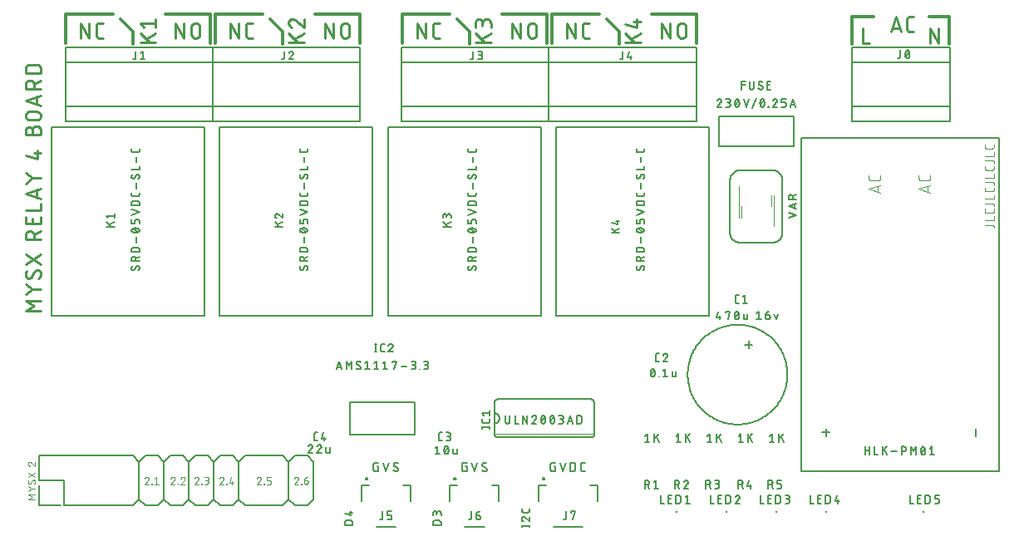
<source format=gto>
G04 EAGLE Gerber RS-274X export*
G75*
%MOMM*%
%FSLAX34Y34*%
%LPD*%
%INtop_silk*%
%IPPOS*%
%AMOC8*
5,1,8,0,0,1.08239X$1,22.5*%
G01*
%ADD10C,0.228600*%
%ADD11C,0.304800*%
%ADD12C,0.076200*%
%ADD13C,0.203200*%
%ADD14C,0.127000*%
%ADD15C,0.152400*%
%ADD16C,0.050800*%
%ADD17C,0.177800*%
%ADD18C,0.101600*%
%ADD19R,0.250000X0.250000*%
%ADD20C,0.200000*%


D10*
X26797Y223393D02*
X11303Y223393D01*
X19911Y228558D01*
X11303Y233722D01*
X26797Y233722D01*
X18620Y245752D02*
X11303Y240587D01*
X18620Y245752D02*
X11303Y250917D01*
X18620Y245752D02*
X26797Y245752D01*
X26797Y261723D02*
X26795Y261838D01*
X26789Y261953D01*
X26780Y262068D01*
X26766Y262182D01*
X26749Y262296D01*
X26728Y262409D01*
X26703Y262521D01*
X26675Y262633D01*
X26642Y262743D01*
X26606Y262852D01*
X26567Y262960D01*
X26524Y263067D01*
X26477Y263172D01*
X26427Y263276D01*
X26373Y263378D01*
X26316Y263478D01*
X26256Y263576D01*
X26193Y263672D01*
X26126Y263765D01*
X26056Y263857D01*
X25983Y263946D01*
X25908Y264033D01*
X25829Y264117D01*
X25748Y264198D01*
X25664Y264277D01*
X25577Y264352D01*
X25488Y264425D01*
X25396Y264495D01*
X25303Y264562D01*
X25207Y264625D01*
X25109Y264685D01*
X25009Y264742D01*
X24907Y264796D01*
X24803Y264846D01*
X24698Y264893D01*
X24591Y264936D01*
X24483Y264975D01*
X24374Y265011D01*
X24264Y265044D01*
X24152Y265072D01*
X24040Y265097D01*
X23927Y265118D01*
X23813Y265135D01*
X23699Y265149D01*
X23584Y265158D01*
X23469Y265164D01*
X23354Y265166D01*
X26797Y261723D02*
X26795Y261549D01*
X26789Y261375D01*
X26778Y261201D01*
X26764Y261028D01*
X26745Y260855D01*
X26722Y260682D01*
X26695Y260510D01*
X26664Y260339D01*
X26629Y260169D01*
X26590Y259999D01*
X26547Y259831D01*
X26499Y259663D01*
X26448Y259497D01*
X26393Y259332D01*
X26334Y259168D01*
X26270Y259006D01*
X26204Y258845D01*
X26133Y258686D01*
X26058Y258529D01*
X25980Y258373D01*
X25898Y258220D01*
X25812Y258068D01*
X25723Y257919D01*
X25630Y257772D01*
X25534Y257627D01*
X25434Y257484D01*
X25331Y257344D01*
X25225Y257206D01*
X25115Y257071D01*
X25002Y256939D01*
X24886Y256809D01*
X24767Y256682D01*
X24645Y256558D01*
X14746Y256989D02*
X14631Y256991D01*
X14516Y256997D01*
X14401Y257006D01*
X14287Y257020D01*
X14173Y257037D01*
X14060Y257058D01*
X13948Y257083D01*
X13836Y257111D01*
X13726Y257144D01*
X13617Y257180D01*
X13509Y257219D01*
X13402Y257262D01*
X13297Y257309D01*
X13193Y257359D01*
X13091Y257413D01*
X12991Y257470D01*
X12893Y257530D01*
X12797Y257593D01*
X12704Y257660D01*
X12612Y257730D01*
X12523Y257803D01*
X12436Y257878D01*
X12352Y257957D01*
X12271Y258038D01*
X12192Y258122D01*
X12117Y258209D01*
X12044Y258298D01*
X11974Y258390D01*
X11907Y258483D01*
X11844Y258579D01*
X11784Y258677D01*
X11727Y258777D01*
X11673Y258879D01*
X11623Y258983D01*
X11576Y259088D01*
X11533Y259195D01*
X11494Y259303D01*
X11458Y259412D01*
X11425Y259522D01*
X11397Y259634D01*
X11372Y259746D01*
X11351Y259859D01*
X11334Y259973D01*
X11320Y260087D01*
X11311Y260202D01*
X11305Y260317D01*
X11303Y260432D01*
X11305Y260592D01*
X11311Y260751D01*
X11321Y260911D01*
X11335Y261070D01*
X11352Y261229D01*
X11374Y261387D01*
X11400Y261545D01*
X11429Y261702D01*
X11463Y261858D01*
X11500Y262014D01*
X11541Y262168D01*
X11586Y262321D01*
X11634Y262474D01*
X11687Y262625D01*
X11743Y262774D01*
X11803Y262922D01*
X11866Y263069D01*
X11933Y263214D01*
X12004Y263357D01*
X12078Y263499D01*
X12156Y263639D01*
X12237Y263776D01*
X12321Y263912D01*
X12409Y264045D01*
X12500Y264177D01*
X12594Y264306D01*
X17759Y258711D02*
X17698Y258611D01*
X17633Y258513D01*
X17566Y258417D01*
X17495Y258324D01*
X17421Y258233D01*
X17344Y258145D01*
X17264Y258059D01*
X17181Y257976D01*
X17096Y257896D01*
X17008Y257819D01*
X16917Y257745D01*
X16824Y257674D01*
X16729Y257606D01*
X16631Y257541D01*
X16532Y257479D01*
X16430Y257421D01*
X16326Y257366D01*
X16221Y257315D01*
X16114Y257268D01*
X16005Y257224D01*
X15895Y257183D01*
X15784Y257147D01*
X15672Y257114D01*
X15558Y257085D01*
X15444Y257059D01*
X15329Y257038D01*
X15213Y257020D01*
X15097Y257007D01*
X14980Y256997D01*
X14863Y256991D01*
X14746Y256989D01*
X20341Y263444D02*
X20402Y263544D01*
X20467Y263642D01*
X20535Y263738D01*
X20605Y263831D01*
X20679Y263922D01*
X20756Y264010D01*
X20836Y264096D01*
X20919Y264179D01*
X21004Y264259D01*
X21092Y264336D01*
X21183Y264410D01*
X21276Y264482D01*
X21371Y264550D01*
X21469Y264614D01*
X21568Y264676D01*
X21670Y264734D01*
X21774Y264789D01*
X21879Y264840D01*
X21986Y264887D01*
X22095Y264931D01*
X22205Y264972D01*
X22316Y265008D01*
X22428Y265041D01*
X22542Y265070D01*
X22656Y265096D01*
X22771Y265117D01*
X22887Y265135D01*
X23003Y265148D01*
X23120Y265158D01*
X23237Y265164D01*
X23354Y265166D01*
X20341Y263445D02*
X17759Y258710D01*
X26797Y270808D02*
X11303Y281137D01*
X11303Y270808D02*
X26797Y281137D01*
X26797Y296277D02*
X11303Y296277D01*
X11303Y300581D01*
X11305Y300711D01*
X11311Y300841D01*
X11321Y300971D01*
X11334Y301100D01*
X11352Y301229D01*
X11373Y301357D01*
X11399Y301484D01*
X11428Y301611D01*
X11461Y301737D01*
X11498Y301861D01*
X11538Y301985D01*
X11583Y302107D01*
X11631Y302228D01*
X11682Y302347D01*
X11737Y302465D01*
X11796Y302581D01*
X11858Y302695D01*
X11924Y302808D01*
X11993Y302918D01*
X12065Y303026D01*
X12140Y303132D01*
X12219Y303235D01*
X12301Y303336D01*
X12385Y303435D01*
X12473Y303531D01*
X12564Y303624D01*
X12657Y303715D01*
X12753Y303803D01*
X12852Y303887D01*
X12953Y303969D01*
X13056Y304048D01*
X13162Y304123D01*
X13270Y304195D01*
X13380Y304264D01*
X13493Y304330D01*
X13607Y304392D01*
X13723Y304451D01*
X13841Y304506D01*
X13960Y304557D01*
X14081Y304605D01*
X14203Y304650D01*
X14327Y304690D01*
X14451Y304727D01*
X14577Y304760D01*
X14704Y304789D01*
X14831Y304815D01*
X14959Y304836D01*
X15088Y304854D01*
X15217Y304867D01*
X15347Y304877D01*
X15477Y304883D01*
X15607Y304885D01*
X15737Y304883D01*
X15867Y304877D01*
X15997Y304867D01*
X16126Y304854D01*
X16255Y304836D01*
X16383Y304815D01*
X16510Y304789D01*
X16637Y304760D01*
X16763Y304727D01*
X16887Y304690D01*
X17011Y304650D01*
X17133Y304605D01*
X17254Y304557D01*
X17373Y304506D01*
X17491Y304451D01*
X17607Y304392D01*
X17721Y304330D01*
X17834Y304264D01*
X17944Y304195D01*
X18052Y304123D01*
X18158Y304048D01*
X18261Y303969D01*
X18362Y303887D01*
X18461Y303803D01*
X18557Y303715D01*
X18650Y303624D01*
X18741Y303531D01*
X18829Y303435D01*
X18913Y303336D01*
X18995Y303235D01*
X19074Y303132D01*
X19149Y303026D01*
X19221Y302918D01*
X19290Y302808D01*
X19356Y302695D01*
X19418Y302581D01*
X19477Y302465D01*
X19532Y302347D01*
X19583Y302228D01*
X19631Y302107D01*
X19676Y301985D01*
X19716Y301861D01*
X19753Y301737D01*
X19786Y301611D01*
X19815Y301484D01*
X19841Y301357D01*
X19862Y301229D01*
X19880Y301100D01*
X19893Y300971D01*
X19903Y300841D01*
X19909Y300711D01*
X19911Y300581D01*
X19911Y296277D01*
X19911Y301442D02*
X26797Y304885D01*
X26797Y312349D02*
X26797Y319235D01*
X26797Y312349D02*
X11303Y312349D01*
X11303Y319235D01*
X18189Y317513D02*
X18189Y312349D01*
X11303Y325896D02*
X26797Y325896D01*
X26797Y332782D01*
X26797Y338022D02*
X11303Y343187D01*
X26797Y348351D01*
X22924Y347060D02*
X22924Y339313D01*
X11303Y353653D02*
X18620Y358818D01*
X11303Y363983D01*
X18620Y358818D02*
X26797Y358818D01*
X23354Y378482D02*
X11303Y381925D01*
X23354Y378482D02*
X23354Y387090D01*
X19911Y384507D02*
X26797Y384507D01*
X18189Y403246D02*
X18189Y407550D01*
X18191Y407680D01*
X18197Y407810D01*
X18207Y407940D01*
X18220Y408069D01*
X18238Y408198D01*
X18259Y408326D01*
X18285Y408453D01*
X18314Y408580D01*
X18347Y408706D01*
X18384Y408830D01*
X18424Y408954D01*
X18469Y409076D01*
X18517Y409197D01*
X18568Y409316D01*
X18623Y409434D01*
X18682Y409550D01*
X18744Y409664D01*
X18810Y409777D01*
X18879Y409887D01*
X18951Y409995D01*
X19026Y410101D01*
X19105Y410204D01*
X19187Y410305D01*
X19271Y410404D01*
X19359Y410500D01*
X19450Y410593D01*
X19543Y410684D01*
X19639Y410772D01*
X19738Y410856D01*
X19839Y410938D01*
X19942Y411017D01*
X20048Y411092D01*
X20156Y411164D01*
X20266Y411233D01*
X20379Y411299D01*
X20493Y411361D01*
X20609Y411420D01*
X20727Y411475D01*
X20846Y411526D01*
X20967Y411574D01*
X21089Y411619D01*
X21213Y411659D01*
X21337Y411696D01*
X21463Y411729D01*
X21590Y411758D01*
X21717Y411784D01*
X21845Y411805D01*
X21974Y411823D01*
X22103Y411836D01*
X22233Y411846D01*
X22363Y411852D01*
X22493Y411854D01*
X22623Y411852D01*
X22753Y411846D01*
X22883Y411836D01*
X23012Y411823D01*
X23141Y411805D01*
X23269Y411784D01*
X23396Y411758D01*
X23523Y411729D01*
X23649Y411696D01*
X23773Y411659D01*
X23897Y411619D01*
X24019Y411574D01*
X24140Y411526D01*
X24259Y411475D01*
X24377Y411420D01*
X24493Y411361D01*
X24607Y411299D01*
X24720Y411233D01*
X24830Y411164D01*
X24938Y411092D01*
X25044Y411017D01*
X25147Y410938D01*
X25248Y410856D01*
X25347Y410772D01*
X25443Y410684D01*
X25536Y410593D01*
X25627Y410500D01*
X25715Y410404D01*
X25799Y410305D01*
X25881Y410204D01*
X25960Y410101D01*
X26035Y409995D01*
X26107Y409887D01*
X26176Y409777D01*
X26242Y409664D01*
X26304Y409550D01*
X26363Y409434D01*
X26418Y409316D01*
X26469Y409197D01*
X26517Y409076D01*
X26562Y408954D01*
X26602Y408830D01*
X26639Y408706D01*
X26672Y408580D01*
X26701Y408453D01*
X26727Y408326D01*
X26748Y408198D01*
X26766Y408069D01*
X26779Y407940D01*
X26789Y407810D01*
X26795Y407680D01*
X26797Y407550D01*
X26797Y403246D01*
X11303Y403246D01*
X11303Y407550D01*
X11305Y407666D01*
X11311Y407782D01*
X11321Y407898D01*
X11334Y408014D01*
X11352Y408129D01*
X11373Y408243D01*
X11399Y408357D01*
X11428Y408469D01*
X11461Y408581D01*
X11498Y408691D01*
X11538Y408800D01*
X11582Y408908D01*
X11630Y409014D01*
X11681Y409118D01*
X11736Y409221D01*
X11794Y409322D01*
X11855Y409420D01*
X11920Y409517D01*
X11988Y409611D01*
X12059Y409703D01*
X12134Y409793D01*
X12211Y409880D01*
X12291Y409964D01*
X12374Y410045D01*
X12460Y410124D01*
X12548Y410200D01*
X12639Y410273D01*
X12732Y410342D01*
X12827Y410409D01*
X12925Y410472D01*
X13024Y410532D01*
X13126Y410588D01*
X13230Y410641D01*
X13335Y410691D01*
X13442Y410736D01*
X13550Y410779D01*
X13660Y410817D01*
X13771Y410852D01*
X13883Y410883D01*
X13996Y410910D01*
X14110Y410934D01*
X14225Y410953D01*
X14340Y410969D01*
X14456Y410981D01*
X14572Y410989D01*
X14688Y410993D01*
X14804Y410993D01*
X14920Y410989D01*
X15036Y410981D01*
X15152Y410969D01*
X15267Y410953D01*
X15382Y410934D01*
X15496Y410910D01*
X15609Y410883D01*
X15721Y410852D01*
X15832Y410817D01*
X15942Y410779D01*
X16050Y410736D01*
X16157Y410691D01*
X16262Y410641D01*
X16366Y410588D01*
X16468Y410532D01*
X16567Y410472D01*
X16665Y410409D01*
X16760Y410342D01*
X16853Y410273D01*
X16944Y410200D01*
X17032Y410124D01*
X17118Y410045D01*
X17201Y409964D01*
X17281Y409880D01*
X17358Y409793D01*
X17433Y409703D01*
X17504Y409611D01*
X17572Y409517D01*
X17637Y409420D01*
X17698Y409322D01*
X17756Y409221D01*
X17811Y409118D01*
X17862Y409014D01*
X17910Y408908D01*
X17954Y408800D01*
X17994Y408691D01*
X18031Y408581D01*
X18064Y408469D01*
X18093Y408357D01*
X18119Y408243D01*
X18140Y408129D01*
X18158Y408014D01*
X18171Y407898D01*
X18181Y407782D01*
X18187Y407666D01*
X18189Y407550D01*
X15607Y418081D02*
X22493Y418081D01*
X15607Y418081D02*
X15477Y418083D01*
X15347Y418089D01*
X15217Y418099D01*
X15088Y418112D01*
X14959Y418130D01*
X14831Y418151D01*
X14704Y418177D01*
X14577Y418206D01*
X14451Y418239D01*
X14327Y418276D01*
X14203Y418316D01*
X14081Y418361D01*
X13960Y418409D01*
X13841Y418460D01*
X13723Y418515D01*
X13607Y418574D01*
X13493Y418636D01*
X13380Y418702D01*
X13270Y418771D01*
X13162Y418843D01*
X13056Y418918D01*
X12953Y418997D01*
X12852Y419079D01*
X12753Y419163D01*
X12657Y419251D01*
X12564Y419342D01*
X12473Y419435D01*
X12385Y419531D01*
X12301Y419630D01*
X12219Y419731D01*
X12140Y419834D01*
X12065Y419940D01*
X11993Y420048D01*
X11924Y420158D01*
X11858Y420271D01*
X11796Y420385D01*
X11737Y420501D01*
X11682Y420619D01*
X11631Y420738D01*
X11583Y420859D01*
X11538Y420981D01*
X11498Y421105D01*
X11461Y421229D01*
X11428Y421355D01*
X11399Y421482D01*
X11373Y421609D01*
X11352Y421737D01*
X11334Y421866D01*
X11321Y421995D01*
X11311Y422125D01*
X11305Y422255D01*
X11303Y422385D01*
X11305Y422515D01*
X11311Y422645D01*
X11321Y422775D01*
X11334Y422904D01*
X11352Y423033D01*
X11373Y423161D01*
X11399Y423288D01*
X11428Y423415D01*
X11461Y423541D01*
X11498Y423665D01*
X11538Y423789D01*
X11583Y423911D01*
X11631Y424032D01*
X11682Y424151D01*
X11737Y424269D01*
X11796Y424385D01*
X11858Y424499D01*
X11924Y424612D01*
X11993Y424722D01*
X12065Y424830D01*
X12140Y424936D01*
X12219Y425039D01*
X12301Y425140D01*
X12385Y425239D01*
X12473Y425335D01*
X12564Y425428D01*
X12657Y425519D01*
X12753Y425607D01*
X12852Y425691D01*
X12953Y425773D01*
X13056Y425852D01*
X13162Y425927D01*
X13270Y425999D01*
X13380Y426068D01*
X13493Y426134D01*
X13607Y426196D01*
X13723Y426255D01*
X13841Y426310D01*
X13960Y426361D01*
X14081Y426409D01*
X14203Y426454D01*
X14327Y426494D01*
X14451Y426531D01*
X14577Y426564D01*
X14704Y426593D01*
X14831Y426619D01*
X14959Y426640D01*
X15088Y426658D01*
X15217Y426671D01*
X15347Y426681D01*
X15477Y426687D01*
X15607Y426689D01*
X22493Y426689D01*
X22623Y426687D01*
X22753Y426681D01*
X22883Y426671D01*
X23012Y426658D01*
X23141Y426640D01*
X23269Y426619D01*
X23396Y426593D01*
X23523Y426564D01*
X23649Y426531D01*
X23773Y426494D01*
X23897Y426454D01*
X24019Y426409D01*
X24140Y426361D01*
X24259Y426310D01*
X24377Y426255D01*
X24493Y426196D01*
X24607Y426134D01*
X24720Y426068D01*
X24830Y425999D01*
X24938Y425927D01*
X25044Y425852D01*
X25147Y425773D01*
X25248Y425691D01*
X25347Y425607D01*
X25443Y425519D01*
X25536Y425428D01*
X25627Y425335D01*
X25715Y425239D01*
X25799Y425140D01*
X25881Y425039D01*
X25960Y424936D01*
X26035Y424830D01*
X26107Y424722D01*
X26176Y424612D01*
X26242Y424499D01*
X26304Y424385D01*
X26363Y424269D01*
X26418Y424151D01*
X26469Y424032D01*
X26517Y423911D01*
X26562Y423789D01*
X26602Y423665D01*
X26639Y423541D01*
X26672Y423415D01*
X26701Y423288D01*
X26727Y423161D01*
X26748Y423033D01*
X26766Y422904D01*
X26779Y422775D01*
X26789Y422645D01*
X26795Y422515D01*
X26797Y422385D01*
X26795Y422255D01*
X26789Y422125D01*
X26779Y421995D01*
X26766Y421866D01*
X26748Y421737D01*
X26727Y421609D01*
X26701Y421482D01*
X26672Y421355D01*
X26639Y421229D01*
X26602Y421105D01*
X26562Y420981D01*
X26517Y420859D01*
X26469Y420738D01*
X26418Y420619D01*
X26363Y420501D01*
X26304Y420385D01*
X26242Y420271D01*
X26176Y420158D01*
X26107Y420048D01*
X26035Y419940D01*
X25960Y419834D01*
X25881Y419731D01*
X25799Y419630D01*
X25715Y419531D01*
X25627Y419435D01*
X25536Y419342D01*
X25443Y419251D01*
X25347Y419163D01*
X25248Y419079D01*
X25147Y418997D01*
X25044Y418918D01*
X24938Y418843D01*
X24830Y418771D01*
X24720Y418702D01*
X24607Y418636D01*
X24493Y418574D01*
X24377Y418515D01*
X24259Y418460D01*
X24140Y418409D01*
X24019Y418361D01*
X23897Y418316D01*
X23773Y418276D01*
X23649Y418239D01*
X23523Y418206D01*
X23396Y418177D01*
X23269Y418151D01*
X23141Y418130D01*
X23012Y418112D01*
X22883Y418099D01*
X22753Y418089D01*
X22623Y418083D01*
X22493Y418081D01*
X26797Y432852D02*
X11303Y438016D01*
X26797Y443181D01*
X22924Y441890D02*
X22924Y434143D01*
X26797Y449984D02*
X11303Y449984D01*
X11303Y454288D01*
X11305Y454418D01*
X11311Y454548D01*
X11321Y454678D01*
X11334Y454807D01*
X11352Y454936D01*
X11373Y455064D01*
X11399Y455191D01*
X11428Y455318D01*
X11461Y455444D01*
X11498Y455568D01*
X11538Y455692D01*
X11583Y455814D01*
X11631Y455935D01*
X11682Y456054D01*
X11737Y456172D01*
X11796Y456288D01*
X11858Y456402D01*
X11924Y456515D01*
X11993Y456625D01*
X12065Y456733D01*
X12140Y456839D01*
X12219Y456942D01*
X12301Y457043D01*
X12385Y457142D01*
X12473Y457238D01*
X12564Y457331D01*
X12657Y457422D01*
X12753Y457510D01*
X12852Y457594D01*
X12953Y457676D01*
X13056Y457755D01*
X13162Y457830D01*
X13270Y457902D01*
X13380Y457971D01*
X13493Y458037D01*
X13607Y458099D01*
X13723Y458158D01*
X13841Y458213D01*
X13960Y458264D01*
X14081Y458312D01*
X14203Y458357D01*
X14327Y458397D01*
X14451Y458434D01*
X14577Y458467D01*
X14704Y458496D01*
X14831Y458522D01*
X14959Y458543D01*
X15088Y458561D01*
X15217Y458574D01*
X15347Y458584D01*
X15477Y458590D01*
X15607Y458592D01*
X15737Y458590D01*
X15867Y458584D01*
X15997Y458574D01*
X16126Y458561D01*
X16255Y458543D01*
X16383Y458522D01*
X16510Y458496D01*
X16637Y458467D01*
X16763Y458434D01*
X16887Y458397D01*
X17011Y458357D01*
X17133Y458312D01*
X17254Y458264D01*
X17373Y458213D01*
X17491Y458158D01*
X17607Y458099D01*
X17721Y458037D01*
X17834Y457971D01*
X17944Y457902D01*
X18052Y457830D01*
X18158Y457755D01*
X18261Y457676D01*
X18362Y457594D01*
X18461Y457510D01*
X18557Y457422D01*
X18650Y457331D01*
X18741Y457238D01*
X18829Y457142D01*
X18913Y457043D01*
X18995Y456942D01*
X19074Y456839D01*
X19149Y456733D01*
X19221Y456625D01*
X19290Y456515D01*
X19356Y456402D01*
X19418Y456288D01*
X19477Y456172D01*
X19532Y456054D01*
X19583Y455935D01*
X19631Y455814D01*
X19676Y455692D01*
X19716Y455568D01*
X19753Y455444D01*
X19786Y455318D01*
X19815Y455191D01*
X19841Y455064D01*
X19862Y454936D01*
X19880Y454807D01*
X19893Y454678D01*
X19903Y454548D01*
X19909Y454418D01*
X19911Y454288D01*
X19911Y449984D01*
X19911Y455149D02*
X26797Y458592D01*
X26797Y466017D02*
X11303Y466017D01*
X11303Y470321D01*
X11305Y470451D01*
X11311Y470581D01*
X11321Y470711D01*
X11334Y470840D01*
X11352Y470969D01*
X11374Y471097D01*
X11399Y471224D01*
X11428Y471351D01*
X11461Y471477D01*
X11498Y471601D01*
X11538Y471725D01*
X11583Y471847D01*
X11631Y471968D01*
X11682Y472087D01*
X11737Y472205D01*
X11796Y472321D01*
X11858Y472435D01*
X11924Y472548D01*
X11993Y472658D01*
X12065Y472766D01*
X12140Y472872D01*
X12219Y472975D01*
X12301Y473076D01*
X12385Y473175D01*
X12473Y473271D01*
X12564Y473364D01*
X12657Y473455D01*
X12753Y473543D01*
X12852Y473627D01*
X12953Y473709D01*
X13056Y473788D01*
X13162Y473863D01*
X13270Y473935D01*
X13380Y474004D01*
X13493Y474070D01*
X13607Y474132D01*
X13723Y474191D01*
X13841Y474246D01*
X13960Y474297D01*
X14081Y474345D01*
X14203Y474390D01*
X14327Y474430D01*
X14451Y474467D01*
X14577Y474500D01*
X14704Y474529D01*
X14831Y474555D01*
X14959Y474576D01*
X15088Y474594D01*
X15218Y474607D01*
X15347Y474617D01*
X15477Y474623D01*
X15607Y474625D01*
X22493Y474625D01*
X22623Y474623D01*
X22753Y474617D01*
X22883Y474607D01*
X23012Y474594D01*
X23141Y474576D01*
X23269Y474555D01*
X23396Y474529D01*
X23523Y474500D01*
X23649Y474467D01*
X23773Y474430D01*
X23897Y474390D01*
X24019Y474345D01*
X24140Y474297D01*
X24259Y474246D01*
X24377Y474191D01*
X24493Y474132D01*
X24607Y474070D01*
X24720Y474004D01*
X24830Y473935D01*
X24938Y473863D01*
X25044Y473788D01*
X25147Y473709D01*
X25248Y473627D01*
X25347Y473543D01*
X25443Y473455D01*
X25536Y473364D01*
X25627Y473271D01*
X25715Y473175D01*
X25799Y473076D01*
X25881Y472975D01*
X25960Y472872D01*
X26035Y472766D01*
X26107Y472658D01*
X26176Y472548D01*
X26242Y472435D01*
X26304Y472321D01*
X26363Y472205D01*
X26418Y472087D01*
X26469Y471968D01*
X26517Y471847D01*
X26562Y471725D01*
X26602Y471601D01*
X26639Y471477D01*
X26672Y471351D01*
X26701Y471224D01*
X26727Y471097D01*
X26748Y470969D01*
X26766Y470840D01*
X26779Y470711D01*
X26789Y470581D01*
X26795Y470451D01*
X26797Y470321D01*
X26797Y466017D01*
D11*
X52070Y525780D02*
X100330Y525780D01*
X52070Y525780D02*
X52070Y496570D01*
X120650Y495300D02*
X120650Y508000D01*
X107950Y520700D01*
X153670Y525780D02*
X199390Y525780D01*
X199390Y496570D01*
D10*
X143637Y497549D02*
X128143Y497549D01*
X128143Y506156D02*
X137612Y497549D01*
X134168Y500992D02*
X143637Y506156D01*
X131586Y512384D02*
X128143Y516688D01*
X143637Y516688D01*
X143637Y520991D02*
X143637Y512384D01*
X164150Y517017D02*
X164150Y501523D01*
X172758Y501523D02*
X164150Y517017D01*
X172758Y517017D02*
X172758Y501523D01*
X180302Y505827D02*
X180302Y512713D01*
X180304Y512843D01*
X180310Y512973D01*
X180320Y513103D01*
X180333Y513232D01*
X180351Y513361D01*
X180372Y513489D01*
X180398Y513616D01*
X180427Y513743D01*
X180460Y513869D01*
X180497Y513993D01*
X180537Y514117D01*
X180582Y514239D01*
X180630Y514360D01*
X180681Y514479D01*
X180736Y514597D01*
X180795Y514713D01*
X180857Y514827D01*
X180923Y514940D01*
X180992Y515050D01*
X181064Y515158D01*
X181139Y515264D01*
X181218Y515367D01*
X181300Y515468D01*
X181384Y515567D01*
X181472Y515663D01*
X181563Y515756D01*
X181656Y515847D01*
X181752Y515935D01*
X181851Y516019D01*
X181952Y516101D01*
X182055Y516180D01*
X182161Y516255D01*
X182269Y516327D01*
X182379Y516396D01*
X182492Y516462D01*
X182606Y516524D01*
X182722Y516583D01*
X182840Y516638D01*
X182959Y516689D01*
X183080Y516737D01*
X183202Y516782D01*
X183326Y516822D01*
X183450Y516859D01*
X183576Y516892D01*
X183703Y516921D01*
X183830Y516947D01*
X183958Y516968D01*
X184087Y516986D01*
X184216Y516999D01*
X184346Y517009D01*
X184476Y517015D01*
X184606Y517017D01*
X184736Y517015D01*
X184866Y517009D01*
X184996Y516999D01*
X185125Y516986D01*
X185254Y516968D01*
X185382Y516947D01*
X185509Y516921D01*
X185636Y516892D01*
X185762Y516859D01*
X185886Y516822D01*
X186010Y516782D01*
X186132Y516737D01*
X186253Y516689D01*
X186372Y516638D01*
X186490Y516583D01*
X186606Y516524D01*
X186720Y516462D01*
X186833Y516396D01*
X186943Y516327D01*
X187051Y516255D01*
X187157Y516180D01*
X187260Y516101D01*
X187361Y516019D01*
X187460Y515935D01*
X187556Y515847D01*
X187649Y515756D01*
X187740Y515663D01*
X187828Y515567D01*
X187912Y515468D01*
X187994Y515367D01*
X188073Y515264D01*
X188148Y515158D01*
X188220Y515050D01*
X188289Y514940D01*
X188355Y514827D01*
X188417Y514713D01*
X188476Y514597D01*
X188531Y514479D01*
X188582Y514360D01*
X188630Y514239D01*
X188675Y514117D01*
X188715Y513993D01*
X188752Y513869D01*
X188785Y513743D01*
X188814Y513616D01*
X188840Y513489D01*
X188861Y513361D01*
X188879Y513232D01*
X188892Y513103D01*
X188902Y512973D01*
X188908Y512843D01*
X188910Y512713D01*
X188910Y505827D01*
X188908Y505697D01*
X188902Y505567D01*
X188892Y505437D01*
X188879Y505308D01*
X188861Y505179D01*
X188840Y505051D01*
X188814Y504924D01*
X188785Y504797D01*
X188752Y504671D01*
X188715Y504547D01*
X188675Y504423D01*
X188630Y504301D01*
X188582Y504180D01*
X188531Y504061D01*
X188476Y503943D01*
X188417Y503827D01*
X188355Y503713D01*
X188289Y503600D01*
X188220Y503490D01*
X188148Y503382D01*
X188073Y503276D01*
X187994Y503173D01*
X187912Y503072D01*
X187828Y502973D01*
X187740Y502877D01*
X187649Y502784D01*
X187556Y502693D01*
X187460Y502605D01*
X187361Y502521D01*
X187260Y502439D01*
X187157Y502360D01*
X187051Y502285D01*
X186943Y502213D01*
X186833Y502144D01*
X186720Y502078D01*
X186606Y502016D01*
X186490Y501957D01*
X186372Y501902D01*
X186253Y501851D01*
X186132Y501803D01*
X186010Y501758D01*
X185886Y501718D01*
X185762Y501681D01*
X185636Y501648D01*
X185509Y501619D01*
X185382Y501593D01*
X185254Y501572D01*
X185125Y501554D01*
X184996Y501541D01*
X184866Y501531D01*
X184736Y501525D01*
X184606Y501523D01*
X184476Y501525D01*
X184346Y501531D01*
X184216Y501541D01*
X184087Y501554D01*
X183958Y501572D01*
X183830Y501593D01*
X183703Y501619D01*
X183576Y501648D01*
X183450Y501681D01*
X183326Y501718D01*
X183202Y501758D01*
X183080Y501803D01*
X182959Y501851D01*
X182840Y501902D01*
X182722Y501957D01*
X182606Y502016D01*
X182492Y502078D01*
X182379Y502144D01*
X182269Y502213D01*
X182161Y502285D01*
X182055Y502360D01*
X181952Y502439D01*
X181851Y502521D01*
X181752Y502605D01*
X181656Y502693D01*
X181563Y502784D01*
X181472Y502877D01*
X181384Y502973D01*
X181300Y503072D01*
X181218Y503173D01*
X181139Y503276D01*
X181064Y503382D01*
X180992Y503490D01*
X180923Y503600D01*
X180857Y503713D01*
X180795Y503827D01*
X180736Y503943D01*
X180681Y504061D01*
X180630Y504180D01*
X180582Y504301D01*
X180537Y504423D01*
X180497Y504547D01*
X180460Y504671D01*
X180427Y504797D01*
X180398Y504924D01*
X180372Y505051D01*
X180351Y505179D01*
X180333Y505308D01*
X180320Y505437D01*
X180310Y505567D01*
X180304Y505697D01*
X180302Y505827D01*
X67247Y501523D02*
X67247Y517017D01*
X75854Y501523D01*
X75854Y517017D01*
X86790Y501523D02*
X90234Y501523D01*
X86790Y501523D02*
X86675Y501525D01*
X86560Y501531D01*
X86445Y501540D01*
X86331Y501554D01*
X86217Y501571D01*
X86104Y501592D01*
X85992Y501617D01*
X85880Y501645D01*
X85770Y501678D01*
X85661Y501714D01*
X85553Y501753D01*
X85446Y501796D01*
X85341Y501843D01*
X85237Y501893D01*
X85135Y501947D01*
X85035Y502004D01*
X84937Y502064D01*
X84841Y502127D01*
X84748Y502194D01*
X84656Y502264D01*
X84567Y502337D01*
X84480Y502412D01*
X84396Y502491D01*
X84315Y502572D01*
X84236Y502656D01*
X84161Y502743D01*
X84088Y502832D01*
X84018Y502924D01*
X83951Y503017D01*
X83888Y503113D01*
X83828Y503211D01*
X83771Y503311D01*
X83717Y503413D01*
X83667Y503517D01*
X83620Y503622D01*
X83577Y503729D01*
X83538Y503837D01*
X83502Y503946D01*
X83469Y504056D01*
X83441Y504168D01*
X83416Y504280D01*
X83395Y504393D01*
X83378Y504507D01*
X83364Y504621D01*
X83355Y504736D01*
X83349Y504851D01*
X83347Y504966D01*
X83347Y513574D01*
X83349Y513689D01*
X83355Y513804D01*
X83364Y513919D01*
X83378Y514033D01*
X83395Y514147D01*
X83416Y514260D01*
X83441Y514372D01*
X83469Y514484D01*
X83502Y514594D01*
X83538Y514703D01*
X83577Y514811D01*
X83620Y514918D01*
X83667Y515023D01*
X83717Y515127D01*
X83771Y515229D01*
X83828Y515329D01*
X83888Y515427D01*
X83951Y515523D01*
X84018Y515616D01*
X84088Y515708D01*
X84161Y515797D01*
X84236Y515884D01*
X84315Y515968D01*
X84396Y516049D01*
X84480Y516127D01*
X84567Y516203D01*
X84656Y516276D01*
X84748Y516346D01*
X84841Y516413D01*
X84937Y516476D01*
X85035Y516536D01*
X85135Y516593D01*
X85237Y516647D01*
X85341Y516697D01*
X85446Y516744D01*
X85553Y516787D01*
X85661Y516826D01*
X85770Y516862D01*
X85880Y516895D01*
X85992Y516923D01*
X86104Y516948D01*
X86217Y516969D01*
X86331Y516986D01*
X86445Y517000D01*
X86560Y517009D01*
X86675Y517015D01*
X86790Y517017D01*
X90234Y517017D01*
X279273Y497549D02*
X294767Y497549D01*
X288742Y497549D02*
X279273Y506156D01*
X285298Y500992D02*
X294767Y506156D01*
X283147Y520992D02*
X283025Y520990D01*
X282904Y520984D01*
X282782Y520975D01*
X282661Y520961D01*
X282541Y520944D01*
X282421Y520923D01*
X282302Y520899D01*
X282184Y520870D01*
X282066Y520838D01*
X281950Y520802D01*
X281835Y520763D01*
X281721Y520720D01*
X281608Y520673D01*
X281498Y520623D01*
X281388Y520570D01*
X281281Y520513D01*
X281175Y520453D01*
X281071Y520389D01*
X280969Y520322D01*
X280870Y520252D01*
X280773Y520179D01*
X280678Y520103D01*
X280585Y520024D01*
X280495Y519942D01*
X280408Y519857D01*
X280323Y519770D01*
X280241Y519680D01*
X280162Y519587D01*
X280086Y519492D01*
X280013Y519395D01*
X279943Y519296D01*
X279876Y519194D01*
X279812Y519090D01*
X279752Y518984D01*
X279695Y518877D01*
X279642Y518767D01*
X279592Y518657D01*
X279545Y518544D01*
X279502Y518430D01*
X279463Y518315D01*
X279427Y518199D01*
X279395Y518081D01*
X279366Y517963D01*
X279342Y517844D01*
X279321Y517724D01*
X279304Y517604D01*
X279290Y517483D01*
X279281Y517361D01*
X279275Y517240D01*
X279273Y517118D01*
X279275Y516979D01*
X279281Y516840D01*
X279290Y516701D01*
X279304Y516563D01*
X279322Y516425D01*
X279343Y516288D01*
X279368Y516151D01*
X279397Y516015D01*
X279430Y515880D01*
X279466Y515745D01*
X279506Y515612D01*
X279550Y515480D01*
X279598Y515350D01*
X279649Y515220D01*
X279704Y515093D01*
X279762Y514966D01*
X279824Y514842D01*
X279889Y514719D01*
X279958Y514598D01*
X280030Y514479D01*
X280106Y514362D01*
X280184Y514248D01*
X280266Y514135D01*
X280351Y514025D01*
X280439Y513917D01*
X280530Y513812D01*
X280624Y513710D01*
X280720Y513610D01*
X280820Y513512D01*
X280922Y513418D01*
X281026Y513326D01*
X281134Y513238D01*
X281243Y513152D01*
X281355Y513070D01*
X281470Y512991D01*
X281586Y512915D01*
X281704Y512842D01*
X281825Y512772D01*
X281947Y512706D01*
X282072Y512644D01*
X282197Y512585D01*
X282325Y512529D01*
X282454Y512477D01*
X282584Y512429D01*
X282716Y512384D01*
X286160Y519701D02*
X286073Y519790D01*
X285983Y519876D01*
X285890Y519960D01*
X285795Y520041D01*
X285698Y520119D01*
X285598Y520194D01*
X285496Y520266D01*
X285392Y520335D01*
X285286Y520400D01*
X285178Y520463D01*
X285068Y520522D01*
X284956Y520578D01*
X284843Y520631D01*
X284729Y520680D01*
X284612Y520725D01*
X284495Y520768D01*
X284376Y520806D01*
X284257Y520841D01*
X284136Y520873D01*
X284014Y520901D01*
X283892Y520925D01*
X283769Y520945D01*
X283645Y520962D01*
X283521Y520975D01*
X283396Y520985D01*
X283272Y520990D01*
X283147Y520992D01*
X286159Y519700D02*
X294767Y512384D01*
X294767Y520991D01*
X469773Y497549D02*
X485267Y497549D01*
X479242Y497549D02*
X469773Y506156D01*
X475798Y500992D02*
X485267Y506156D01*
X485267Y512384D02*
X485267Y516688D01*
X485265Y516818D01*
X485259Y516948D01*
X485249Y517078D01*
X485236Y517207D01*
X485218Y517336D01*
X485197Y517464D01*
X485171Y517591D01*
X485142Y517718D01*
X485109Y517844D01*
X485072Y517968D01*
X485032Y518092D01*
X484987Y518214D01*
X484939Y518335D01*
X484888Y518454D01*
X484833Y518572D01*
X484774Y518688D01*
X484712Y518802D01*
X484646Y518915D01*
X484577Y519025D01*
X484505Y519133D01*
X484430Y519239D01*
X484351Y519342D01*
X484269Y519443D01*
X484185Y519542D01*
X484097Y519638D01*
X484006Y519731D01*
X483913Y519822D01*
X483817Y519910D01*
X483718Y519994D01*
X483617Y520076D01*
X483514Y520155D01*
X483408Y520230D01*
X483300Y520302D01*
X483190Y520371D01*
X483077Y520437D01*
X482963Y520499D01*
X482847Y520558D01*
X482729Y520613D01*
X482610Y520664D01*
X482489Y520712D01*
X482367Y520757D01*
X482243Y520797D01*
X482119Y520834D01*
X481993Y520867D01*
X481866Y520896D01*
X481739Y520922D01*
X481611Y520943D01*
X481482Y520961D01*
X481353Y520974D01*
X481223Y520984D01*
X481093Y520990D01*
X480963Y520992D01*
X480833Y520990D01*
X480703Y520984D01*
X480573Y520974D01*
X480444Y520961D01*
X480315Y520943D01*
X480187Y520922D01*
X480060Y520896D01*
X479933Y520867D01*
X479807Y520834D01*
X479683Y520797D01*
X479559Y520757D01*
X479437Y520712D01*
X479316Y520664D01*
X479197Y520613D01*
X479079Y520558D01*
X478963Y520499D01*
X478849Y520437D01*
X478736Y520371D01*
X478626Y520302D01*
X478518Y520230D01*
X478412Y520155D01*
X478309Y520076D01*
X478208Y519994D01*
X478109Y519910D01*
X478013Y519822D01*
X477920Y519731D01*
X477829Y519638D01*
X477741Y519542D01*
X477657Y519443D01*
X477575Y519342D01*
X477496Y519239D01*
X477421Y519133D01*
X477349Y519025D01*
X477280Y518915D01*
X477214Y518802D01*
X477152Y518688D01*
X477093Y518572D01*
X477038Y518454D01*
X476987Y518335D01*
X476939Y518214D01*
X476894Y518092D01*
X476854Y517968D01*
X476817Y517844D01*
X476784Y517718D01*
X476755Y517591D01*
X476729Y517464D01*
X476708Y517336D01*
X476690Y517207D01*
X476677Y517078D01*
X476667Y516948D01*
X476661Y516818D01*
X476659Y516688D01*
X469773Y517548D02*
X469773Y512384D01*
X469773Y517548D02*
X469775Y517664D01*
X469781Y517780D01*
X469791Y517896D01*
X469804Y518012D01*
X469822Y518127D01*
X469843Y518241D01*
X469869Y518355D01*
X469898Y518467D01*
X469931Y518579D01*
X469968Y518689D01*
X470008Y518798D01*
X470052Y518906D01*
X470100Y519012D01*
X470151Y519116D01*
X470206Y519219D01*
X470264Y519320D01*
X470325Y519418D01*
X470390Y519515D01*
X470458Y519609D01*
X470529Y519701D01*
X470604Y519791D01*
X470681Y519878D01*
X470761Y519962D01*
X470844Y520043D01*
X470930Y520122D01*
X471018Y520198D01*
X471109Y520271D01*
X471202Y520340D01*
X471297Y520407D01*
X471395Y520470D01*
X471495Y520530D01*
X471596Y520586D01*
X471700Y520639D01*
X471805Y520689D01*
X471912Y520734D01*
X472020Y520777D01*
X472130Y520815D01*
X472241Y520850D01*
X472353Y520881D01*
X472466Y520908D01*
X472580Y520932D01*
X472695Y520951D01*
X472810Y520967D01*
X472926Y520979D01*
X473042Y520987D01*
X473158Y520991D01*
X473274Y520991D01*
X473390Y520987D01*
X473506Y520979D01*
X473622Y520967D01*
X473737Y520951D01*
X473852Y520932D01*
X473966Y520908D01*
X474079Y520881D01*
X474191Y520850D01*
X474302Y520815D01*
X474412Y520777D01*
X474520Y520734D01*
X474627Y520689D01*
X474732Y520639D01*
X474836Y520586D01*
X474938Y520530D01*
X475037Y520470D01*
X475135Y520407D01*
X475230Y520340D01*
X475323Y520271D01*
X475414Y520198D01*
X475502Y520122D01*
X475588Y520043D01*
X475671Y519962D01*
X475751Y519878D01*
X475828Y519791D01*
X475903Y519701D01*
X475974Y519609D01*
X476042Y519515D01*
X476107Y519418D01*
X476168Y519320D01*
X476226Y519219D01*
X476281Y519116D01*
X476332Y519012D01*
X476380Y518906D01*
X476424Y518798D01*
X476464Y518689D01*
X476501Y518579D01*
X476534Y518467D01*
X476563Y518355D01*
X476589Y518241D01*
X476610Y518127D01*
X476628Y518012D01*
X476641Y517896D01*
X476651Y517780D01*
X476657Y517664D01*
X476659Y517548D01*
X476659Y514105D01*
X622173Y497549D02*
X637667Y497549D01*
X631642Y497549D02*
X622173Y506156D01*
X628198Y500992D02*
X637667Y506156D01*
X634224Y512384D02*
X622173Y515827D01*
X634224Y512384D02*
X634224Y520991D01*
X630781Y518409D02*
X637667Y518409D01*
D11*
X853440Y523240D02*
X875030Y523240D01*
X932180Y523240D02*
X952500Y523240D01*
X952500Y495300D01*
D10*
X892577Y507873D02*
X897741Y523367D01*
X902906Y507873D01*
X901615Y511747D02*
X893868Y511747D01*
X912460Y507873D02*
X915903Y507873D01*
X912460Y507873D02*
X912345Y507875D01*
X912230Y507881D01*
X912115Y507890D01*
X912001Y507904D01*
X911887Y507921D01*
X911774Y507942D01*
X911662Y507967D01*
X911550Y507995D01*
X911440Y508028D01*
X911331Y508064D01*
X911223Y508103D01*
X911116Y508146D01*
X911011Y508193D01*
X910907Y508243D01*
X910805Y508297D01*
X910705Y508354D01*
X910607Y508414D01*
X910511Y508477D01*
X910418Y508544D01*
X910326Y508614D01*
X910237Y508687D01*
X910150Y508762D01*
X910066Y508841D01*
X909985Y508922D01*
X909906Y509006D01*
X909831Y509093D01*
X909758Y509182D01*
X909688Y509274D01*
X909621Y509367D01*
X909558Y509463D01*
X909498Y509561D01*
X909441Y509661D01*
X909387Y509763D01*
X909337Y509867D01*
X909290Y509972D01*
X909247Y510079D01*
X909208Y510187D01*
X909172Y510296D01*
X909139Y510406D01*
X909111Y510518D01*
X909086Y510630D01*
X909065Y510743D01*
X909048Y510857D01*
X909034Y510971D01*
X909025Y511086D01*
X909019Y511201D01*
X909017Y511316D01*
X909017Y519924D01*
X909019Y520039D01*
X909025Y520154D01*
X909034Y520269D01*
X909048Y520383D01*
X909065Y520497D01*
X909086Y520610D01*
X909111Y520722D01*
X909139Y520834D01*
X909172Y520944D01*
X909208Y521053D01*
X909247Y521161D01*
X909290Y521268D01*
X909337Y521373D01*
X909387Y521477D01*
X909441Y521579D01*
X909498Y521679D01*
X909558Y521777D01*
X909621Y521873D01*
X909688Y521966D01*
X909758Y522058D01*
X909831Y522147D01*
X909906Y522234D01*
X909985Y522318D01*
X910066Y522399D01*
X910150Y522477D01*
X910237Y522553D01*
X910326Y522626D01*
X910418Y522696D01*
X910511Y522763D01*
X910607Y522826D01*
X910705Y522886D01*
X910805Y522943D01*
X910907Y522997D01*
X911011Y523047D01*
X911116Y523094D01*
X911223Y523137D01*
X911331Y523176D01*
X911440Y523212D01*
X911550Y523245D01*
X911662Y523273D01*
X911774Y523298D01*
X911887Y523319D01*
X912001Y523336D01*
X912115Y523350D01*
X912230Y523359D01*
X912345Y523365D01*
X912460Y523367D01*
X915903Y523367D01*
X932956Y511937D02*
X932956Y496443D01*
X941564Y496443D02*
X932956Y511937D01*
X941564Y511937D02*
X941564Y496443D01*
X863967Y496443D02*
X863967Y511937D01*
X863967Y496443D02*
X870853Y496443D01*
D11*
X853440Y495300D02*
X853440Y523240D01*
D12*
X988441Y311215D02*
X995751Y311215D01*
X995840Y311213D01*
X995928Y311207D01*
X996016Y311198D01*
X996104Y311185D01*
X996191Y311168D01*
X996277Y311148D01*
X996362Y311123D01*
X996447Y311096D01*
X996530Y311064D01*
X996611Y311030D01*
X996691Y310991D01*
X996769Y310950D01*
X996846Y310905D01*
X996920Y310857D01*
X996993Y310806D01*
X997063Y310752D01*
X997130Y310694D01*
X997196Y310634D01*
X997258Y310572D01*
X997318Y310506D01*
X997376Y310439D01*
X997430Y310369D01*
X997481Y310296D01*
X997529Y310222D01*
X997574Y310145D01*
X997615Y310067D01*
X997654Y309987D01*
X997688Y309906D01*
X997720Y309823D01*
X997747Y309738D01*
X997772Y309653D01*
X997792Y309567D01*
X997809Y309480D01*
X997822Y309392D01*
X997831Y309304D01*
X997837Y309216D01*
X997839Y309127D01*
X997839Y308082D01*
X997839Y315729D02*
X988441Y315729D01*
X997839Y315729D02*
X997839Y319906D01*
X997839Y325394D02*
X997839Y327483D01*
X997839Y325394D02*
X997837Y325305D01*
X997831Y325217D01*
X997822Y325129D01*
X997809Y325041D01*
X997792Y324954D01*
X997772Y324868D01*
X997747Y324783D01*
X997720Y324698D01*
X997688Y324615D01*
X997654Y324534D01*
X997615Y324454D01*
X997574Y324376D01*
X997529Y324299D01*
X997481Y324225D01*
X997430Y324152D01*
X997376Y324082D01*
X997318Y324015D01*
X997258Y323949D01*
X997196Y323887D01*
X997130Y323827D01*
X997063Y323769D01*
X996993Y323715D01*
X996920Y323664D01*
X996846Y323616D01*
X996769Y323571D01*
X996691Y323530D01*
X996611Y323491D01*
X996530Y323457D01*
X996447Y323425D01*
X996362Y323398D01*
X996277Y323373D01*
X996191Y323353D01*
X996104Y323336D01*
X996016Y323323D01*
X995928Y323314D01*
X995840Y323308D01*
X995751Y323306D01*
X990529Y323306D01*
X990529Y323305D02*
X990438Y323307D01*
X990347Y323313D01*
X990256Y323323D01*
X990166Y323337D01*
X990077Y323355D01*
X989988Y323376D01*
X989901Y323402D01*
X989815Y323431D01*
X989730Y323464D01*
X989646Y323501D01*
X989564Y323541D01*
X989485Y323585D01*
X989407Y323632D01*
X989331Y323683D01*
X989257Y323737D01*
X989186Y323794D01*
X989118Y323854D01*
X989052Y323917D01*
X988989Y323983D01*
X988929Y324051D01*
X988872Y324122D01*
X988818Y324196D01*
X988767Y324272D01*
X988720Y324349D01*
X988676Y324429D01*
X988636Y324511D01*
X988599Y324595D01*
X988566Y324679D01*
X988537Y324766D01*
X988511Y324853D01*
X988490Y324942D01*
X988472Y325031D01*
X988458Y325121D01*
X988448Y325212D01*
X988442Y325303D01*
X988440Y325394D01*
X988441Y325394D02*
X988441Y327483D01*
X988441Y333161D02*
X995751Y333161D01*
X995751Y333160D02*
X995840Y333158D01*
X995928Y333152D01*
X996016Y333143D01*
X996104Y333130D01*
X996191Y333113D01*
X996277Y333093D01*
X996362Y333068D01*
X996447Y333041D01*
X996530Y333009D01*
X996611Y332975D01*
X996691Y332936D01*
X996769Y332895D01*
X996846Y332850D01*
X996920Y332802D01*
X996993Y332751D01*
X997063Y332697D01*
X997130Y332639D01*
X997196Y332579D01*
X997258Y332517D01*
X997318Y332451D01*
X997376Y332384D01*
X997430Y332314D01*
X997481Y332241D01*
X997529Y332167D01*
X997574Y332090D01*
X997615Y332012D01*
X997654Y331932D01*
X997688Y331851D01*
X997720Y331768D01*
X997747Y331683D01*
X997772Y331598D01*
X997792Y331512D01*
X997809Y331425D01*
X997822Y331337D01*
X997831Y331249D01*
X997837Y331161D01*
X997839Y331072D01*
X997839Y330028D01*
X997839Y337674D02*
X988441Y337674D01*
X997839Y337674D02*
X997839Y341851D01*
X997839Y347340D02*
X997839Y349428D01*
X997839Y347340D02*
X997837Y347251D01*
X997831Y347163D01*
X997822Y347075D01*
X997809Y346987D01*
X997792Y346900D01*
X997772Y346814D01*
X997747Y346729D01*
X997720Y346644D01*
X997688Y346561D01*
X997654Y346480D01*
X997615Y346400D01*
X997574Y346322D01*
X997529Y346245D01*
X997481Y346171D01*
X997430Y346098D01*
X997376Y346028D01*
X997318Y345961D01*
X997258Y345895D01*
X997196Y345833D01*
X997130Y345773D01*
X997063Y345715D01*
X996993Y345661D01*
X996920Y345610D01*
X996846Y345562D01*
X996769Y345517D01*
X996691Y345476D01*
X996611Y345437D01*
X996530Y345403D01*
X996447Y345371D01*
X996362Y345344D01*
X996277Y345319D01*
X996191Y345299D01*
X996104Y345282D01*
X996016Y345269D01*
X995928Y345260D01*
X995840Y345254D01*
X995751Y345252D01*
X995751Y345251D02*
X990529Y345251D01*
X990438Y345253D01*
X990347Y345259D01*
X990256Y345269D01*
X990166Y345283D01*
X990077Y345301D01*
X989988Y345322D01*
X989901Y345348D01*
X989815Y345377D01*
X989730Y345410D01*
X989646Y345447D01*
X989564Y345487D01*
X989485Y345531D01*
X989407Y345578D01*
X989331Y345629D01*
X989257Y345683D01*
X989186Y345740D01*
X989118Y345800D01*
X989052Y345863D01*
X988989Y345929D01*
X988929Y345997D01*
X988872Y346068D01*
X988818Y346142D01*
X988767Y346218D01*
X988720Y346295D01*
X988676Y346375D01*
X988636Y346457D01*
X988599Y346541D01*
X988566Y346625D01*
X988537Y346712D01*
X988511Y346799D01*
X988490Y346888D01*
X988472Y346977D01*
X988458Y347067D01*
X988448Y347158D01*
X988442Y347249D01*
X988440Y347340D01*
X988441Y347340D02*
X988441Y349428D01*
X988441Y355106D02*
X995751Y355106D01*
X995840Y355104D01*
X995928Y355098D01*
X996016Y355089D01*
X996104Y355076D01*
X996191Y355059D01*
X996277Y355039D01*
X996362Y355014D01*
X996447Y354987D01*
X996530Y354955D01*
X996611Y354921D01*
X996691Y354882D01*
X996769Y354841D01*
X996846Y354796D01*
X996920Y354748D01*
X996993Y354697D01*
X997063Y354643D01*
X997130Y354585D01*
X997196Y354525D01*
X997258Y354463D01*
X997318Y354397D01*
X997376Y354330D01*
X997430Y354260D01*
X997481Y354187D01*
X997529Y354113D01*
X997574Y354036D01*
X997615Y353958D01*
X997654Y353878D01*
X997688Y353797D01*
X997720Y353714D01*
X997747Y353629D01*
X997772Y353544D01*
X997792Y353458D01*
X997809Y353371D01*
X997822Y353283D01*
X997831Y353195D01*
X997837Y353107D01*
X997839Y353018D01*
X997839Y351973D01*
X997839Y359620D02*
X988441Y359620D01*
X997839Y359620D02*
X997839Y363797D01*
X997839Y369285D02*
X997839Y371374D01*
X997839Y369285D02*
X997837Y369196D01*
X997831Y369108D01*
X997822Y369020D01*
X997809Y368932D01*
X997792Y368845D01*
X997772Y368759D01*
X997747Y368674D01*
X997720Y368589D01*
X997688Y368506D01*
X997654Y368425D01*
X997615Y368345D01*
X997574Y368267D01*
X997529Y368190D01*
X997481Y368116D01*
X997430Y368043D01*
X997376Y367973D01*
X997318Y367906D01*
X997258Y367840D01*
X997196Y367778D01*
X997130Y367718D01*
X997063Y367660D01*
X996993Y367606D01*
X996920Y367555D01*
X996846Y367507D01*
X996769Y367462D01*
X996691Y367421D01*
X996611Y367382D01*
X996530Y367348D01*
X996447Y367316D01*
X996362Y367289D01*
X996277Y367264D01*
X996191Y367244D01*
X996104Y367227D01*
X996016Y367214D01*
X995928Y367205D01*
X995840Y367199D01*
X995751Y367197D01*
X990529Y367197D01*
X990529Y367196D02*
X990438Y367198D01*
X990347Y367204D01*
X990256Y367214D01*
X990166Y367228D01*
X990077Y367246D01*
X989988Y367267D01*
X989901Y367293D01*
X989815Y367322D01*
X989730Y367355D01*
X989646Y367392D01*
X989564Y367432D01*
X989485Y367476D01*
X989407Y367523D01*
X989331Y367574D01*
X989257Y367628D01*
X989186Y367685D01*
X989118Y367745D01*
X989052Y367808D01*
X988989Y367874D01*
X988929Y367942D01*
X988872Y368013D01*
X988818Y368087D01*
X988767Y368163D01*
X988720Y368240D01*
X988676Y368320D01*
X988636Y368402D01*
X988599Y368486D01*
X988566Y368570D01*
X988537Y368657D01*
X988511Y368744D01*
X988490Y368833D01*
X988472Y368922D01*
X988458Y369012D01*
X988448Y369103D01*
X988442Y369194D01*
X988440Y369285D01*
X988441Y369285D02*
X988441Y371374D01*
X988441Y377051D02*
X995751Y377051D01*
X995840Y377049D01*
X995928Y377043D01*
X996016Y377034D01*
X996104Y377021D01*
X996191Y377004D01*
X996277Y376984D01*
X996362Y376959D01*
X996447Y376932D01*
X996530Y376900D01*
X996611Y376866D01*
X996691Y376827D01*
X996769Y376786D01*
X996846Y376741D01*
X996920Y376693D01*
X996993Y376642D01*
X997063Y376588D01*
X997130Y376530D01*
X997196Y376470D01*
X997258Y376408D01*
X997318Y376342D01*
X997376Y376275D01*
X997430Y376205D01*
X997481Y376132D01*
X997529Y376058D01*
X997574Y375981D01*
X997615Y375903D01*
X997654Y375823D01*
X997688Y375742D01*
X997720Y375659D01*
X997747Y375574D01*
X997772Y375489D01*
X997792Y375403D01*
X997809Y375316D01*
X997822Y375228D01*
X997831Y375140D01*
X997837Y375052D01*
X997839Y374963D01*
X997839Y373919D01*
X997839Y381565D02*
X988441Y381565D01*
X997839Y381565D02*
X997839Y385742D01*
X997839Y391231D02*
X997839Y393319D01*
X997839Y391231D02*
X997837Y391142D01*
X997831Y391054D01*
X997822Y390966D01*
X997809Y390878D01*
X997792Y390791D01*
X997772Y390705D01*
X997747Y390620D01*
X997720Y390535D01*
X997688Y390452D01*
X997654Y390371D01*
X997615Y390291D01*
X997574Y390213D01*
X997529Y390136D01*
X997481Y390062D01*
X997430Y389989D01*
X997376Y389919D01*
X997318Y389852D01*
X997258Y389786D01*
X997196Y389724D01*
X997130Y389664D01*
X997063Y389606D01*
X996993Y389552D01*
X996920Y389501D01*
X996846Y389453D01*
X996769Y389408D01*
X996691Y389367D01*
X996611Y389328D01*
X996530Y389294D01*
X996447Y389262D01*
X996362Y389235D01*
X996277Y389210D01*
X996191Y389190D01*
X996104Y389173D01*
X996016Y389160D01*
X995928Y389151D01*
X995840Y389145D01*
X995751Y389143D01*
X995751Y389142D02*
X990529Y389142D01*
X990438Y389144D01*
X990347Y389150D01*
X990256Y389160D01*
X990166Y389174D01*
X990077Y389192D01*
X989988Y389213D01*
X989901Y389239D01*
X989815Y389268D01*
X989730Y389301D01*
X989646Y389338D01*
X989564Y389378D01*
X989485Y389422D01*
X989407Y389469D01*
X989331Y389520D01*
X989257Y389574D01*
X989186Y389631D01*
X989118Y389691D01*
X989052Y389754D01*
X988989Y389820D01*
X988929Y389888D01*
X988872Y389959D01*
X988818Y390033D01*
X988767Y390109D01*
X988720Y390186D01*
X988676Y390266D01*
X988636Y390348D01*
X988599Y390432D01*
X988566Y390516D01*
X988537Y390603D01*
X988511Y390690D01*
X988490Y390779D01*
X988472Y390868D01*
X988458Y390958D01*
X988448Y391049D01*
X988442Y391140D01*
X988440Y391231D01*
X988441Y391231D02*
X988441Y393319D01*
D13*
X866372Y85344D02*
X866372Y77216D01*
X866372Y81732D02*
X870887Y81732D01*
X870887Y85344D02*
X870887Y77216D01*
X876157Y77216D02*
X876157Y85344D01*
X876157Y77216D02*
X879769Y77216D01*
X884287Y77216D02*
X884287Y85344D01*
X888803Y85344D02*
X884287Y80377D01*
X886093Y82183D02*
X888803Y77216D01*
X893047Y80377D02*
X898466Y80377D01*
X903794Y77216D02*
X903794Y85344D01*
X906052Y85344D01*
X906145Y85342D01*
X906238Y85336D01*
X906331Y85327D01*
X906424Y85313D01*
X906515Y85296D01*
X906606Y85275D01*
X906696Y85250D01*
X906785Y85222D01*
X906873Y85190D01*
X906959Y85154D01*
X907044Y85115D01*
X907127Y85072D01*
X907208Y85026D01*
X907287Y84976D01*
X907364Y84924D01*
X907439Y84868D01*
X907511Y84809D01*
X907581Y84747D01*
X907649Y84683D01*
X907713Y84615D01*
X907775Y84545D01*
X907834Y84473D01*
X907890Y84398D01*
X907942Y84321D01*
X907992Y84242D01*
X908038Y84161D01*
X908081Y84078D01*
X908120Y83993D01*
X908156Y83907D01*
X908188Y83819D01*
X908216Y83730D01*
X908241Y83640D01*
X908262Y83549D01*
X908279Y83458D01*
X908293Y83365D01*
X908302Y83272D01*
X908308Y83179D01*
X908310Y83086D01*
X908308Y82993D01*
X908302Y82900D01*
X908293Y82807D01*
X908279Y82714D01*
X908262Y82623D01*
X908241Y82532D01*
X908216Y82442D01*
X908188Y82353D01*
X908156Y82265D01*
X908120Y82179D01*
X908081Y82094D01*
X908038Y82011D01*
X907992Y81930D01*
X907942Y81851D01*
X907890Y81774D01*
X907834Y81699D01*
X907775Y81627D01*
X907713Y81557D01*
X907649Y81489D01*
X907581Y81425D01*
X907511Y81363D01*
X907439Y81304D01*
X907364Y81248D01*
X907287Y81196D01*
X907208Y81146D01*
X907127Y81100D01*
X907044Y81057D01*
X906959Y81018D01*
X906873Y80982D01*
X906785Y80950D01*
X906696Y80922D01*
X906606Y80897D01*
X906515Y80876D01*
X906424Y80859D01*
X906331Y80845D01*
X906238Y80836D01*
X906145Y80830D01*
X906052Y80828D01*
X903794Y80828D01*
X912859Y77216D02*
X912859Y85344D01*
X915568Y80828D01*
X918278Y85344D01*
X918278Y77216D01*
X923369Y81280D02*
X923371Y81440D01*
X923377Y81600D01*
X923386Y81759D01*
X923400Y81919D01*
X923417Y82078D01*
X923438Y82236D01*
X923462Y82394D01*
X923491Y82551D01*
X923523Y82708D01*
X923559Y82864D01*
X923599Y83019D01*
X923642Y83173D01*
X923689Y83326D01*
X923740Y83477D01*
X923794Y83628D01*
X923852Y83777D01*
X923913Y83924D01*
X923978Y84070D01*
X924046Y84215D01*
X924074Y84290D01*
X924105Y84363D01*
X924140Y84435D01*
X924178Y84505D01*
X924219Y84573D01*
X924264Y84639D01*
X924311Y84703D01*
X924362Y84765D01*
X924415Y84824D01*
X924472Y84880D01*
X924531Y84934D01*
X924592Y84985D01*
X924656Y85033D01*
X924722Y85078D01*
X924790Y85119D01*
X924860Y85157D01*
X924931Y85192D01*
X925005Y85224D01*
X925079Y85252D01*
X925155Y85276D01*
X925232Y85297D01*
X925310Y85314D01*
X925389Y85327D01*
X925468Y85336D01*
X925547Y85342D01*
X925627Y85344D01*
X925707Y85342D01*
X925786Y85336D01*
X925865Y85327D01*
X925944Y85314D01*
X926022Y85297D01*
X926099Y85276D01*
X926175Y85252D01*
X926249Y85224D01*
X926323Y85192D01*
X926394Y85157D01*
X926464Y85119D01*
X926532Y85078D01*
X926598Y85033D01*
X926662Y84985D01*
X926723Y84934D01*
X926782Y84880D01*
X926839Y84824D01*
X926892Y84765D01*
X926943Y84703D01*
X926990Y84639D01*
X927035Y84573D01*
X927076Y84505D01*
X927114Y84435D01*
X927149Y84363D01*
X927180Y84290D01*
X927208Y84215D01*
X927207Y84215D02*
X927275Y84070D01*
X927340Y83924D01*
X927401Y83777D01*
X927459Y83628D01*
X927513Y83477D01*
X927564Y83326D01*
X927611Y83173D01*
X927654Y83019D01*
X927694Y82864D01*
X927730Y82708D01*
X927762Y82551D01*
X927791Y82394D01*
X927815Y82236D01*
X927836Y82078D01*
X927853Y81919D01*
X927867Y81759D01*
X927876Y81600D01*
X927882Y81440D01*
X927884Y81280D01*
X923369Y81280D02*
X923371Y81120D01*
X923377Y80960D01*
X923386Y80801D01*
X923400Y80641D01*
X923417Y80482D01*
X923438Y80324D01*
X923462Y80166D01*
X923491Y80009D01*
X923523Y79852D01*
X923559Y79696D01*
X923599Y79541D01*
X923642Y79387D01*
X923689Y79235D01*
X923740Y79083D01*
X923794Y78932D01*
X923852Y78783D01*
X923913Y78636D01*
X923978Y78490D01*
X924046Y78345D01*
X924074Y78270D01*
X924105Y78197D01*
X924140Y78125D01*
X924178Y78055D01*
X924219Y77987D01*
X924264Y77921D01*
X924311Y77857D01*
X924362Y77795D01*
X924415Y77736D01*
X924472Y77680D01*
X924531Y77626D01*
X924592Y77575D01*
X924656Y77527D01*
X924722Y77482D01*
X924790Y77441D01*
X924860Y77403D01*
X924931Y77368D01*
X925005Y77336D01*
X925079Y77308D01*
X925155Y77284D01*
X925232Y77263D01*
X925310Y77246D01*
X925389Y77233D01*
X925468Y77224D01*
X925547Y77218D01*
X925627Y77216D01*
X927207Y78345D02*
X927275Y78490D01*
X927340Y78636D01*
X927401Y78783D01*
X927459Y78932D01*
X927513Y79083D01*
X927564Y79235D01*
X927611Y79387D01*
X927654Y79541D01*
X927694Y79696D01*
X927730Y79852D01*
X927762Y80009D01*
X927791Y80166D01*
X927815Y80324D01*
X927836Y80482D01*
X927853Y80641D01*
X927867Y80801D01*
X927876Y80960D01*
X927882Y81120D01*
X927884Y81280D01*
X927208Y78345D02*
X927180Y78270D01*
X927149Y78197D01*
X927114Y78125D01*
X927076Y78055D01*
X927035Y77987D01*
X926990Y77921D01*
X926943Y77857D01*
X926892Y77795D01*
X926839Y77736D01*
X926782Y77680D01*
X926723Y77626D01*
X926662Y77575D01*
X926598Y77527D01*
X926532Y77482D01*
X926464Y77441D01*
X926394Y77403D01*
X926323Y77368D01*
X926249Y77336D01*
X926175Y77308D01*
X926099Y77284D01*
X926022Y77263D01*
X925944Y77246D01*
X925865Y77233D01*
X925786Y77224D01*
X925707Y77218D01*
X925627Y77216D01*
X923821Y79022D02*
X927433Y83538D01*
X932513Y83538D02*
X934771Y85344D01*
X934771Y77216D01*
X937028Y77216D02*
X932513Y77216D01*
X344424Y5718D02*
X336296Y5718D01*
X336296Y7976D01*
X336298Y8069D01*
X336304Y8162D01*
X336313Y8255D01*
X336327Y8348D01*
X336344Y8439D01*
X336365Y8530D01*
X336390Y8620D01*
X336418Y8709D01*
X336450Y8797D01*
X336486Y8883D01*
X336525Y8968D01*
X336568Y9051D01*
X336614Y9132D01*
X336664Y9211D01*
X336716Y9288D01*
X336772Y9363D01*
X336831Y9435D01*
X336893Y9505D01*
X336957Y9573D01*
X337025Y9637D01*
X337095Y9699D01*
X337167Y9758D01*
X337242Y9814D01*
X337319Y9866D01*
X337398Y9916D01*
X337479Y9962D01*
X337562Y10005D01*
X337647Y10044D01*
X337733Y10080D01*
X337821Y10112D01*
X337910Y10140D01*
X338000Y10165D01*
X338091Y10186D01*
X338182Y10203D01*
X338275Y10217D01*
X338368Y10226D01*
X338461Y10232D01*
X338554Y10234D01*
X338554Y10233D02*
X342166Y10233D01*
X342166Y10234D02*
X342259Y10232D01*
X342352Y10226D01*
X342445Y10217D01*
X342538Y10203D01*
X342629Y10186D01*
X342720Y10165D01*
X342810Y10140D01*
X342899Y10112D01*
X342987Y10080D01*
X343073Y10044D01*
X343158Y10005D01*
X343241Y9962D01*
X343322Y9916D01*
X343401Y9866D01*
X343478Y9814D01*
X343553Y9758D01*
X343625Y9699D01*
X343695Y9637D01*
X343763Y9573D01*
X343827Y9505D01*
X343889Y9435D01*
X343948Y9363D01*
X344004Y9288D01*
X344056Y9211D01*
X344106Y9132D01*
X344152Y9051D01*
X344195Y8968D01*
X344234Y8883D01*
X344270Y8797D01*
X344302Y8709D01*
X344330Y8620D01*
X344355Y8530D01*
X344376Y8439D01*
X344393Y8348D01*
X344407Y8255D01*
X344416Y8162D01*
X344422Y8069D01*
X344424Y7976D01*
X344424Y5718D01*
X342618Y15167D02*
X336296Y16973D01*
X342618Y15167D02*
X342618Y19682D01*
X340812Y18328D02*
X344424Y18328D01*
X426466Y5718D02*
X434594Y5718D01*
X426466Y5718D02*
X426466Y7976D01*
X426468Y8069D01*
X426474Y8162D01*
X426483Y8255D01*
X426497Y8348D01*
X426514Y8439D01*
X426535Y8530D01*
X426560Y8620D01*
X426588Y8709D01*
X426620Y8797D01*
X426656Y8883D01*
X426695Y8968D01*
X426738Y9051D01*
X426784Y9132D01*
X426834Y9211D01*
X426886Y9288D01*
X426942Y9363D01*
X427001Y9435D01*
X427063Y9505D01*
X427127Y9573D01*
X427195Y9637D01*
X427265Y9699D01*
X427337Y9758D01*
X427412Y9814D01*
X427489Y9866D01*
X427568Y9916D01*
X427649Y9962D01*
X427732Y10005D01*
X427817Y10044D01*
X427903Y10080D01*
X427991Y10112D01*
X428080Y10140D01*
X428170Y10165D01*
X428261Y10186D01*
X428352Y10203D01*
X428445Y10217D01*
X428538Y10226D01*
X428631Y10232D01*
X428724Y10234D01*
X428724Y10233D02*
X432336Y10233D01*
X432336Y10234D02*
X432429Y10232D01*
X432522Y10226D01*
X432615Y10217D01*
X432708Y10203D01*
X432799Y10186D01*
X432890Y10165D01*
X432980Y10140D01*
X433069Y10112D01*
X433157Y10080D01*
X433243Y10044D01*
X433328Y10005D01*
X433411Y9962D01*
X433492Y9916D01*
X433571Y9866D01*
X433648Y9814D01*
X433723Y9758D01*
X433795Y9699D01*
X433865Y9637D01*
X433933Y9573D01*
X433997Y9505D01*
X434059Y9435D01*
X434118Y9363D01*
X434174Y9288D01*
X434226Y9211D01*
X434276Y9132D01*
X434322Y9051D01*
X434365Y8968D01*
X434404Y8883D01*
X434440Y8797D01*
X434472Y8709D01*
X434500Y8620D01*
X434525Y8530D01*
X434546Y8439D01*
X434563Y8348D01*
X434577Y8255D01*
X434586Y8162D01*
X434592Y8069D01*
X434594Y7976D01*
X434594Y5718D01*
X434594Y15167D02*
X434594Y17424D01*
X434592Y17517D01*
X434586Y17610D01*
X434577Y17703D01*
X434563Y17796D01*
X434546Y17887D01*
X434525Y17978D01*
X434500Y18068D01*
X434472Y18157D01*
X434440Y18245D01*
X434404Y18331D01*
X434365Y18416D01*
X434322Y18499D01*
X434276Y18580D01*
X434226Y18659D01*
X434174Y18736D01*
X434118Y18811D01*
X434059Y18883D01*
X433997Y18953D01*
X433933Y19021D01*
X433865Y19085D01*
X433795Y19147D01*
X433723Y19206D01*
X433648Y19262D01*
X433571Y19314D01*
X433492Y19364D01*
X433411Y19410D01*
X433328Y19453D01*
X433243Y19492D01*
X433157Y19528D01*
X433069Y19560D01*
X432980Y19588D01*
X432890Y19613D01*
X432799Y19634D01*
X432708Y19651D01*
X432615Y19665D01*
X432522Y19674D01*
X432429Y19680D01*
X432336Y19682D01*
X432243Y19680D01*
X432150Y19674D01*
X432057Y19665D01*
X431964Y19651D01*
X431873Y19634D01*
X431782Y19613D01*
X431692Y19588D01*
X431603Y19560D01*
X431515Y19528D01*
X431429Y19492D01*
X431344Y19453D01*
X431261Y19410D01*
X431180Y19364D01*
X431101Y19314D01*
X431024Y19262D01*
X430949Y19206D01*
X430877Y19147D01*
X430807Y19085D01*
X430739Y19021D01*
X430675Y18953D01*
X430613Y18883D01*
X430554Y18811D01*
X430498Y18736D01*
X430446Y18659D01*
X430396Y18580D01*
X430350Y18499D01*
X430307Y18416D01*
X430268Y18331D01*
X430232Y18245D01*
X430200Y18157D01*
X430172Y18068D01*
X430147Y17978D01*
X430126Y17887D01*
X430109Y17796D01*
X430095Y17703D01*
X430086Y17610D01*
X430080Y17517D01*
X430078Y17424D01*
X426466Y17876D02*
X426466Y15167D01*
X426466Y17876D02*
X426468Y17959D01*
X426474Y18043D01*
X426483Y18126D01*
X426497Y18208D01*
X426514Y18289D01*
X426535Y18370D01*
X426560Y18450D01*
X426588Y18528D01*
X426620Y18605D01*
X426655Y18681D01*
X426694Y18755D01*
X426737Y18827D01*
X426782Y18897D01*
X426831Y18964D01*
X426883Y19030D01*
X426937Y19093D01*
X426995Y19153D01*
X427055Y19211D01*
X427118Y19265D01*
X427184Y19317D01*
X427251Y19366D01*
X427321Y19411D01*
X427393Y19454D01*
X427467Y19493D01*
X427543Y19528D01*
X427620Y19560D01*
X427698Y19588D01*
X427778Y19613D01*
X427859Y19634D01*
X427940Y19651D01*
X428022Y19665D01*
X428105Y19674D01*
X428189Y19680D01*
X428272Y19682D01*
X428355Y19680D01*
X428439Y19674D01*
X428522Y19665D01*
X428604Y19651D01*
X428685Y19634D01*
X428766Y19613D01*
X428846Y19588D01*
X428924Y19560D01*
X429001Y19528D01*
X429077Y19493D01*
X429151Y19454D01*
X429223Y19411D01*
X429293Y19366D01*
X429360Y19317D01*
X429426Y19265D01*
X429489Y19211D01*
X429549Y19153D01*
X429607Y19093D01*
X429661Y19030D01*
X429713Y18964D01*
X429762Y18897D01*
X429807Y18827D01*
X429850Y18755D01*
X429889Y18681D01*
X429924Y18605D01*
X429956Y18528D01*
X429984Y18450D01*
X430009Y18370D01*
X430030Y18289D01*
X430047Y18208D01*
X430061Y18126D01*
X430070Y18043D01*
X430076Y17959D01*
X430078Y17876D01*
X430078Y16070D01*
X516636Y4268D02*
X524764Y4268D01*
X524764Y3365D02*
X524764Y5171D01*
X516636Y5171D02*
X516636Y3365D01*
X516636Y11809D02*
X516638Y11898D01*
X516644Y11986D01*
X516653Y12074D01*
X516667Y12162D01*
X516684Y12249D01*
X516705Y12335D01*
X516730Y12420D01*
X516759Y12504D01*
X516791Y12587D01*
X516826Y12668D01*
X516866Y12747D01*
X516908Y12825D01*
X516954Y12901D01*
X517003Y12975D01*
X517056Y13046D01*
X517111Y13115D01*
X517170Y13182D01*
X517231Y13246D01*
X517295Y13307D01*
X517362Y13366D01*
X517431Y13421D01*
X517502Y13474D01*
X517576Y13523D01*
X517652Y13569D01*
X517730Y13611D01*
X517809Y13651D01*
X517890Y13686D01*
X517973Y13718D01*
X518057Y13747D01*
X518142Y13772D01*
X518228Y13793D01*
X518315Y13810D01*
X518403Y13824D01*
X518491Y13833D01*
X518579Y13839D01*
X518668Y13841D01*
X516636Y11809D02*
X516638Y11710D01*
X516644Y11610D01*
X516653Y11511D01*
X516666Y11413D01*
X516683Y11314D01*
X516704Y11217D01*
X516728Y11121D01*
X516756Y11025D01*
X516788Y10931D01*
X516823Y10838D01*
X516862Y10746D01*
X516904Y10656D01*
X516950Y10568D01*
X516999Y10481D01*
X517051Y10396D01*
X517107Y10314D01*
X517165Y10233D01*
X517227Y10155D01*
X517291Y10079D01*
X517358Y10006D01*
X517428Y9935D01*
X517501Y9868D01*
X517576Y9802D01*
X517654Y9740D01*
X517734Y9681D01*
X517816Y9625D01*
X517900Y9572D01*
X517987Y9522D01*
X518075Y9476D01*
X518164Y9433D01*
X518256Y9393D01*
X518349Y9357D01*
X518443Y9325D01*
X520249Y13164D02*
X520183Y13230D01*
X520115Y13293D01*
X520044Y13353D01*
X519970Y13410D01*
X519895Y13464D01*
X519817Y13514D01*
X519736Y13562D01*
X519654Y13605D01*
X519570Y13646D01*
X519485Y13682D01*
X519398Y13715D01*
X519310Y13745D01*
X519220Y13770D01*
X519130Y13792D01*
X519038Y13809D01*
X518946Y13823D01*
X518854Y13833D01*
X518761Y13839D01*
X518668Y13841D01*
X520248Y13164D02*
X524764Y9325D01*
X524764Y13841D01*
X524764Y20229D02*
X524764Y22035D01*
X524764Y20229D02*
X524762Y20146D01*
X524756Y20062D01*
X524747Y19979D01*
X524733Y19897D01*
X524716Y19816D01*
X524695Y19735D01*
X524670Y19655D01*
X524642Y19577D01*
X524610Y19500D01*
X524575Y19424D01*
X524536Y19350D01*
X524493Y19278D01*
X524448Y19208D01*
X524399Y19141D01*
X524347Y19075D01*
X524293Y19012D01*
X524235Y18952D01*
X524175Y18894D01*
X524112Y18840D01*
X524046Y18788D01*
X523979Y18739D01*
X523909Y18694D01*
X523837Y18651D01*
X523763Y18612D01*
X523688Y18577D01*
X523610Y18545D01*
X523532Y18517D01*
X523452Y18492D01*
X523372Y18471D01*
X523290Y18454D01*
X523208Y18440D01*
X523125Y18431D01*
X523041Y18425D01*
X522958Y18423D01*
X518442Y18423D01*
X518359Y18425D01*
X518275Y18431D01*
X518192Y18440D01*
X518110Y18454D01*
X518029Y18471D01*
X517948Y18492D01*
X517868Y18517D01*
X517790Y18545D01*
X517713Y18577D01*
X517637Y18612D01*
X517563Y18651D01*
X517491Y18694D01*
X517421Y18739D01*
X517354Y18788D01*
X517288Y18840D01*
X517225Y18894D01*
X517165Y18952D01*
X517107Y19012D01*
X517053Y19075D01*
X517001Y19141D01*
X516952Y19208D01*
X516907Y19278D01*
X516864Y19350D01*
X516825Y19424D01*
X516790Y19499D01*
X516758Y19577D01*
X516730Y19655D01*
X516705Y19735D01*
X516684Y19815D01*
X516667Y19897D01*
X516653Y19979D01*
X516644Y20062D01*
X516638Y20146D01*
X516636Y20229D01*
X516636Y22035D01*
D11*
X252730Y525780D02*
X204470Y525780D01*
X204470Y496570D01*
X273050Y495300D02*
X273050Y508000D01*
X260350Y520700D01*
X306070Y525780D02*
X351790Y525780D01*
X351790Y496570D01*
D10*
X316550Y501523D02*
X316550Y517017D01*
X325158Y501523D01*
X325158Y517017D01*
X332702Y512713D02*
X332702Y505827D01*
X332702Y512713D02*
X332704Y512843D01*
X332710Y512973D01*
X332720Y513103D01*
X332733Y513232D01*
X332751Y513361D01*
X332772Y513489D01*
X332798Y513616D01*
X332827Y513743D01*
X332860Y513869D01*
X332897Y513993D01*
X332937Y514117D01*
X332982Y514239D01*
X333030Y514360D01*
X333081Y514479D01*
X333136Y514597D01*
X333195Y514713D01*
X333257Y514827D01*
X333323Y514940D01*
X333392Y515050D01*
X333464Y515158D01*
X333539Y515264D01*
X333618Y515367D01*
X333700Y515468D01*
X333784Y515567D01*
X333872Y515663D01*
X333963Y515756D01*
X334056Y515847D01*
X334152Y515935D01*
X334251Y516019D01*
X334352Y516101D01*
X334455Y516180D01*
X334561Y516255D01*
X334669Y516327D01*
X334779Y516396D01*
X334892Y516462D01*
X335006Y516524D01*
X335122Y516583D01*
X335240Y516638D01*
X335359Y516689D01*
X335480Y516737D01*
X335602Y516782D01*
X335726Y516822D01*
X335850Y516859D01*
X335976Y516892D01*
X336103Y516921D01*
X336230Y516947D01*
X336358Y516968D01*
X336487Y516986D01*
X336616Y516999D01*
X336746Y517009D01*
X336876Y517015D01*
X337006Y517017D01*
X337136Y517015D01*
X337266Y517009D01*
X337396Y516999D01*
X337525Y516986D01*
X337654Y516968D01*
X337782Y516947D01*
X337909Y516921D01*
X338036Y516892D01*
X338162Y516859D01*
X338286Y516822D01*
X338410Y516782D01*
X338532Y516737D01*
X338653Y516689D01*
X338772Y516638D01*
X338890Y516583D01*
X339006Y516524D01*
X339120Y516462D01*
X339233Y516396D01*
X339343Y516327D01*
X339451Y516255D01*
X339557Y516180D01*
X339660Y516101D01*
X339761Y516019D01*
X339860Y515935D01*
X339956Y515847D01*
X340049Y515756D01*
X340140Y515663D01*
X340228Y515567D01*
X340312Y515468D01*
X340394Y515367D01*
X340473Y515264D01*
X340548Y515158D01*
X340620Y515050D01*
X340689Y514940D01*
X340755Y514827D01*
X340817Y514713D01*
X340876Y514597D01*
X340931Y514479D01*
X340982Y514360D01*
X341030Y514239D01*
X341075Y514117D01*
X341115Y513993D01*
X341152Y513869D01*
X341185Y513743D01*
X341214Y513616D01*
X341240Y513489D01*
X341261Y513361D01*
X341279Y513232D01*
X341292Y513103D01*
X341302Y512973D01*
X341308Y512843D01*
X341310Y512713D01*
X341310Y505827D01*
X341308Y505697D01*
X341302Y505567D01*
X341292Y505437D01*
X341279Y505308D01*
X341261Y505179D01*
X341240Y505051D01*
X341214Y504924D01*
X341185Y504797D01*
X341152Y504671D01*
X341115Y504547D01*
X341075Y504423D01*
X341030Y504301D01*
X340982Y504180D01*
X340931Y504061D01*
X340876Y503943D01*
X340817Y503827D01*
X340755Y503713D01*
X340689Y503600D01*
X340620Y503490D01*
X340548Y503382D01*
X340473Y503276D01*
X340394Y503173D01*
X340312Y503072D01*
X340228Y502973D01*
X340140Y502877D01*
X340049Y502784D01*
X339956Y502693D01*
X339860Y502605D01*
X339761Y502521D01*
X339660Y502439D01*
X339557Y502360D01*
X339451Y502285D01*
X339343Y502213D01*
X339233Y502144D01*
X339120Y502078D01*
X339006Y502016D01*
X338890Y501957D01*
X338772Y501902D01*
X338653Y501851D01*
X338532Y501803D01*
X338410Y501758D01*
X338286Y501718D01*
X338162Y501681D01*
X338036Y501648D01*
X337909Y501619D01*
X337782Y501593D01*
X337654Y501572D01*
X337525Y501554D01*
X337396Y501541D01*
X337266Y501531D01*
X337136Y501525D01*
X337006Y501523D01*
X336876Y501525D01*
X336746Y501531D01*
X336616Y501541D01*
X336487Y501554D01*
X336358Y501572D01*
X336230Y501593D01*
X336103Y501619D01*
X335976Y501648D01*
X335850Y501681D01*
X335726Y501718D01*
X335602Y501758D01*
X335480Y501803D01*
X335359Y501851D01*
X335240Y501902D01*
X335122Y501957D01*
X335006Y502016D01*
X334892Y502078D01*
X334779Y502144D01*
X334669Y502213D01*
X334561Y502285D01*
X334455Y502360D01*
X334352Y502439D01*
X334251Y502521D01*
X334152Y502605D01*
X334056Y502693D01*
X333963Y502784D01*
X333872Y502877D01*
X333784Y502973D01*
X333700Y503072D01*
X333618Y503173D01*
X333539Y503276D01*
X333464Y503382D01*
X333392Y503490D01*
X333323Y503600D01*
X333257Y503713D01*
X333195Y503827D01*
X333136Y503943D01*
X333081Y504061D01*
X333030Y504180D01*
X332982Y504301D01*
X332937Y504423D01*
X332897Y504547D01*
X332860Y504671D01*
X332827Y504797D01*
X332798Y504924D01*
X332772Y505051D01*
X332751Y505179D01*
X332733Y505308D01*
X332720Y505437D01*
X332710Y505567D01*
X332704Y505697D01*
X332702Y505827D01*
X219647Y501523D02*
X219647Y517017D01*
X228254Y501523D01*
X228254Y517017D01*
X239190Y501523D02*
X242634Y501523D01*
X239190Y501523D02*
X239075Y501525D01*
X238960Y501531D01*
X238845Y501540D01*
X238731Y501554D01*
X238617Y501571D01*
X238504Y501592D01*
X238392Y501617D01*
X238280Y501645D01*
X238170Y501678D01*
X238061Y501714D01*
X237953Y501753D01*
X237846Y501796D01*
X237741Y501843D01*
X237637Y501893D01*
X237535Y501947D01*
X237435Y502004D01*
X237337Y502064D01*
X237241Y502127D01*
X237148Y502194D01*
X237056Y502264D01*
X236967Y502337D01*
X236880Y502412D01*
X236796Y502491D01*
X236715Y502572D01*
X236636Y502656D01*
X236561Y502743D01*
X236488Y502832D01*
X236418Y502924D01*
X236351Y503017D01*
X236288Y503113D01*
X236228Y503211D01*
X236171Y503311D01*
X236117Y503413D01*
X236067Y503517D01*
X236020Y503622D01*
X235977Y503729D01*
X235938Y503837D01*
X235902Y503946D01*
X235869Y504056D01*
X235841Y504168D01*
X235816Y504280D01*
X235795Y504393D01*
X235778Y504507D01*
X235764Y504621D01*
X235755Y504736D01*
X235749Y504851D01*
X235747Y504966D01*
X235747Y513574D01*
X235749Y513689D01*
X235755Y513804D01*
X235764Y513919D01*
X235778Y514033D01*
X235795Y514147D01*
X235816Y514260D01*
X235841Y514372D01*
X235869Y514484D01*
X235902Y514594D01*
X235938Y514703D01*
X235977Y514811D01*
X236020Y514918D01*
X236067Y515023D01*
X236117Y515127D01*
X236171Y515229D01*
X236228Y515329D01*
X236288Y515427D01*
X236351Y515523D01*
X236418Y515616D01*
X236488Y515708D01*
X236561Y515797D01*
X236636Y515884D01*
X236715Y515968D01*
X236796Y516049D01*
X236880Y516127D01*
X236967Y516203D01*
X237056Y516276D01*
X237148Y516346D01*
X237241Y516413D01*
X237337Y516476D01*
X237435Y516536D01*
X237535Y516593D01*
X237637Y516647D01*
X237741Y516697D01*
X237846Y516744D01*
X237953Y516787D01*
X238061Y516826D01*
X238170Y516862D01*
X238280Y516895D01*
X238392Y516923D01*
X238504Y516948D01*
X238617Y516969D01*
X238731Y516986D01*
X238845Y517000D01*
X238960Y517009D01*
X239075Y517015D01*
X239190Y517017D01*
X242634Y517017D01*
D11*
X394970Y525780D02*
X443230Y525780D01*
X394970Y525780D02*
X394970Y496570D01*
X463550Y495300D02*
X463550Y508000D01*
X450850Y520700D01*
X496570Y525780D02*
X542290Y525780D01*
X542290Y496570D01*
D10*
X507050Y501523D02*
X507050Y517017D01*
X515658Y501523D01*
X515658Y517017D01*
X523202Y512713D02*
X523202Y505827D01*
X523202Y512713D02*
X523204Y512843D01*
X523210Y512973D01*
X523220Y513103D01*
X523233Y513232D01*
X523251Y513361D01*
X523272Y513489D01*
X523298Y513616D01*
X523327Y513743D01*
X523360Y513869D01*
X523397Y513993D01*
X523437Y514117D01*
X523482Y514239D01*
X523530Y514360D01*
X523581Y514479D01*
X523636Y514597D01*
X523695Y514713D01*
X523757Y514827D01*
X523823Y514940D01*
X523892Y515050D01*
X523964Y515158D01*
X524039Y515264D01*
X524118Y515367D01*
X524200Y515468D01*
X524284Y515567D01*
X524372Y515663D01*
X524463Y515756D01*
X524556Y515847D01*
X524652Y515935D01*
X524751Y516019D01*
X524852Y516101D01*
X524955Y516180D01*
X525061Y516255D01*
X525169Y516327D01*
X525279Y516396D01*
X525392Y516462D01*
X525506Y516524D01*
X525622Y516583D01*
X525740Y516638D01*
X525859Y516689D01*
X525980Y516737D01*
X526102Y516782D01*
X526226Y516822D01*
X526350Y516859D01*
X526476Y516892D01*
X526603Y516921D01*
X526730Y516947D01*
X526858Y516968D01*
X526987Y516986D01*
X527116Y516999D01*
X527246Y517009D01*
X527376Y517015D01*
X527506Y517017D01*
X527636Y517015D01*
X527766Y517009D01*
X527896Y516999D01*
X528025Y516986D01*
X528154Y516968D01*
X528282Y516947D01*
X528409Y516921D01*
X528536Y516892D01*
X528662Y516859D01*
X528786Y516822D01*
X528910Y516782D01*
X529032Y516737D01*
X529153Y516689D01*
X529272Y516638D01*
X529390Y516583D01*
X529506Y516524D01*
X529620Y516462D01*
X529733Y516396D01*
X529843Y516327D01*
X529951Y516255D01*
X530057Y516180D01*
X530160Y516101D01*
X530261Y516019D01*
X530360Y515935D01*
X530456Y515847D01*
X530549Y515756D01*
X530640Y515663D01*
X530728Y515567D01*
X530812Y515468D01*
X530894Y515367D01*
X530973Y515264D01*
X531048Y515158D01*
X531120Y515050D01*
X531189Y514940D01*
X531255Y514827D01*
X531317Y514713D01*
X531376Y514597D01*
X531431Y514479D01*
X531482Y514360D01*
X531530Y514239D01*
X531575Y514117D01*
X531615Y513993D01*
X531652Y513869D01*
X531685Y513743D01*
X531714Y513616D01*
X531740Y513489D01*
X531761Y513361D01*
X531779Y513232D01*
X531792Y513103D01*
X531802Y512973D01*
X531808Y512843D01*
X531810Y512713D01*
X531810Y505827D01*
X531808Y505697D01*
X531802Y505567D01*
X531792Y505437D01*
X531779Y505308D01*
X531761Y505179D01*
X531740Y505051D01*
X531714Y504924D01*
X531685Y504797D01*
X531652Y504671D01*
X531615Y504547D01*
X531575Y504423D01*
X531530Y504301D01*
X531482Y504180D01*
X531431Y504061D01*
X531376Y503943D01*
X531317Y503827D01*
X531255Y503713D01*
X531189Y503600D01*
X531120Y503490D01*
X531048Y503382D01*
X530973Y503276D01*
X530894Y503173D01*
X530812Y503072D01*
X530728Y502973D01*
X530640Y502877D01*
X530549Y502784D01*
X530456Y502693D01*
X530360Y502605D01*
X530261Y502521D01*
X530160Y502439D01*
X530057Y502360D01*
X529951Y502285D01*
X529843Y502213D01*
X529733Y502144D01*
X529620Y502078D01*
X529506Y502016D01*
X529390Y501957D01*
X529272Y501902D01*
X529153Y501851D01*
X529032Y501803D01*
X528910Y501758D01*
X528786Y501718D01*
X528662Y501681D01*
X528536Y501648D01*
X528409Y501619D01*
X528282Y501593D01*
X528154Y501572D01*
X528025Y501554D01*
X527896Y501541D01*
X527766Y501531D01*
X527636Y501525D01*
X527506Y501523D01*
X527376Y501525D01*
X527246Y501531D01*
X527116Y501541D01*
X526987Y501554D01*
X526858Y501572D01*
X526730Y501593D01*
X526603Y501619D01*
X526476Y501648D01*
X526350Y501681D01*
X526226Y501718D01*
X526102Y501758D01*
X525980Y501803D01*
X525859Y501851D01*
X525740Y501902D01*
X525622Y501957D01*
X525506Y502016D01*
X525392Y502078D01*
X525279Y502144D01*
X525169Y502213D01*
X525061Y502285D01*
X524955Y502360D01*
X524852Y502439D01*
X524751Y502521D01*
X524652Y502605D01*
X524556Y502693D01*
X524463Y502784D01*
X524372Y502877D01*
X524284Y502973D01*
X524200Y503072D01*
X524118Y503173D01*
X524039Y503276D01*
X523964Y503382D01*
X523892Y503490D01*
X523823Y503600D01*
X523757Y503713D01*
X523695Y503827D01*
X523636Y503943D01*
X523581Y504061D01*
X523530Y504180D01*
X523482Y504301D01*
X523437Y504423D01*
X523397Y504547D01*
X523360Y504671D01*
X523327Y504797D01*
X523298Y504924D01*
X523272Y505051D01*
X523251Y505179D01*
X523233Y505308D01*
X523220Y505437D01*
X523210Y505567D01*
X523204Y505697D01*
X523202Y505827D01*
X410147Y501523D02*
X410147Y517017D01*
X418754Y501523D01*
X418754Y517017D01*
X429690Y501523D02*
X433134Y501523D01*
X429690Y501523D02*
X429575Y501525D01*
X429460Y501531D01*
X429345Y501540D01*
X429231Y501554D01*
X429117Y501571D01*
X429004Y501592D01*
X428892Y501617D01*
X428780Y501645D01*
X428670Y501678D01*
X428561Y501714D01*
X428453Y501753D01*
X428346Y501796D01*
X428241Y501843D01*
X428137Y501893D01*
X428035Y501947D01*
X427935Y502004D01*
X427837Y502064D01*
X427741Y502127D01*
X427648Y502194D01*
X427556Y502264D01*
X427467Y502337D01*
X427380Y502412D01*
X427296Y502491D01*
X427215Y502572D01*
X427136Y502656D01*
X427061Y502743D01*
X426988Y502832D01*
X426918Y502924D01*
X426851Y503017D01*
X426788Y503113D01*
X426728Y503211D01*
X426671Y503311D01*
X426617Y503413D01*
X426567Y503517D01*
X426520Y503622D01*
X426477Y503729D01*
X426438Y503837D01*
X426402Y503946D01*
X426369Y504056D01*
X426341Y504168D01*
X426316Y504280D01*
X426295Y504393D01*
X426278Y504507D01*
X426264Y504621D01*
X426255Y504736D01*
X426249Y504851D01*
X426247Y504966D01*
X426247Y513574D01*
X426249Y513689D01*
X426255Y513804D01*
X426264Y513919D01*
X426278Y514033D01*
X426295Y514147D01*
X426316Y514260D01*
X426341Y514372D01*
X426369Y514484D01*
X426402Y514594D01*
X426438Y514703D01*
X426477Y514811D01*
X426520Y514918D01*
X426567Y515023D01*
X426617Y515127D01*
X426671Y515229D01*
X426728Y515329D01*
X426788Y515427D01*
X426851Y515523D01*
X426918Y515616D01*
X426988Y515708D01*
X427061Y515797D01*
X427136Y515884D01*
X427215Y515968D01*
X427296Y516049D01*
X427380Y516127D01*
X427467Y516203D01*
X427556Y516276D01*
X427648Y516346D01*
X427741Y516413D01*
X427837Y516476D01*
X427935Y516536D01*
X428035Y516593D01*
X428137Y516647D01*
X428241Y516697D01*
X428346Y516744D01*
X428453Y516787D01*
X428561Y516826D01*
X428670Y516862D01*
X428780Y516895D01*
X428892Y516923D01*
X429004Y516948D01*
X429117Y516969D01*
X429231Y516986D01*
X429345Y517000D01*
X429460Y517009D01*
X429575Y517015D01*
X429690Y517017D01*
X433134Y517017D01*
D11*
X547370Y525780D02*
X595630Y525780D01*
X547370Y525780D02*
X547370Y496570D01*
X615950Y495300D02*
X615950Y508000D01*
X603250Y520700D01*
X648970Y525780D02*
X694690Y525780D01*
X694690Y496570D01*
D10*
X659450Y501523D02*
X659450Y517017D01*
X668058Y501523D01*
X668058Y517017D01*
X675602Y512713D02*
X675602Y505827D01*
X675602Y512713D02*
X675604Y512843D01*
X675610Y512973D01*
X675620Y513103D01*
X675633Y513232D01*
X675651Y513361D01*
X675672Y513489D01*
X675698Y513616D01*
X675727Y513743D01*
X675760Y513869D01*
X675797Y513993D01*
X675837Y514117D01*
X675882Y514239D01*
X675930Y514360D01*
X675981Y514479D01*
X676036Y514597D01*
X676095Y514713D01*
X676157Y514827D01*
X676223Y514940D01*
X676292Y515050D01*
X676364Y515158D01*
X676439Y515264D01*
X676518Y515367D01*
X676600Y515468D01*
X676684Y515567D01*
X676772Y515663D01*
X676863Y515756D01*
X676956Y515847D01*
X677052Y515935D01*
X677151Y516019D01*
X677252Y516101D01*
X677355Y516180D01*
X677461Y516255D01*
X677569Y516327D01*
X677679Y516396D01*
X677792Y516462D01*
X677906Y516524D01*
X678022Y516583D01*
X678140Y516638D01*
X678259Y516689D01*
X678380Y516737D01*
X678502Y516782D01*
X678626Y516822D01*
X678750Y516859D01*
X678876Y516892D01*
X679003Y516921D01*
X679130Y516947D01*
X679258Y516968D01*
X679387Y516986D01*
X679516Y516999D01*
X679646Y517009D01*
X679776Y517015D01*
X679906Y517017D01*
X680036Y517015D01*
X680166Y517009D01*
X680296Y516999D01*
X680425Y516986D01*
X680554Y516968D01*
X680682Y516947D01*
X680809Y516921D01*
X680936Y516892D01*
X681062Y516859D01*
X681186Y516822D01*
X681310Y516782D01*
X681432Y516737D01*
X681553Y516689D01*
X681672Y516638D01*
X681790Y516583D01*
X681906Y516524D01*
X682020Y516462D01*
X682133Y516396D01*
X682243Y516327D01*
X682351Y516255D01*
X682457Y516180D01*
X682560Y516101D01*
X682661Y516019D01*
X682760Y515935D01*
X682856Y515847D01*
X682949Y515756D01*
X683040Y515663D01*
X683128Y515567D01*
X683212Y515468D01*
X683294Y515367D01*
X683373Y515264D01*
X683448Y515158D01*
X683520Y515050D01*
X683589Y514940D01*
X683655Y514827D01*
X683717Y514713D01*
X683776Y514597D01*
X683831Y514479D01*
X683882Y514360D01*
X683930Y514239D01*
X683975Y514117D01*
X684015Y513993D01*
X684052Y513869D01*
X684085Y513743D01*
X684114Y513616D01*
X684140Y513489D01*
X684161Y513361D01*
X684179Y513232D01*
X684192Y513103D01*
X684202Y512973D01*
X684208Y512843D01*
X684210Y512713D01*
X684210Y505827D01*
X684208Y505697D01*
X684202Y505567D01*
X684192Y505437D01*
X684179Y505308D01*
X684161Y505179D01*
X684140Y505051D01*
X684114Y504924D01*
X684085Y504797D01*
X684052Y504671D01*
X684015Y504547D01*
X683975Y504423D01*
X683930Y504301D01*
X683882Y504180D01*
X683831Y504061D01*
X683776Y503943D01*
X683717Y503827D01*
X683655Y503713D01*
X683589Y503600D01*
X683520Y503490D01*
X683448Y503382D01*
X683373Y503276D01*
X683294Y503173D01*
X683212Y503072D01*
X683128Y502973D01*
X683040Y502877D01*
X682949Y502784D01*
X682856Y502693D01*
X682760Y502605D01*
X682661Y502521D01*
X682560Y502439D01*
X682457Y502360D01*
X682351Y502285D01*
X682243Y502213D01*
X682133Y502144D01*
X682020Y502078D01*
X681906Y502016D01*
X681790Y501957D01*
X681672Y501902D01*
X681553Y501851D01*
X681432Y501803D01*
X681310Y501758D01*
X681186Y501718D01*
X681062Y501681D01*
X680936Y501648D01*
X680809Y501619D01*
X680682Y501593D01*
X680554Y501572D01*
X680425Y501554D01*
X680296Y501541D01*
X680166Y501531D01*
X680036Y501525D01*
X679906Y501523D01*
X679776Y501525D01*
X679646Y501531D01*
X679516Y501541D01*
X679387Y501554D01*
X679258Y501572D01*
X679130Y501593D01*
X679003Y501619D01*
X678876Y501648D01*
X678750Y501681D01*
X678626Y501718D01*
X678502Y501758D01*
X678380Y501803D01*
X678259Y501851D01*
X678140Y501902D01*
X678022Y501957D01*
X677906Y502016D01*
X677792Y502078D01*
X677679Y502144D01*
X677569Y502213D01*
X677461Y502285D01*
X677355Y502360D01*
X677252Y502439D01*
X677151Y502521D01*
X677052Y502605D01*
X676956Y502693D01*
X676863Y502784D01*
X676772Y502877D01*
X676684Y502973D01*
X676600Y503072D01*
X676518Y503173D01*
X676439Y503276D01*
X676364Y503382D01*
X676292Y503490D01*
X676223Y503600D01*
X676157Y503713D01*
X676095Y503827D01*
X676036Y503943D01*
X675981Y504061D01*
X675930Y504180D01*
X675882Y504301D01*
X675837Y504423D01*
X675797Y504547D01*
X675760Y504671D01*
X675727Y504797D01*
X675698Y504924D01*
X675672Y505051D01*
X675651Y505179D01*
X675633Y505308D01*
X675620Y505437D01*
X675610Y505567D01*
X675604Y505697D01*
X675602Y505827D01*
X562547Y501523D02*
X562547Y517017D01*
X571154Y501523D01*
X571154Y517017D01*
X582090Y501523D02*
X585534Y501523D01*
X582090Y501523D02*
X581975Y501525D01*
X581860Y501531D01*
X581745Y501540D01*
X581631Y501554D01*
X581517Y501571D01*
X581404Y501592D01*
X581292Y501617D01*
X581180Y501645D01*
X581070Y501678D01*
X580961Y501714D01*
X580853Y501753D01*
X580746Y501796D01*
X580641Y501843D01*
X580537Y501893D01*
X580435Y501947D01*
X580335Y502004D01*
X580237Y502064D01*
X580141Y502127D01*
X580048Y502194D01*
X579956Y502264D01*
X579867Y502337D01*
X579780Y502412D01*
X579696Y502491D01*
X579615Y502572D01*
X579536Y502656D01*
X579461Y502743D01*
X579388Y502832D01*
X579318Y502924D01*
X579251Y503017D01*
X579188Y503113D01*
X579128Y503211D01*
X579071Y503311D01*
X579017Y503413D01*
X578967Y503517D01*
X578920Y503622D01*
X578877Y503729D01*
X578838Y503837D01*
X578802Y503946D01*
X578769Y504056D01*
X578741Y504168D01*
X578716Y504280D01*
X578695Y504393D01*
X578678Y504507D01*
X578664Y504621D01*
X578655Y504736D01*
X578649Y504851D01*
X578647Y504966D01*
X578647Y513574D01*
X578649Y513689D01*
X578655Y513804D01*
X578664Y513919D01*
X578678Y514033D01*
X578695Y514147D01*
X578716Y514260D01*
X578741Y514372D01*
X578769Y514484D01*
X578802Y514594D01*
X578838Y514703D01*
X578877Y514811D01*
X578920Y514918D01*
X578967Y515023D01*
X579017Y515127D01*
X579071Y515229D01*
X579128Y515329D01*
X579188Y515427D01*
X579251Y515523D01*
X579318Y515616D01*
X579388Y515708D01*
X579461Y515797D01*
X579536Y515884D01*
X579615Y515968D01*
X579696Y516049D01*
X579780Y516127D01*
X579867Y516203D01*
X579956Y516276D01*
X580048Y516346D01*
X580141Y516413D01*
X580237Y516476D01*
X580335Y516536D01*
X580435Y516593D01*
X580537Y516647D01*
X580641Y516697D01*
X580746Y516744D01*
X580853Y516787D01*
X580961Y516826D01*
X581070Y516862D01*
X581180Y516895D01*
X581292Y516923D01*
X581404Y516948D01*
X581517Y516969D01*
X581631Y516986D01*
X581745Y517000D01*
X581860Y517009D01*
X581975Y517015D01*
X582090Y517017D01*
X585534Y517017D01*
D14*
X370769Y65264D02*
X369288Y65264D01*
X370769Y65264D02*
X370769Y60325D01*
X367806Y60325D01*
X367720Y60327D01*
X367634Y60333D01*
X367548Y60342D01*
X367463Y60355D01*
X367378Y60372D01*
X367295Y60392D01*
X367212Y60416D01*
X367130Y60444D01*
X367050Y60475D01*
X366971Y60510D01*
X366894Y60548D01*
X366818Y60590D01*
X366744Y60634D01*
X366673Y60682D01*
X366603Y60733D01*
X366536Y60787D01*
X366471Y60844D01*
X366409Y60904D01*
X366349Y60966D01*
X366292Y61031D01*
X366238Y61098D01*
X366187Y61168D01*
X366139Y61239D01*
X366095Y61313D01*
X366053Y61389D01*
X366015Y61466D01*
X365980Y61545D01*
X365949Y61625D01*
X365921Y61707D01*
X365897Y61790D01*
X365877Y61873D01*
X365860Y61958D01*
X365847Y62043D01*
X365838Y62129D01*
X365832Y62215D01*
X365830Y62301D01*
X365831Y62301D02*
X365831Y67239D01*
X365830Y67239D02*
X365832Y67328D01*
X365838Y67416D01*
X365848Y67504D01*
X365862Y67592D01*
X365880Y67679D01*
X365901Y67765D01*
X365927Y67850D01*
X365956Y67933D01*
X365989Y68016D01*
X366026Y68096D01*
X366066Y68175D01*
X366110Y68252D01*
X366157Y68328D01*
X366207Y68400D01*
X366261Y68471D01*
X366318Y68539D01*
X366378Y68605D01*
X366440Y68667D01*
X366506Y68727D01*
X366574Y68784D01*
X366645Y68838D01*
X366717Y68888D01*
X366792Y68935D01*
X366870Y68979D01*
X366949Y69019D01*
X367029Y69056D01*
X367112Y69089D01*
X367195Y69118D01*
X367280Y69144D01*
X367366Y69165D01*
X367453Y69183D01*
X367541Y69197D01*
X367629Y69207D01*
X367717Y69213D01*
X367806Y69215D01*
X370769Y69215D01*
X375497Y69215D02*
X378460Y60325D01*
X381423Y69215D01*
X389114Y60325D02*
X389200Y60327D01*
X389286Y60333D01*
X389372Y60342D01*
X389457Y60355D01*
X389542Y60372D01*
X389625Y60392D01*
X389708Y60416D01*
X389790Y60444D01*
X389870Y60475D01*
X389949Y60510D01*
X390026Y60548D01*
X390102Y60590D01*
X390176Y60634D01*
X390247Y60682D01*
X390317Y60733D01*
X390384Y60787D01*
X390449Y60844D01*
X390511Y60904D01*
X390571Y60966D01*
X390628Y61031D01*
X390682Y61098D01*
X390733Y61168D01*
X390781Y61239D01*
X390825Y61313D01*
X390867Y61389D01*
X390905Y61466D01*
X390940Y61545D01*
X390971Y61625D01*
X390999Y61707D01*
X391023Y61790D01*
X391043Y61873D01*
X391060Y61958D01*
X391073Y62043D01*
X391082Y62129D01*
X391088Y62215D01*
X391090Y62301D01*
X389114Y60325D02*
X388987Y60327D01*
X388861Y60333D01*
X388734Y60342D01*
X388608Y60356D01*
X388483Y60373D01*
X388358Y60394D01*
X388234Y60419D01*
X388110Y60448D01*
X387988Y60480D01*
X387866Y60516D01*
X387746Y60556D01*
X387627Y60599D01*
X387509Y60646D01*
X387393Y60697D01*
X387278Y60751D01*
X387165Y60808D01*
X387054Y60869D01*
X386945Y60933D01*
X386838Y61001D01*
X386732Y61071D01*
X386629Y61145D01*
X386529Y61222D01*
X386431Y61302D01*
X386335Y61385D01*
X386242Y61471D01*
X386151Y61560D01*
X386397Y67239D02*
X386399Y67325D01*
X386405Y67411D01*
X386414Y67497D01*
X386427Y67582D01*
X386444Y67667D01*
X386464Y67750D01*
X386488Y67833D01*
X386516Y67915D01*
X386547Y67995D01*
X386582Y68074D01*
X386620Y68151D01*
X386662Y68227D01*
X386706Y68301D01*
X386754Y68372D01*
X386805Y68442D01*
X386859Y68509D01*
X386916Y68574D01*
X386976Y68636D01*
X387038Y68696D01*
X387103Y68753D01*
X387170Y68807D01*
X387240Y68858D01*
X387311Y68906D01*
X387385Y68950D01*
X387461Y68992D01*
X387538Y69030D01*
X387617Y69065D01*
X387697Y69096D01*
X387779Y69124D01*
X387862Y69148D01*
X387945Y69168D01*
X388030Y69185D01*
X388115Y69198D01*
X388201Y69207D01*
X388287Y69213D01*
X388373Y69215D01*
X388492Y69213D01*
X388611Y69207D01*
X388730Y69198D01*
X388848Y69184D01*
X388966Y69167D01*
X389084Y69146D01*
X389200Y69121D01*
X389316Y69093D01*
X389431Y69061D01*
X389544Y69025D01*
X389657Y68985D01*
X389768Y68942D01*
X389878Y68896D01*
X389986Y68846D01*
X390092Y68792D01*
X390197Y68735D01*
X390299Y68675D01*
X390400Y68611D01*
X390499Y68544D01*
X390595Y68474D01*
X387386Y65511D02*
X387312Y65556D01*
X387240Y65605D01*
X387170Y65657D01*
X387103Y65712D01*
X387038Y65770D01*
X386976Y65830D01*
X386917Y65893D01*
X386860Y65959D01*
X386806Y66027D01*
X386755Y66097D01*
X386707Y66169D01*
X386662Y66244D01*
X386621Y66320D01*
X386583Y66398D01*
X386548Y66478D01*
X386517Y66559D01*
X386489Y66641D01*
X386465Y66724D01*
X386445Y66808D01*
X386428Y66894D01*
X386415Y66979D01*
X386406Y67066D01*
X386400Y67152D01*
X386398Y67239D01*
X390101Y64029D02*
X390175Y63984D01*
X390247Y63935D01*
X390317Y63883D01*
X390384Y63828D01*
X390449Y63770D01*
X390511Y63710D01*
X390571Y63647D01*
X390627Y63581D01*
X390681Y63513D01*
X390732Y63443D01*
X390780Y63371D01*
X390825Y63296D01*
X390866Y63220D01*
X390904Y63142D01*
X390939Y63062D01*
X390970Y62981D01*
X390998Y62899D01*
X391022Y62816D01*
X391042Y62732D01*
X391059Y62646D01*
X391072Y62561D01*
X391081Y62474D01*
X391087Y62388D01*
X391089Y62301D01*
X390102Y64029D02*
X387385Y65511D01*
X459458Y65264D02*
X460939Y65264D01*
X460939Y60325D01*
X457976Y60325D01*
X457890Y60327D01*
X457804Y60333D01*
X457718Y60342D01*
X457633Y60355D01*
X457548Y60372D01*
X457465Y60392D01*
X457382Y60416D01*
X457300Y60444D01*
X457220Y60475D01*
X457141Y60510D01*
X457064Y60548D01*
X456988Y60590D01*
X456914Y60634D01*
X456843Y60682D01*
X456773Y60733D01*
X456706Y60787D01*
X456641Y60844D01*
X456579Y60904D01*
X456519Y60966D01*
X456462Y61031D01*
X456408Y61098D01*
X456357Y61168D01*
X456309Y61239D01*
X456265Y61313D01*
X456223Y61389D01*
X456185Y61466D01*
X456150Y61545D01*
X456119Y61625D01*
X456091Y61707D01*
X456067Y61790D01*
X456047Y61873D01*
X456030Y61958D01*
X456017Y62043D01*
X456008Y62129D01*
X456002Y62215D01*
X456000Y62301D01*
X456001Y62301D02*
X456001Y67239D01*
X456000Y67239D02*
X456002Y67328D01*
X456008Y67416D01*
X456018Y67504D01*
X456032Y67592D01*
X456050Y67679D01*
X456071Y67765D01*
X456097Y67850D01*
X456126Y67933D01*
X456159Y68016D01*
X456196Y68096D01*
X456236Y68175D01*
X456280Y68252D01*
X456327Y68328D01*
X456377Y68400D01*
X456431Y68471D01*
X456488Y68539D01*
X456548Y68605D01*
X456610Y68667D01*
X456676Y68727D01*
X456744Y68784D01*
X456815Y68838D01*
X456887Y68888D01*
X456962Y68935D01*
X457040Y68979D01*
X457119Y69019D01*
X457199Y69056D01*
X457282Y69089D01*
X457365Y69118D01*
X457450Y69144D01*
X457536Y69165D01*
X457623Y69183D01*
X457711Y69197D01*
X457799Y69207D01*
X457887Y69213D01*
X457976Y69215D01*
X460939Y69215D01*
X465667Y69215D02*
X468630Y60325D01*
X471593Y69215D01*
X479284Y60325D02*
X479370Y60327D01*
X479456Y60333D01*
X479542Y60342D01*
X479627Y60355D01*
X479712Y60372D01*
X479795Y60392D01*
X479878Y60416D01*
X479960Y60444D01*
X480040Y60475D01*
X480119Y60510D01*
X480196Y60548D01*
X480272Y60590D01*
X480346Y60634D01*
X480417Y60682D01*
X480487Y60733D01*
X480554Y60787D01*
X480619Y60844D01*
X480681Y60904D01*
X480741Y60966D01*
X480798Y61031D01*
X480852Y61098D01*
X480903Y61168D01*
X480951Y61239D01*
X480995Y61313D01*
X481037Y61389D01*
X481075Y61466D01*
X481110Y61545D01*
X481141Y61625D01*
X481169Y61707D01*
X481193Y61790D01*
X481213Y61873D01*
X481230Y61958D01*
X481243Y62043D01*
X481252Y62129D01*
X481258Y62215D01*
X481260Y62301D01*
X479284Y60325D02*
X479157Y60327D01*
X479031Y60333D01*
X478904Y60342D01*
X478778Y60356D01*
X478653Y60373D01*
X478528Y60394D01*
X478404Y60419D01*
X478280Y60448D01*
X478158Y60480D01*
X478036Y60516D01*
X477916Y60556D01*
X477797Y60599D01*
X477679Y60646D01*
X477563Y60697D01*
X477448Y60751D01*
X477335Y60808D01*
X477224Y60869D01*
X477115Y60933D01*
X477008Y61001D01*
X476902Y61071D01*
X476799Y61145D01*
X476699Y61222D01*
X476601Y61302D01*
X476505Y61385D01*
X476412Y61471D01*
X476321Y61560D01*
X476567Y67239D02*
X476569Y67325D01*
X476575Y67411D01*
X476584Y67497D01*
X476597Y67582D01*
X476614Y67667D01*
X476634Y67750D01*
X476658Y67833D01*
X476686Y67915D01*
X476717Y67995D01*
X476752Y68074D01*
X476790Y68151D01*
X476832Y68227D01*
X476876Y68301D01*
X476924Y68372D01*
X476975Y68442D01*
X477029Y68509D01*
X477086Y68574D01*
X477146Y68636D01*
X477208Y68696D01*
X477273Y68753D01*
X477340Y68807D01*
X477410Y68858D01*
X477481Y68906D01*
X477555Y68950D01*
X477631Y68992D01*
X477708Y69030D01*
X477787Y69065D01*
X477867Y69096D01*
X477949Y69124D01*
X478032Y69148D01*
X478115Y69168D01*
X478200Y69185D01*
X478285Y69198D01*
X478371Y69207D01*
X478457Y69213D01*
X478543Y69215D01*
X478662Y69213D01*
X478781Y69207D01*
X478900Y69198D01*
X479018Y69184D01*
X479136Y69167D01*
X479254Y69146D01*
X479370Y69121D01*
X479486Y69093D01*
X479601Y69061D01*
X479714Y69025D01*
X479827Y68985D01*
X479938Y68942D01*
X480048Y68896D01*
X480156Y68846D01*
X480262Y68792D01*
X480367Y68735D01*
X480469Y68675D01*
X480570Y68611D01*
X480669Y68544D01*
X480765Y68474D01*
X477556Y65511D02*
X477482Y65556D01*
X477410Y65605D01*
X477340Y65657D01*
X477273Y65712D01*
X477208Y65770D01*
X477146Y65830D01*
X477087Y65893D01*
X477030Y65959D01*
X476976Y66027D01*
X476925Y66097D01*
X476877Y66169D01*
X476832Y66244D01*
X476791Y66320D01*
X476753Y66398D01*
X476718Y66478D01*
X476687Y66559D01*
X476659Y66641D01*
X476635Y66724D01*
X476615Y66808D01*
X476598Y66894D01*
X476585Y66979D01*
X476576Y67066D01*
X476570Y67152D01*
X476568Y67239D01*
X480271Y64029D02*
X480345Y63984D01*
X480417Y63935D01*
X480487Y63883D01*
X480554Y63828D01*
X480619Y63770D01*
X480681Y63710D01*
X480741Y63647D01*
X480797Y63581D01*
X480851Y63513D01*
X480902Y63443D01*
X480950Y63371D01*
X480995Y63296D01*
X481036Y63220D01*
X481074Y63142D01*
X481109Y63062D01*
X481140Y62981D01*
X481168Y62899D01*
X481192Y62816D01*
X481212Y62732D01*
X481229Y62646D01*
X481242Y62561D01*
X481251Y62474D01*
X481257Y62388D01*
X481259Y62301D01*
X480272Y64029D02*
X477555Y65511D01*
X549628Y65264D02*
X551109Y65264D01*
X551109Y60325D01*
X548146Y60325D01*
X548060Y60327D01*
X547974Y60333D01*
X547888Y60342D01*
X547803Y60355D01*
X547718Y60372D01*
X547635Y60392D01*
X547552Y60416D01*
X547470Y60444D01*
X547390Y60475D01*
X547311Y60510D01*
X547234Y60548D01*
X547158Y60590D01*
X547084Y60634D01*
X547013Y60682D01*
X546943Y60733D01*
X546876Y60787D01*
X546811Y60844D01*
X546749Y60904D01*
X546689Y60966D01*
X546632Y61031D01*
X546578Y61098D01*
X546527Y61168D01*
X546479Y61239D01*
X546435Y61313D01*
X546393Y61389D01*
X546355Y61466D01*
X546320Y61545D01*
X546289Y61625D01*
X546261Y61707D01*
X546237Y61790D01*
X546217Y61873D01*
X546200Y61958D01*
X546187Y62043D01*
X546178Y62129D01*
X546172Y62215D01*
X546170Y62301D01*
X546171Y62301D02*
X546171Y67239D01*
X546170Y67239D02*
X546172Y67328D01*
X546178Y67416D01*
X546188Y67504D01*
X546202Y67592D01*
X546220Y67679D01*
X546241Y67765D01*
X546267Y67850D01*
X546296Y67933D01*
X546329Y68016D01*
X546366Y68096D01*
X546406Y68175D01*
X546450Y68252D01*
X546497Y68328D01*
X546547Y68400D01*
X546601Y68471D01*
X546658Y68539D01*
X546718Y68605D01*
X546780Y68667D01*
X546846Y68727D01*
X546914Y68784D01*
X546985Y68838D01*
X547057Y68888D01*
X547132Y68935D01*
X547210Y68979D01*
X547289Y69019D01*
X547369Y69056D01*
X547452Y69089D01*
X547535Y69118D01*
X547620Y69144D01*
X547706Y69165D01*
X547793Y69183D01*
X547881Y69197D01*
X547969Y69207D01*
X548057Y69213D01*
X548146Y69215D01*
X551109Y69215D01*
X555837Y69215D02*
X558800Y60325D01*
X561763Y69215D01*
X566491Y69215D02*
X566491Y60325D01*
X566491Y69215D02*
X568960Y69215D01*
X569057Y69213D01*
X569154Y69207D01*
X569250Y69198D01*
X569346Y69185D01*
X569442Y69168D01*
X569536Y69147D01*
X569630Y69122D01*
X569723Y69094D01*
X569815Y69062D01*
X569905Y69027D01*
X569994Y68988D01*
X570081Y68946D01*
X570166Y68900D01*
X570250Y68851D01*
X570332Y68799D01*
X570411Y68743D01*
X570489Y68685D01*
X570563Y68623D01*
X570636Y68559D01*
X570706Y68492D01*
X570773Y68422D01*
X570837Y68349D01*
X570899Y68275D01*
X570957Y68197D01*
X571013Y68118D01*
X571065Y68036D01*
X571114Y67952D01*
X571160Y67867D01*
X571202Y67780D01*
X571241Y67691D01*
X571276Y67601D01*
X571308Y67509D01*
X571336Y67416D01*
X571361Y67322D01*
X571382Y67228D01*
X571399Y67132D01*
X571412Y67036D01*
X571421Y66940D01*
X571427Y66843D01*
X571429Y66746D01*
X571429Y62794D01*
X571427Y62697D01*
X571421Y62600D01*
X571412Y62504D01*
X571399Y62408D01*
X571382Y62312D01*
X571361Y62218D01*
X571336Y62124D01*
X571308Y62031D01*
X571276Y61939D01*
X571241Y61849D01*
X571202Y61760D01*
X571160Y61673D01*
X571114Y61588D01*
X571065Y61504D01*
X571013Y61422D01*
X570957Y61343D01*
X570899Y61265D01*
X570837Y61191D01*
X570773Y61118D01*
X570706Y61048D01*
X570636Y60981D01*
X570563Y60917D01*
X570489Y60855D01*
X570411Y60797D01*
X570332Y60741D01*
X570250Y60689D01*
X570166Y60640D01*
X570081Y60594D01*
X569994Y60552D01*
X569905Y60513D01*
X569815Y60478D01*
X569723Y60446D01*
X569630Y60418D01*
X569536Y60393D01*
X569442Y60372D01*
X569346Y60355D01*
X569250Y60342D01*
X569154Y60333D01*
X569057Y60327D01*
X568960Y60325D01*
X566491Y60325D01*
X579120Y60325D02*
X581096Y60325D01*
X579120Y60325D02*
X579034Y60327D01*
X578948Y60333D01*
X578862Y60342D01*
X578777Y60355D01*
X578692Y60372D01*
X578609Y60392D01*
X578526Y60416D01*
X578444Y60444D01*
X578364Y60475D01*
X578285Y60510D01*
X578208Y60548D01*
X578132Y60590D01*
X578058Y60634D01*
X577987Y60682D01*
X577917Y60733D01*
X577850Y60787D01*
X577785Y60844D01*
X577723Y60904D01*
X577663Y60966D01*
X577606Y61031D01*
X577552Y61098D01*
X577501Y61168D01*
X577453Y61239D01*
X577409Y61313D01*
X577367Y61389D01*
X577329Y61466D01*
X577294Y61545D01*
X577263Y61625D01*
X577235Y61707D01*
X577211Y61790D01*
X577191Y61873D01*
X577174Y61958D01*
X577161Y62043D01*
X577152Y62129D01*
X577146Y62215D01*
X577144Y62301D01*
X577144Y67239D01*
X577146Y67328D01*
X577152Y67416D01*
X577162Y67504D01*
X577176Y67592D01*
X577194Y67679D01*
X577215Y67765D01*
X577241Y67850D01*
X577270Y67933D01*
X577303Y68016D01*
X577340Y68096D01*
X577380Y68175D01*
X577424Y68252D01*
X577471Y68328D01*
X577521Y68400D01*
X577575Y68471D01*
X577632Y68539D01*
X577692Y68605D01*
X577754Y68667D01*
X577820Y68727D01*
X577888Y68784D01*
X577959Y68838D01*
X578031Y68888D01*
X578106Y68935D01*
X578184Y68979D01*
X578263Y69019D01*
X578343Y69056D01*
X578426Y69089D01*
X578509Y69118D01*
X578594Y69144D01*
X578680Y69165D01*
X578767Y69183D01*
X578855Y69197D01*
X578943Y69207D01*
X579031Y69213D01*
X579120Y69215D01*
X581096Y69215D01*
D15*
X25400Y45720D02*
X25400Y25400D01*
X50800Y25400D02*
X120650Y25400D01*
X133350Y25400D02*
X146050Y25400D01*
X158750Y25400D02*
X171450Y25400D01*
X120650Y76200D02*
X25400Y76200D01*
X133350Y76200D02*
X146050Y76200D01*
X158750Y76200D02*
X171450Y76200D01*
X184150Y76200D02*
X196850Y76200D01*
X209550Y76200D02*
X222250Y76200D01*
X234950Y76200D02*
X273050Y76200D01*
X279400Y69850D01*
X279400Y31750D02*
X273050Y25400D01*
X234950Y25400D01*
X222250Y25400D02*
X209550Y25400D01*
X196850Y25400D02*
X184150Y25400D01*
X127000Y31750D02*
X127000Y69850D01*
X152400Y69850D02*
X152400Y31750D01*
X177800Y31750D02*
X177800Y69850D01*
X203200Y69850D02*
X203200Y31750D01*
X228600Y31750D02*
X228600Y69850D01*
X279400Y69850D02*
X279400Y31750D01*
X279400Y69850D02*
X285750Y76200D01*
X298450Y76200D01*
X304800Y69850D01*
X304800Y31750D02*
X298450Y25400D01*
X285750Y25400D01*
X279400Y31750D01*
X304800Y31750D02*
X304800Y69850D01*
X46990Y25400D02*
X25400Y25400D01*
X25400Y50800D02*
X25400Y76200D01*
X25400Y50800D02*
X50800Y50800D01*
X50800Y25400D01*
D12*
X134784Y54484D02*
X134869Y54482D01*
X134954Y54476D01*
X135038Y54466D01*
X135122Y54453D01*
X135206Y54435D01*
X135288Y54414D01*
X135369Y54389D01*
X135449Y54360D01*
X135528Y54327D01*
X135605Y54291D01*
X135680Y54251D01*
X135754Y54208D01*
X135825Y54162D01*
X135894Y54112D01*
X135961Y54059D01*
X136025Y54003D01*
X136086Y53944D01*
X136145Y53883D01*
X136201Y53819D01*
X136254Y53752D01*
X136304Y53683D01*
X136350Y53612D01*
X136393Y53538D01*
X136433Y53463D01*
X136469Y53386D01*
X136502Y53307D01*
X136531Y53227D01*
X136556Y53146D01*
X136577Y53064D01*
X136595Y52980D01*
X136608Y52896D01*
X136618Y52812D01*
X136624Y52727D01*
X136626Y52642D01*
X134784Y54483D02*
X134688Y54481D01*
X134592Y54475D01*
X134497Y54465D01*
X134402Y54452D01*
X134307Y54434D01*
X134214Y54413D01*
X134121Y54388D01*
X134030Y54359D01*
X133939Y54327D01*
X133850Y54291D01*
X133763Y54251D01*
X133677Y54208D01*
X133593Y54162D01*
X133511Y54112D01*
X133431Y54058D01*
X133354Y54002D01*
X133279Y53942D01*
X133206Y53880D01*
X133136Y53814D01*
X133068Y53746D01*
X133003Y53675D01*
X132942Y53602D01*
X132883Y53526D01*
X132827Y53447D01*
X132775Y53367D01*
X132726Y53284D01*
X132680Y53200D01*
X132638Y53114D01*
X132600Y53026D01*
X132565Y52937D01*
X132533Y52846D01*
X136012Y51210D02*
X136072Y51269D01*
X136129Y51331D01*
X136184Y51395D01*
X136235Y51462D01*
X136284Y51531D01*
X136330Y51601D01*
X136373Y51674D01*
X136413Y51748D01*
X136449Y51824D01*
X136482Y51902D01*
X136512Y51981D01*
X136539Y52061D01*
X136562Y52142D01*
X136581Y52224D01*
X136597Y52306D01*
X136610Y52390D01*
X136619Y52474D01*
X136624Y52558D01*
X136626Y52642D01*
X136012Y51209D02*
X132533Y47117D01*
X136626Y47117D01*
X139495Y47117D02*
X139495Y47526D01*
X139905Y47526D01*
X139905Y47117D01*
X139495Y47117D01*
X142775Y52846D02*
X144821Y54483D01*
X144821Y47117D01*
X142775Y47117D02*
X146867Y47117D01*
X161454Y54484D02*
X161539Y54482D01*
X161624Y54476D01*
X161708Y54466D01*
X161792Y54453D01*
X161876Y54435D01*
X161958Y54414D01*
X162039Y54389D01*
X162119Y54360D01*
X162198Y54327D01*
X162275Y54291D01*
X162350Y54251D01*
X162424Y54208D01*
X162495Y54162D01*
X162564Y54112D01*
X162631Y54059D01*
X162695Y54003D01*
X162756Y53944D01*
X162815Y53883D01*
X162871Y53819D01*
X162924Y53752D01*
X162974Y53683D01*
X163020Y53612D01*
X163063Y53538D01*
X163103Y53463D01*
X163139Y53386D01*
X163172Y53307D01*
X163201Y53227D01*
X163226Y53146D01*
X163247Y53064D01*
X163265Y52980D01*
X163278Y52896D01*
X163288Y52812D01*
X163294Y52727D01*
X163296Y52642D01*
X161454Y54483D02*
X161358Y54481D01*
X161262Y54475D01*
X161167Y54465D01*
X161072Y54452D01*
X160977Y54434D01*
X160884Y54413D01*
X160791Y54388D01*
X160700Y54359D01*
X160609Y54327D01*
X160520Y54291D01*
X160433Y54251D01*
X160347Y54208D01*
X160263Y54162D01*
X160181Y54112D01*
X160101Y54058D01*
X160024Y54002D01*
X159949Y53942D01*
X159876Y53880D01*
X159806Y53814D01*
X159738Y53746D01*
X159673Y53675D01*
X159612Y53602D01*
X159553Y53526D01*
X159497Y53447D01*
X159445Y53367D01*
X159396Y53284D01*
X159350Y53200D01*
X159308Y53114D01*
X159270Y53026D01*
X159235Y52937D01*
X159203Y52846D01*
X162682Y51210D02*
X162742Y51269D01*
X162799Y51331D01*
X162854Y51395D01*
X162905Y51462D01*
X162954Y51531D01*
X163000Y51601D01*
X163043Y51674D01*
X163083Y51748D01*
X163119Y51824D01*
X163152Y51902D01*
X163182Y51981D01*
X163209Y52061D01*
X163232Y52142D01*
X163251Y52224D01*
X163267Y52306D01*
X163280Y52390D01*
X163289Y52474D01*
X163294Y52558D01*
X163296Y52642D01*
X162682Y51209D02*
X159203Y47117D01*
X163296Y47117D01*
X166165Y47117D02*
X166165Y47526D01*
X166575Y47526D01*
X166575Y47117D01*
X166165Y47117D01*
X171695Y54484D02*
X171780Y54482D01*
X171865Y54476D01*
X171949Y54466D01*
X172033Y54453D01*
X172117Y54435D01*
X172199Y54414D01*
X172280Y54389D01*
X172360Y54360D01*
X172439Y54327D01*
X172516Y54291D01*
X172591Y54251D01*
X172665Y54208D01*
X172736Y54162D01*
X172805Y54112D01*
X172872Y54059D01*
X172936Y54003D01*
X172997Y53944D01*
X173056Y53883D01*
X173112Y53819D01*
X173165Y53752D01*
X173215Y53683D01*
X173261Y53612D01*
X173304Y53538D01*
X173344Y53463D01*
X173380Y53386D01*
X173413Y53307D01*
X173442Y53227D01*
X173467Y53146D01*
X173488Y53064D01*
X173506Y52980D01*
X173519Y52896D01*
X173529Y52812D01*
X173535Y52727D01*
X173537Y52642D01*
X171695Y54483D02*
X171599Y54481D01*
X171503Y54475D01*
X171408Y54465D01*
X171313Y54452D01*
X171218Y54434D01*
X171125Y54413D01*
X171032Y54388D01*
X170941Y54359D01*
X170850Y54327D01*
X170761Y54291D01*
X170674Y54251D01*
X170588Y54208D01*
X170504Y54162D01*
X170422Y54112D01*
X170342Y54058D01*
X170265Y54002D01*
X170190Y53942D01*
X170117Y53880D01*
X170047Y53814D01*
X169979Y53746D01*
X169914Y53675D01*
X169853Y53602D01*
X169794Y53526D01*
X169738Y53447D01*
X169686Y53367D01*
X169637Y53284D01*
X169591Y53200D01*
X169549Y53114D01*
X169511Y53026D01*
X169476Y52937D01*
X169444Y52846D01*
X172923Y51210D02*
X172983Y51269D01*
X173040Y51331D01*
X173095Y51395D01*
X173146Y51462D01*
X173195Y51531D01*
X173241Y51601D01*
X173284Y51674D01*
X173324Y51748D01*
X173360Y51824D01*
X173393Y51902D01*
X173423Y51981D01*
X173450Y52061D01*
X173473Y52142D01*
X173492Y52224D01*
X173508Y52306D01*
X173521Y52390D01*
X173530Y52474D01*
X173535Y52558D01*
X173537Y52642D01*
X172923Y51209D02*
X169445Y47117D01*
X173537Y47117D01*
D15*
X177800Y31750D02*
X171450Y25400D01*
X152400Y31750D02*
X146050Y25400D01*
X152400Y31750D02*
X158750Y25400D01*
X133350Y25400D02*
X127000Y31750D01*
X120650Y25400D01*
X177800Y31750D02*
X184150Y25400D01*
D12*
X187426Y52642D02*
X187424Y52727D01*
X187418Y52812D01*
X187408Y52896D01*
X187395Y52980D01*
X187377Y53064D01*
X187356Y53146D01*
X187331Y53227D01*
X187302Y53307D01*
X187269Y53386D01*
X187233Y53463D01*
X187193Y53538D01*
X187150Y53612D01*
X187104Y53683D01*
X187054Y53752D01*
X187001Y53819D01*
X186945Y53883D01*
X186886Y53944D01*
X186825Y54003D01*
X186761Y54059D01*
X186694Y54112D01*
X186625Y54162D01*
X186554Y54208D01*
X186480Y54251D01*
X186405Y54291D01*
X186328Y54327D01*
X186249Y54360D01*
X186169Y54389D01*
X186088Y54414D01*
X186006Y54435D01*
X185922Y54453D01*
X185838Y54466D01*
X185754Y54476D01*
X185669Y54482D01*
X185584Y54484D01*
X185584Y54483D02*
X185488Y54481D01*
X185392Y54475D01*
X185297Y54465D01*
X185202Y54452D01*
X185107Y54434D01*
X185014Y54413D01*
X184921Y54388D01*
X184830Y54359D01*
X184739Y54327D01*
X184650Y54291D01*
X184563Y54251D01*
X184477Y54208D01*
X184393Y54162D01*
X184311Y54112D01*
X184231Y54058D01*
X184154Y54002D01*
X184079Y53942D01*
X184006Y53880D01*
X183936Y53814D01*
X183868Y53746D01*
X183803Y53675D01*
X183742Y53602D01*
X183683Y53526D01*
X183627Y53447D01*
X183575Y53367D01*
X183526Y53284D01*
X183480Y53200D01*
X183438Y53114D01*
X183400Y53026D01*
X183365Y52937D01*
X183333Y52846D01*
X186812Y51210D02*
X186872Y51269D01*
X186929Y51331D01*
X186984Y51395D01*
X187035Y51462D01*
X187084Y51531D01*
X187130Y51601D01*
X187173Y51674D01*
X187213Y51748D01*
X187249Y51824D01*
X187282Y51902D01*
X187312Y51981D01*
X187339Y52061D01*
X187362Y52142D01*
X187381Y52224D01*
X187397Y52306D01*
X187410Y52390D01*
X187419Y52474D01*
X187424Y52558D01*
X187426Y52642D01*
X186812Y51209D02*
X183333Y47117D01*
X187426Y47117D01*
X190295Y47117D02*
X190295Y47526D01*
X190705Y47526D01*
X190705Y47117D01*
X190295Y47117D01*
X193575Y47117D02*
X195621Y47117D01*
X195710Y47119D01*
X195799Y47125D01*
X195888Y47135D01*
X195976Y47148D01*
X196064Y47165D01*
X196151Y47187D01*
X196236Y47212D01*
X196321Y47240D01*
X196404Y47273D01*
X196486Y47309D01*
X196566Y47348D01*
X196644Y47391D01*
X196720Y47437D01*
X196795Y47487D01*
X196867Y47540D01*
X196936Y47596D01*
X197003Y47655D01*
X197068Y47716D01*
X197129Y47781D01*
X197188Y47848D01*
X197244Y47917D01*
X197297Y47989D01*
X197347Y48064D01*
X197393Y48140D01*
X197436Y48218D01*
X197475Y48298D01*
X197511Y48380D01*
X197544Y48463D01*
X197572Y48548D01*
X197597Y48633D01*
X197619Y48720D01*
X197636Y48808D01*
X197649Y48896D01*
X197659Y48985D01*
X197665Y49074D01*
X197667Y49163D01*
X197665Y49252D01*
X197659Y49341D01*
X197649Y49430D01*
X197636Y49518D01*
X197619Y49606D01*
X197597Y49693D01*
X197572Y49778D01*
X197544Y49863D01*
X197511Y49946D01*
X197475Y50028D01*
X197436Y50108D01*
X197393Y50186D01*
X197347Y50262D01*
X197297Y50337D01*
X197244Y50409D01*
X197188Y50478D01*
X197129Y50545D01*
X197068Y50610D01*
X197003Y50671D01*
X196936Y50730D01*
X196867Y50786D01*
X196795Y50839D01*
X196720Y50889D01*
X196644Y50935D01*
X196566Y50978D01*
X196486Y51017D01*
X196404Y51053D01*
X196321Y51086D01*
X196236Y51114D01*
X196151Y51139D01*
X196064Y51161D01*
X195976Y51178D01*
X195888Y51191D01*
X195799Y51201D01*
X195710Y51207D01*
X195621Y51209D01*
X196030Y54483D02*
X193575Y54483D01*
X196030Y54483D02*
X196109Y54481D01*
X196188Y54475D01*
X196267Y54466D01*
X196345Y54453D01*
X196422Y54435D01*
X196498Y54415D01*
X196573Y54390D01*
X196647Y54362D01*
X196720Y54331D01*
X196791Y54295D01*
X196860Y54257D01*
X196927Y54215D01*
X196992Y54170D01*
X197055Y54122D01*
X197116Y54071D01*
X197173Y54017D01*
X197229Y53961D01*
X197281Y53902D01*
X197331Y53840D01*
X197377Y53776D01*
X197421Y53710D01*
X197461Y53642D01*
X197497Y53572D01*
X197531Y53500D01*
X197561Y53426D01*
X197587Y53352D01*
X197610Y53276D01*
X197628Y53199D01*
X197644Y53122D01*
X197655Y53043D01*
X197663Y52965D01*
X197667Y52886D01*
X197667Y52806D01*
X197663Y52727D01*
X197655Y52649D01*
X197644Y52570D01*
X197628Y52493D01*
X197610Y52416D01*
X197587Y52340D01*
X197561Y52266D01*
X197531Y52192D01*
X197497Y52120D01*
X197461Y52050D01*
X197421Y51982D01*
X197377Y51916D01*
X197331Y51852D01*
X197281Y51790D01*
X197229Y51731D01*
X197173Y51675D01*
X197116Y51621D01*
X197055Y51570D01*
X196992Y51522D01*
X196927Y51477D01*
X196860Y51435D01*
X196791Y51397D01*
X196720Y51361D01*
X196647Y51330D01*
X196573Y51302D01*
X196498Y51277D01*
X196422Y51257D01*
X196345Y51239D01*
X196267Y51226D01*
X196188Y51217D01*
X196109Y51211D01*
X196030Y51209D01*
X194393Y51209D01*
D15*
X203200Y69850D02*
X196850Y76200D01*
X177800Y69850D02*
X171450Y76200D01*
X152400Y69850D02*
X146050Y76200D01*
X127000Y69850D02*
X120650Y76200D01*
X127000Y69850D02*
X133350Y76200D01*
X152400Y69850D02*
X158750Y76200D01*
X177800Y69850D02*
X184150Y76200D01*
X203200Y69850D02*
X209550Y76200D01*
D12*
X210984Y54484D02*
X211069Y54482D01*
X211154Y54476D01*
X211238Y54466D01*
X211322Y54453D01*
X211406Y54435D01*
X211488Y54414D01*
X211569Y54389D01*
X211649Y54360D01*
X211728Y54327D01*
X211805Y54291D01*
X211880Y54251D01*
X211954Y54208D01*
X212025Y54162D01*
X212094Y54112D01*
X212161Y54059D01*
X212225Y54003D01*
X212286Y53944D01*
X212345Y53883D01*
X212401Y53819D01*
X212454Y53752D01*
X212504Y53683D01*
X212550Y53612D01*
X212593Y53538D01*
X212633Y53463D01*
X212669Y53386D01*
X212702Y53307D01*
X212731Y53227D01*
X212756Y53146D01*
X212777Y53064D01*
X212795Y52980D01*
X212808Y52896D01*
X212818Y52812D01*
X212824Y52727D01*
X212826Y52642D01*
X210984Y54483D02*
X210888Y54481D01*
X210792Y54475D01*
X210697Y54465D01*
X210602Y54452D01*
X210507Y54434D01*
X210414Y54413D01*
X210321Y54388D01*
X210230Y54359D01*
X210139Y54327D01*
X210050Y54291D01*
X209963Y54251D01*
X209877Y54208D01*
X209793Y54162D01*
X209711Y54112D01*
X209631Y54058D01*
X209554Y54002D01*
X209479Y53942D01*
X209406Y53880D01*
X209336Y53814D01*
X209268Y53746D01*
X209203Y53675D01*
X209142Y53602D01*
X209083Y53526D01*
X209027Y53447D01*
X208975Y53367D01*
X208926Y53284D01*
X208880Y53200D01*
X208838Y53114D01*
X208800Y53026D01*
X208765Y52937D01*
X208733Y52846D01*
X212212Y51210D02*
X212272Y51269D01*
X212329Y51331D01*
X212384Y51395D01*
X212435Y51462D01*
X212484Y51531D01*
X212530Y51601D01*
X212573Y51674D01*
X212613Y51748D01*
X212649Y51824D01*
X212682Y51902D01*
X212712Y51981D01*
X212739Y52061D01*
X212762Y52142D01*
X212781Y52224D01*
X212797Y52306D01*
X212810Y52390D01*
X212819Y52474D01*
X212824Y52558D01*
X212826Y52642D01*
X212212Y51209D02*
X208733Y47117D01*
X212826Y47117D01*
X215695Y47117D02*
X215695Y47526D01*
X216105Y47526D01*
X216105Y47117D01*
X215695Y47117D01*
X218975Y48754D02*
X220611Y54483D01*
X218975Y48754D02*
X223067Y48754D01*
X221839Y50391D02*
X221839Y47117D01*
X249084Y54484D02*
X249169Y54482D01*
X249254Y54476D01*
X249338Y54466D01*
X249422Y54453D01*
X249506Y54435D01*
X249588Y54414D01*
X249669Y54389D01*
X249749Y54360D01*
X249828Y54327D01*
X249905Y54291D01*
X249980Y54251D01*
X250054Y54208D01*
X250125Y54162D01*
X250194Y54112D01*
X250261Y54059D01*
X250325Y54003D01*
X250386Y53944D01*
X250445Y53883D01*
X250501Y53819D01*
X250554Y53752D01*
X250604Y53683D01*
X250650Y53612D01*
X250693Y53538D01*
X250733Y53463D01*
X250769Y53386D01*
X250802Y53307D01*
X250831Y53227D01*
X250856Y53146D01*
X250877Y53064D01*
X250895Y52980D01*
X250908Y52896D01*
X250918Y52812D01*
X250924Y52727D01*
X250926Y52642D01*
X249084Y54483D02*
X248988Y54481D01*
X248892Y54475D01*
X248797Y54465D01*
X248702Y54452D01*
X248607Y54434D01*
X248514Y54413D01*
X248421Y54388D01*
X248330Y54359D01*
X248239Y54327D01*
X248150Y54291D01*
X248063Y54251D01*
X247977Y54208D01*
X247893Y54162D01*
X247811Y54112D01*
X247731Y54058D01*
X247654Y54002D01*
X247579Y53942D01*
X247506Y53880D01*
X247436Y53814D01*
X247368Y53746D01*
X247303Y53675D01*
X247242Y53602D01*
X247183Y53526D01*
X247127Y53447D01*
X247075Y53367D01*
X247026Y53284D01*
X246980Y53200D01*
X246938Y53114D01*
X246900Y53026D01*
X246865Y52937D01*
X246833Y52846D01*
X250312Y51210D02*
X250372Y51269D01*
X250429Y51331D01*
X250484Y51395D01*
X250535Y51462D01*
X250584Y51531D01*
X250630Y51601D01*
X250673Y51674D01*
X250713Y51748D01*
X250749Y51824D01*
X250782Y51902D01*
X250812Y51981D01*
X250839Y52061D01*
X250862Y52142D01*
X250881Y52224D01*
X250897Y52306D01*
X250910Y52390D01*
X250919Y52474D01*
X250924Y52558D01*
X250926Y52642D01*
X250312Y51209D02*
X246833Y47117D01*
X250926Y47117D01*
X253795Y47117D02*
X253795Y47526D01*
X254205Y47526D01*
X254205Y47117D01*
X253795Y47117D01*
X257075Y47117D02*
X259530Y47117D01*
X259608Y47119D01*
X259686Y47124D01*
X259763Y47134D01*
X259840Y47147D01*
X259916Y47163D01*
X259991Y47183D01*
X260065Y47207D01*
X260138Y47234D01*
X260210Y47265D01*
X260280Y47299D01*
X260349Y47336D01*
X260415Y47377D01*
X260480Y47421D01*
X260542Y47467D01*
X260602Y47517D01*
X260660Y47569D01*
X260715Y47624D01*
X260767Y47682D01*
X260817Y47742D01*
X260863Y47804D01*
X260907Y47869D01*
X260948Y47936D01*
X260985Y48004D01*
X261019Y48074D01*
X261050Y48146D01*
X261077Y48219D01*
X261101Y48293D01*
X261121Y48368D01*
X261137Y48444D01*
X261150Y48521D01*
X261160Y48598D01*
X261165Y48676D01*
X261167Y48754D01*
X261167Y49572D01*
X261165Y49650D01*
X261160Y49728D01*
X261150Y49805D01*
X261137Y49882D01*
X261121Y49958D01*
X261101Y50033D01*
X261077Y50107D01*
X261050Y50180D01*
X261019Y50252D01*
X260985Y50322D01*
X260948Y50391D01*
X260907Y50457D01*
X260863Y50522D01*
X260817Y50584D01*
X260767Y50644D01*
X260715Y50702D01*
X260660Y50757D01*
X260602Y50809D01*
X260542Y50859D01*
X260480Y50905D01*
X260415Y50949D01*
X260349Y50990D01*
X260280Y51027D01*
X260210Y51061D01*
X260138Y51092D01*
X260065Y51119D01*
X259991Y51143D01*
X259916Y51163D01*
X259840Y51179D01*
X259763Y51192D01*
X259686Y51202D01*
X259608Y51207D01*
X259530Y51209D01*
X257075Y51209D01*
X257075Y54483D01*
X261167Y54483D01*
X287184Y54484D02*
X287269Y54482D01*
X287354Y54476D01*
X287438Y54466D01*
X287522Y54453D01*
X287606Y54435D01*
X287688Y54414D01*
X287769Y54389D01*
X287849Y54360D01*
X287928Y54327D01*
X288005Y54291D01*
X288080Y54251D01*
X288154Y54208D01*
X288225Y54162D01*
X288294Y54112D01*
X288361Y54059D01*
X288425Y54003D01*
X288486Y53944D01*
X288545Y53883D01*
X288601Y53819D01*
X288654Y53752D01*
X288704Y53683D01*
X288750Y53612D01*
X288793Y53538D01*
X288833Y53463D01*
X288869Y53386D01*
X288902Y53307D01*
X288931Y53227D01*
X288956Y53146D01*
X288977Y53064D01*
X288995Y52980D01*
X289008Y52896D01*
X289018Y52812D01*
X289024Y52727D01*
X289026Y52642D01*
X287184Y54483D02*
X287088Y54481D01*
X286992Y54475D01*
X286897Y54465D01*
X286802Y54452D01*
X286707Y54434D01*
X286614Y54413D01*
X286521Y54388D01*
X286430Y54359D01*
X286339Y54327D01*
X286250Y54291D01*
X286163Y54251D01*
X286077Y54208D01*
X285993Y54162D01*
X285911Y54112D01*
X285831Y54058D01*
X285754Y54002D01*
X285679Y53942D01*
X285606Y53880D01*
X285536Y53814D01*
X285468Y53746D01*
X285403Y53675D01*
X285342Y53602D01*
X285283Y53526D01*
X285227Y53447D01*
X285175Y53367D01*
X285126Y53284D01*
X285080Y53200D01*
X285038Y53114D01*
X285000Y53026D01*
X284965Y52937D01*
X284933Y52846D01*
X288412Y51210D02*
X288472Y51269D01*
X288529Y51331D01*
X288584Y51395D01*
X288635Y51462D01*
X288684Y51531D01*
X288730Y51601D01*
X288773Y51674D01*
X288813Y51748D01*
X288849Y51824D01*
X288882Y51902D01*
X288912Y51981D01*
X288939Y52061D01*
X288962Y52142D01*
X288981Y52224D01*
X288997Y52306D01*
X289010Y52390D01*
X289019Y52474D01*
X289024Y52558D01*
X289026Y52642D01*
X288412Y51209D02*
X284933Y47117D01*
X289026Y47117D01*
X291895Y47117D02*
X291895Y47526D01*
X292305Y47526D01*
X292305Y47117D01*
X291895Y47117D01*
X295175Y51209D02*
X297630Y51209D01*
X297708Y51207D01*
X297786Y51202D01*
X297863Y51192D01*
X297940Y51179D01*
X298016Y51163D01*
X298091Y51143D01*
X298165Y51119D01*
X298238Y51092D01*
X298310Y51061D01*
X298380Y51027D01*
X298449Y50990D01*
X298515Y50949D01*
X298580Y50905D01*
X298642Y50859D01*
X298702Y50809D01*
X298760Y50757D01*
X298815Y50702D01*
X298867Y50644D01*
X298917Y50584D01*
X298963Y50522D01*
X299007Y50457D01*
X299048Y50391D01*
X299085Y50322D01*
X299119Y50252D01*
X299150Y50180D01*
X299177Y50107D01*
X299201Y50033D01*
X299221Y49958D01*
X299237Y49882D01*
X299250Y49805D01*
X299260Y49728D01*
X299265Y49650D01*
X299267Y49572D01*
X299267Y49163D01*
X299265Y49074D01*
X299259Y48985D01*
X299249Y48896D01*
X299236Y48808D01*
X299219Y48720D01*
X299197Y48633D01*
X299172Y48548D01*
X299144Y48463D01*
X299111Y48380D01*
X299075Y48298D01*
X299036Y48218D01*
X298993Y48140D01*
X298947Y48064D01*
X298897Y47989D01*
X298844Y47917D01*
X298788Y47848D01*
X298729Y47781D01*
X298668Y47716D01*
X298603Y47655D01*
X298536Y47596D01*
X298467Y47540D01*
X298395Y47487D01*
X298320Y47437D01*
X298244Y47391D01*
X298166Y47348D01*
X298086Y47309D01*
X298004Y47273D01*
X297921Y47240D01*
X297836Y47212D01*
X297751Y47187D01*
X297664Y47165D01*
X297576Y47148D01*
X297488Y47135D01*
X297399Y47125D01*
X297310Y47119D01*
X297221Y47117D01*
X297132Y47119D01*
X297043Y47125D01*
X296954Y47135D01*
X296866Y47148D01*
X296778Y47165D01*
X296691Y47187D01*
X296606Y47212D01*
X296521Y47240D01*
X296438Y47273D01*
X296356Y47309D01*
X296276Y47348D01*
X296198Y47391D01*
X296122Y47437D01*
X296047Y47487D01*
X295975Y47540D01*
X295906Y47596D01*
X295839Y47655D01*
X295774Y47716D01*
X295713Y47781D01*
X295654Y47848D01*
X295598Y47917D01*
X295545Y47989D01*
X295495Y48064D01*
X295449Y48140D01*
X295406Y48218D01*
X295367Y48298D01*
X295331Y48380D01*
X295298Y48463D01*
X295270Y48548D01*
X295245Y48633D01*
X295223Y48720D01*
X295206Y48808D01*
X295193Y48896D01*
X295183Y48985D01*
X295177Y49074D01*
X295175Y49163D01*
X295175Y51209D01*
X295174Y51209D02*
X295176Y51323D01*
X295182Y51437D01*
X295192Y51551D01*
X295206Y51665D01*
X295224Y51778D01*
X295246Y51890D01*
X295271Y52001D01*
X295301Y52111D01*
X295334Y52221D01*
X295371Y52329D01*
X295412Y52435D01*
X295457Y52541D01*
X295505Y52644D01*
X295557Y52746D01*
X295613Y52846D01*
X295671Y52944D01*
X295734Y53040D01*
X295799Y53133D01*
X295868Y53225D01*
X295940Y53313D01*
X296015Y53400D01*
X296093Y53483D01*
X296174Y53564D01*
X296257Y53642D01*
X296344Y53717D01*
X296432Y53789D01*
X296524Y53858D01*
X296617Y53923D01*
X296713Y53985D01*
X296811Y54044D01*
X296911Y54100D01*
X297013Y54152D01*
X297116Y54200D01*
X297222Y54245D01*
X297328Y54286D01*
X297436Y54323D01*
X297546Y54356D01*
X297656Y54386D01*
X297767Y54411D01*
X297879Y54433D01*
X297992Y54451D01*
X298106Y54465D01*
X298220Y54475D01*
X298334Y54481D01*
X298448Y54483D01*
D15*
X228600Y69850D02*
X222250Y76200D01*
X228600Y69850D02*
X234950Y76200D01*
X228600Y31750D02*
X234950Y25400D01*
X228600Y31750D02*
X222250Y25400D01*
X209550Y25400D02*
X203200Y31750D01*
X196850Y25400D01*
D12*
X21209Y31846D02*
X13843Y31846D01*
X17935Y34302D01*
X13843Y36757D01*
X21209Y36757D01*
X17321Y42348D02*
X13843Y39893D01*
X17321Y42348D02*
X13843Y44804D01*
X17321Y42348D02*
X21209Y42348D01*
X21209Y49829D02*
X21207Y49907D01*
X21202Y49985D01*
X21192Y50062D01*
X21179Y50139D01*
X21163Y50215D01*
X21143Y50290D01*
X21119Y50364D01*
X21092Y50437D01*
X21061Y50509D01*
X21027Y50579D01*
X20990Y50648D01*
X20949Y50714D01*
X20905Y50779D01*
X20859Y50841D01*
X20809Y50901D01*
X20757Y50959D01*
X20702Y51014D01*
X20644Y51066D01*
X20584Y51116D01*
X20522Y51162D01*
X20457Y51206D01*
X20391Y51247D01*
X20322Y51284D01*
X20252Y51318D01*
X20180Y51349D01*
X20107Y51376D01*
X20033Y51400D01*
X19958Y51420D01*
X19882Y51436D01*
X19805Y51449D01*
X19728Y51459D01*
X19650Y51464D01*
X19572Y51466D01*
X21209Y49829D02*
X21207Y49715D01*
X21202Y49602D01*
X21192Y49488D01*
X21179Y49375D01*
X21162Y49263D01*
X21142Y49151D01*
X21118Y49040D01*
X21090Y48929D01*
X21059Y48820D01*
X21024Y48712D01*
X20985Y48605D01*
X20943Y48499D01*
X20898Y48395D01*
X20849Y48292D01*
X20796Y48191D01*
X20741Y48092D01*
X20682Y47994D01*
X20620Y47899D01*
X20555Y47806D01*
X20487Y47714D01*
X20416Y47626D01*
X20342Y47539D01*
X20265Y47455D01*
X20186Y47374D01*
X15480Y47578D02*
X15402Y47580D01*
X15324Y47585D01*
X15247Y47595D01*
X15170Y47608D01*
X15094Y47624D01*
X15019Y47644D01*
X14945Y47668D01*
X14872Y47695D01*
X14800Y47726D01*
X14730Y47760D01*
X14661Y47797D01*
X14595Y47838D01*
X14530Y47882D01*
X14468Y47928D01*
X14408Y47978D01*
X14350Y48030D01*
X14295Y48085D01*
X14243Y48143D01*
X14193Y48203D01*
X14147Y48265D01*
X14103Y48330D01*
X14062Y48397D01*
X14025Y48465D01*
X13991Y48535D01*
X13960Y48607D01*
X13933Y48680D01*
X13909Y48754D01*
X13889Y48829D01*
X13873Y48905D01*
X13860Y48982D01*
X13850Y49059D01*
X13845Y49137D01*
X13843Y49215D01*
X13845Y49325D01*
X13851Y49434D01*
X13861Y49544D01*
X13874Y49652D01*
X13892Y49761D01*
X13913Y49868D01*
X13939Y49975D01*
X13968Y50081D01*
X14000Y50186D01*
X14037Y50289D01*
X14077Y50391D01*
X14121Y50492D01*
X14169Y50591D01*
X14219Y50688D01*
X14274Y50783D01*
X14332Y50876D01*
X14393Y50967D01*
X14457Y51056D01*
X16912Y48397D02*
X16870Y48331D01*
X16826Y48266D01*
X16778Y48204D01*
X16728Y48144D01*
X16675Y48086D01*
X16619Y48031D01*
X16561Y47978D01*
X16500Y47929D01*
X16437Y47882D01*
X16372Y47838D01*
X16305Y47798D01*
X16236Y47761D01*
X16165Y47727D01*
X16093Y47696D01*
X16019Y47669D01*
X15944Y47645D01*
X15869Y47625D01*
X15792Y47609D01*
X15715Y47596D01*
X15637Y47586D01*
X15558Y47581D01*
X15480Y47579D01*
X18139Y50647D02*
X18181Y50714D01*
X18225Y50779D01*
X18273Y50841D01*
X18323Y50901D01*
X18376Y50959D01*
X18432Y51014D01*
X18491Y51066D01*
X18551Y51116D01*
X18615Y51163D01*
X18680Y51206D01*
X18747Y51247D01*
X18816Y51284D01*
X18887Y51318D01*
X18959Y51349D01*
X19033Y51376D01*
X19107Y51400D01*
X19183Y51420D01*
X19260Y51436D01*
X19337Y51449D01*
X19415Y51459D01*
X19494Y51464D01*
X19572Y51466D01*
X18140Y50647D02*
X16912Y48397D01*
X21209Y54036D02*
X13843Y58946D01*
X13843Y54036D02*
X21209Y58946D01*
X13843Y67912D02*
X13845Y67997D01*
X13851Y68082D01*
X13861Y68166D01*
X13874Y68250D01*
X13892Y68334D01*
X13913Y68416D01*
X13938Y68497D01*
X13967Y68577D01*
X14000Y68656D01*
X14036Y68733D01*
X14076Y68808D01*
X14119Y68882D01*
X14165Y68953D01*
X14215Y69022D01*
X14268Y69089D01*
X14324Y69153D01*
X14383Y69214D01*
X14444Y69273D01*
X14508Y69329D01*
X14575Y69382D01*
X14644Y69432D01*
X14715Y69478D01*
X14789Y69521D01*
X14864Y69561D01*
X14941Y69597D01*
X15020Y69630D01*
X15100Y69659D01*
X15181Y69684D01*
X15263Y69705D01*
X15347Y69723D01*
X15431Y69736D01*
X15515Y69746D01*
X15600Y69752D01*
X15685Y69754D01*
X13843Y67912D02*
X13845Y67816D01*
X13851Y67720D01*
X13861Y67625D01*
X13874Y67530D01*
X13892Y67435D01*
X13913Y67342D01*
X13938Y67249D01*
X13967Y67158D01*
X13999Y67067D01*
X14035Y66978D01*
X14075Y66891D01*
X14118Y66805D01*
X14164Y66721D01*
X14214Y66639D01*
X14268Y66559D01*
X14324Y66482D01*
X14384Y66407D01*
X14446Y66334D01*
X14512Y66264D01*
X14580Y66196D01*
X14651Y66131D01*
X14724Y66070D01*
X14800Y66011D01*
X14879Y65955D01*
X14959Y65903D01*
X15042Y65854D01*
X15126Y65808D01*
X15212Y65766D01*
X15300Y65728D01*
X15389Y65693D01*
X15480Y65661D01*
X17117Y69140D02*
X17058Y69200D01*
X16996Y69257D01*
X16932Y69312D01*
X16865Y69363D01*
X16796Y69412D01*
X16726Y69458D01*
X16653Y69501D01*
X16579Y69541D01*
X16503Y69577D01*
X16425Y69610D01*
X16346Y69640D01*
X16266Y69667D01*
X16185Y69690D01*
X16103Y69709D01*
X16021Y69725D01*
X15937Y69738D01*
X15853Y69747D01*
X15769Y69752D01*
X15685Y69754D01*
X17117Y69140D02*
X21209Y65662D01*
X21209Y69754D01*
D15*
X492760Y133858D02*
X586740Y133858D01*
X590550Y98552D02*
X590548Y98430D01*
X590542Y98308D01*
X590532Y98186D01*
X590519Y98065D01*
X590501Y97944D01*
X590480Y97824D01*
X590454Y97704D01*
X590425Y97586D01*
X590393Y97468D01*
X590356Y97351D01*
X590316Y97236D01*
X590272Y97122D01*
X590224Y97010D01*
X590173Y96899D01*
X590118Y96790D01*
X590060Y96682D01*
X589998Y96577D01*
X589933Y96474D01*
X589865Y96372D01*
X589793Y96273D01*
X589719Y96177D01*
X589641Y96082D01*
X589560Y95991D01*
X589477Y95901D01*
X589391Y95815D01*
X589301Y95732D01*
X589210Y95651D01*
X589115Y95573D01*
X589019Y95499D01*
X588920Y95427D01*
X588818Y95359D01*
X588715Y95294D01*
X588610Y95232D01*
X588502Y95174D01*
X588393Y95119D01*
X588282Y95068D01*
X588170Y95020D01*
X588056Y94976D01*
X587941Y94936D01*
X587824Y94899D01*
X587706Y94867D01*
X587588Y94838D01*
X587468Y94812D01*
X587348Y94791D01*
X587227Y94773D01*
X587106Y94760D01*
X586984Y94750D01*
X586862Y94744D01*
X586740Y94742D01*
X492760Y133858D02*
X492638Y133856D01*
X492516Y133850D01*
X492394Y133840D01*
X492273Y133827D01*
X492152Y133809D01*
X492032Y133788D01*
X491912Y133762D01*
X491794Y133733D01*
X491676Y133701D01*
X491559Y133664D01*
X491444Y133624D01*
X491330Y133580D01*
X491218Y133532D01*
X491107Y133481D01*
X490998Y133426D01*
X490890Y133368D01*
X490785Y133306D01*
X490682Y133241D01*
X490580Y133173D01*
X490481Y133101D01*
X490385Y133027D01*
X490290Y132949D01*
X490199Y132868D01*
X490109Y132785D01*
X490023Y132699D01*
X489940Y132609D01*
X489859Y132518D01*
X489781Y132423D01*
X489707Y132327D01*
X489635Y132228D01*
X489567Y132126D01*
X489502Y132023D01*
X489440Y131918D01*
X489382Y131810D01*
X489327Y131701D01*
X489276Y131590D01*
X489228Y131478D01*
X489184Y131364D01*
X489144Y131249D01*
X489107Y131132D01*
X489075Y131014D01*
X489046Y130896D01*
X489020Y130776D01*
X488999Y130656D01*
X488981Y130535D01*
X488968Y130414D01*
X488958Y130292D01*
X488952Y130170D01*
X488950Y130048D01*
X586740Y133858D02*
X586862Y133856D01*
X586984Y133850D01*
X587106Y133840D01*
X587227Y133827D01*
X587348Y133809D01*
X587468Y133788D01*
X587588Y133762D01*
X587706Y133733D01*
X587824Y133701D01*
X587941Y133664D01*
X588056Y133624D01*
X588170Y133580D01*
X588282Y133532D01*
X588393Y133481D01*
X588502Y133426D01*
X588610Y133368D01*
X588715Y133306D01*
X588818Y133241D01*
X588920Y133173D01*
X589019Y133101D01*
X589115Y133027D01*
X589210Y132949D01*
X589301Y132868D01*
X589391Y132785D01*
X589477Y132699D01*
X589560Y132609D01*
X589641Y132518D01*
X589719Y132423D01*
X589793Y132327D01*
X589865Y132228D01*
X589933Y132126D01*
X589998Y132023D01*
X590060Y131918D01*
X590118Y131810D01*
X590173Y131701D01*
X590224Y131590D01*
X590272Y131478D01*
X590316Y131364D01*
X590356Y131249D01*
X590393Y131132D01*
X590425Y131014D01*
X590454Y130896D01*
X590480Y130776D01*
X590501Y130656D01*
X590519Y130535D01*
X590532Y130414D01*
X590542Y130292D01*
X590548Y130170D01*
X590550Y130048D01*
X492760Y94742D02*
X492638Y94744D01*
X492516Y94750D01*
X492394Y94760D01*
X492273Y94773D01*
X492152Y94791D01*
X492032Y94812D01*
X491912Y94838D01*
X491794Y94867D01*
X491676Y94899D01*
X491559Y94936D01*
X491444Y94976D01*
X491330Y95020D01*
X491218Y95068D01*
X491107Y95119D01*
X490998Y95174D01*
X490890Y95232D01*
X490785Y95294D01*
X490682Y95359D01*
X490580Y95427D01*
X490481Y95499D01*
X490385Y95573D01*
X490290Y95651D01*
X490199Y95732D01*
X490109Y95815D01*
X490023Y95901D01*
X489940Y95991D01*
X489859Y96082D01*
X489781Y96177D01*
X489707Y96273D01*
X489635Y96372D01*
X489567Y96474D01*
X489502Y96577D01*
X489440Y96682D01*
X489382Y96790D01*
X489327Y96899D01*
X489276Y97010D01*
X489228Y97122D01*
X489184Y97236D01*
X489144Y97351D01*
X489107Y97468D01*
X489075Y97586D01*
X489046Y97704D01*
X489020Y97824D01*
X488999Y97944D01*
X488981Y98065D01*
X488968Y98186D01*
X488958Y98308D01*
X488952Y98430D01*
X488950Y98552D01*
X492760Y94742D02*
X586740Y94742D01*
X590550Y98552D02*
X590550Y130048D01*
X488950Y130048D02*
X488950Y98552D01*
X488950Y109220D02*
X489091Y109222D01*
X489232Y109228D01*
X489373Y109238D01*
X489514Y109251D01*
X489654Y109269D01*
X489793Y109291D01*
X489932Y109316D01*
X490071Y109345D01*
X490208Y109378D01*
X490344Y109415D01*
X490479Y109456D01*
X490614Y109500D01*
X490746Y109548D01*
X490878Y109600D01*
X491008Y109655D01*
X491136Y109714D01*
X491263Y109777D01*
X491387Y109843D01*
X491510Y109912D01*
X491631Y109985D01*
X491750Y110061D01*
X491867Y110141D01*
X491981Y110224D01*
X492094Y110309D01*
X492203Y110398D01*
X492311Y110490D01*
X492415Y110585D01*
X492517Y110683D01*
X492616Y110784D01*
X492713Y110887D01*
X492806Y110993D01*
X492896Y111101D01*
X492984Y111212D01*
X493068Y111325D01*
X493149Y111441D01*
X493227Y111559D01*
X493302Y111679D01*
X493373Y111801D01*
X493441Y111925D01*
X493505Y112051D01*
X493566Y112178D01*
X493623Y112307D01*
X493676Y112438D01*
X493726Y112570D01*
X493773Y112703D01*
X493815Y112838D01*
X493854Y112974D01*
X493889Y113111D01*
X493920Y113248D01*
X493947Y113387D01*
X493971Y113526D01*
X493990Y113666D01*
X494006Y113806D01*
X494018Y113947D01*
X494026Y114088D01*
X494030Y114229D01*
X494030Y114371D01*
X494026Y114512D01*
X494018Y114653D01*
X494006Y114794D01*
X493990Y114934D01*
X493971Y115074D01*
X493947Y115213D01*
X493920Y115352D01*
X493889Y115489D01*
X493854Y115626D01*
X493815Y115762D01*
X493773Y115897D01*
X493726Y116030D01*
X493676Y116162D01*
X493623Y116293D01*
X493566Y116422D01*
X493505Y116549D01*
X493441Y116675D01*
X493373Y116799D01*
X493302Y116921D01*
X493227Y117041D01*
X493149Y117159D01*
X493068Y117275D01*
X492984Y117388D01*
X492896Y117499D01*
X492806Y117607D01*
X492713Y117713D01*
X492616Y117816D01*
X492517Y117917D01*
X492415Y118015D01*
X492311Y118110D01*
X492203Y118202D01*
X492094Y118291D01*
X491981Y118376D01*
X491867Y118459D01*
X491750Y118539D01*
X491631Y118615D01*
X491510Y118688D01*
X491387Y118757D01*
X491263Y118823D01*
X491136Y118886D01*
X491008Y118945D01*
X490878Y119000D01*
X490746Y119052D01*
X490614Y119100D01*
X490479Y119144D01*
X490344Y119185D01*
X490208Y119222D01*
X490071Y119255D01*
X489932Y119284D01*
X489793Y119309D01*
X489654Y119331D01*
X489514Y119349D01*
X489373Y119362D01*
X489232Y119372D01*
X489091Y119378D01*
X488950Y119380D01*
D16*
X488950Y98298D02*
X590550Y98298D01*
D13*
X484124Y104789D02*
X475996Y104789D01*
X484124Y103886D02*
X484124Y105692D01*
X475996Y105692D02*
X475996Y103886D01*
X484124Y111606D02*
X484124Y113412D01*
X484124Y111606D02*
X484122Y111523D01*
X484116Y111439D01*
X484107Y111356D01*
X484093Y111274D01*
X484076Y111193D01*
X484055Y111112D01*
X484030Y111032D01*
X484002Y110954D01*
X483970Y110877D01*
X483935Y110801D01*
X483896Y110727D01*
X483853Y110655D01*
X483808Y110585D01*
X483759Y110518D01*
X483707Y110452D01*
X483653Y110389D01*
X483595Y110329D01*
X483535Y110271D01*
X483472Y110217D01*
X483406Y110165D01*
X483339Y110116D01*
X483269Y110071D01*
X483197Y110028D01*
X483123Y109989D01*
X483048Y109954D01*
X482970Y109922D01*
X482892Y109894D01*
X482812Y109869D01*
X482732Y109848D01*
X482650Y109831D01*
X482568Y109817D01*
X482485Y109808D01*
X482401Y109802D01*
X482318Y109800D01*
X477802Y109800D01*
X477719Y109802D01*
X477635Y109808D01*
X477552Y109817D01*
X477470Y109831D01*
X477389Y109848D01*
X477308Y109869D01*
X477228Y109894D01*
X477150Y109922D01*
X477073Y109954D01*
X476997Y109989D01*
X476923Y110028D01*
X476851Y110071D01*
X476781Y110116D01*
X476714Y110165D01*
X476648Y110217D01*
X476585Y110271D01*
X476525Y110329D01*
X476467Y110389D01*
X476413Y110452D01*
X476361Y110518D01*
X476312Y110585D01*
X476267Y110655D01*
X476224Y110727D01*
X476185Y110801D01*
X476150Y110876D01*
X476118Y110954D01*
X476090Y111032D01*
X476065Y111112D01*
X476044Y111192D01*
X476027Y111274D01*
X476013Y111356D01*
X476004Y111439D01*
X475998Y111523D01*
X475996Y111606D01*
X475996Y113412D01*
X477802Y117466D02*
X475996Y119724D01*
X484124Y119724D01*
X484124Y117466D02*
X484124Y121982D01*
X500126Y117094D02*
X500126Y111224D01*
X500128Y111131D01*
X500134Y111038D01*
X500143Y110945D01*
X500157Y110852D01*
X500174Y110761D01*
X500195Y110670D01*
X500220Y110580D01*
X500248Y110491D01*
X500280Y110403D01*
X500316Y110317D01*
X500355Y110232D01*
X500398Y110149D01*
X500444Y110068D01*
X500494Y109989D01*
X500546Y109912D01*
X500602Y109837D01*
X500661Y109765D01*
X500723Y109695D01*
X500787Y109627D01*
X500855Y109563D01*
X500925Y109501D01*
X500997Y109442D01*
X501072Y109386D01*
X501149Y109334D01*
X501228Y109284D01*
X501309Y109238D01*
X501392Y109195D01*
X501477Y109156D01*
X501563Y109120D01*
X501651Y109088D01*
X501740Y109060D01*
X501830Y109035D01*
X501921Y109014D01*
X502012Y108997D01*
X502105Y108983D01*
X502198Y108974D01*
X502291Y108968D01*
X502384Y108966D01*
X502477Y108968D01*
X502570Y108974D01*
X502663Y108983D01*
X502756Y108997D01*
X502847Y109014D01*
X502938Y109035D01*
X503028Y109060D01*
X503117Y109088D01*
X503205Y109120D01*
X503291Y109156D01*
X503376Y109195D01*
X503459Y109238D01*
X503540Y109284D01*
X503619Y109334D01*
X503696Y109386D01*
X503771Y109442D01*
X503843Y109501D01*
X503913Y109563D01*
X503981Y109627D01*
X504045Y109695D01*
X504107Y109765D01*
X504166Y109837D01*
X504222Y109912D01*
X504274Y109989D01*
X504324Y110068D01*
X504370Y110149D01*
X504413Y110232D01*
X504452Y110317D01*
X504488Y110403D01*
X504520Y110491D01*
X504548Y110580D01*
X504573Y110670D01*
X504594Y110761D01*
X504611Y110852D01*
X504625Y110945D01*
X504634Y111038D01*
X504640Y111131D01*
X504642Y111224D01*
X504642Y117094D01*
X509911Y117094D02*
X509911Y108966D01*
X513524Y108966D01*
X517804Y108966D02*
X517804Y117094D01*
X522320Y108966D01*
X522320Y117094D01*
X529737Y117094D02*
X529826Y117092D01*
X529914Y117086D01*
X530002Y117077D01*
X530090Y117063D01*
X530177Y117046D01*
X530263Y117025D01*
X530348Y117000D01*
X530432Y116971D01*
X530515Y116939D01*
X530596Y116904D01*
X530675Y116864D01*
X530753Y116822D01*
X530829Y116776D01*
X530903Y116727D01*
X530974Y116674D01*
X531043Y116619D01*
X531110Y116560D01*
X531174Y116499D01*
X531235Y116435D01*
X531294Y116368D01*
X531349Y116299D01*
X531402Y116228D01*
X531451Y116154D01*
X531497Y116078D01*
X531539Y116000D01*
X531579Y115921D01*
X531614Y115840D01*
X531646Y115757D01*
X531675Y115673D01*
X531700Y115588D01*
X531721Y115502D01*
X531738Y115415D01*
X531752Y115327D01*
X531761Y115239D01*
X531767Y115151D01*
X531769Y115062D01*
X529737Y117094D02*
X529638Y117092D01*
X529538Y117086D01*
X529439Y117077D01*
X529341Y117064D01*
X529242Y117047D01*
X529145Y117026D01*
X529049Y117002D01*
X528953Y116974D01*
X528859Y116942D01*
X528766Y116907D01*
X528674Y116868D01*
X528584Y116826D01*
X528496Y116780D01*
X528409Y116731D01*
X528324Y116679D01*
X528242Y116623D01*
X528161Y116565D01*
X528083Y116503D01*
X528007Y116439D01*
X527934Y116372D01*
X527863Y116302D01*
X527796Y116229D01*
X527730Y116154D01*
X527668Y116076D01*
X527609Y115996D01*
X527553Y115914D01*
X527500Y115830D01*
X527450Y115743D01*
X527404Y115655D01*
X527361Y115566D01*
X527321Y115474D01*
X527285Y115381D01*
X527253Y115287D01*
X531092Y113481D02*
X531158Y113547D01*
X531221Y113615D01*
X531281Y113686D01*
X531338Y113760D01*
X531392Y113835D01*
X531442Y113913D01*
X531490Y113994D01*
X531533Y114076D01*
X531574Y114160D01*
X531610Y114245D01*
X531643Y114332D01*
X531673Y114420D01*
X531698Y114510D01*
X531720Y114600D01*
X531737Y114692D01*
X531751Y114784D01*
X531761Y114876D01*
X531767Y114969D01*
X531769Y115062D01*
X531091Y113482D02*
X527253Y108966D01*
X531769Y108966D01*
X536397Y113030D02*
X536399Y113190D01*
X536405Y113350D01*
X536414Y113509D01*
X536428Y113669D01*
X536445Y113828D01*
X536466Y113986D01*
X536490Y114144D01*
X536519Y114301D01*
X536551Y114458D01*
X536587Y114614D01*
X536627Y114769D01*
X536670Y114923D01*
X536717Y115076D01*
X536768Y115227D01*
X536822Y115378D01*
X536880Y115527D01*
X536941Y115674D01*
X537006Y115820D01*
X537074Y115965D01*
X537102Y116040D01*
X537133Y116113D01*
X537168Y116185D01*
X537206Y116255D01*
X537247Y116323D01*
X537292Y116389D01*
X537339Y116453D01*
X537390Y116515D01*
X537443Y116574D01*
X537500Y116630D01*
X537559Y116684D01*
X537620Y116735D01*
X537684Y116783D01*
X537750Y116828D01*
X537818Y116869D01*
X537888Y116907D01*
X537959Y116942D01*
X538033Y116974D01*
X538107Y117002D01*
X538183Y117026D01*
X538260Y117047D01*
X538338Y117064D01*
X538417Y117077D01*
X538496Y117086D01*
X538575Y117092D01*
X538655Y117094D01*
X538735Y117092D01*
X538814Y117086D01*
X538893Y117077D01*
X538972Y117064D01*
X539050Y117047D01*
X539127Y117026D01*
X539203Y117002D01*
X539277Y116974D01*
X539351Y116942D01*
X539422Y116907D01*
X539492Y116869D01*
X539560Y116828D01*
X539626Y116783D01*
X539690Y116735D01*
X539751Y116684D01*
X539810Y116630D01*
X539867Y116574D01*
X539920Y116515D01*
X539971Y116453D01*
X540018Y116389D01*
X540063Y116323D01*
X540104Y116255D01*
X540142Y116185D01*
X540177Y116113D01*
X540208Y116040D01*
X540236Y115965D01*
X540304Y115820D01*
X540369Y115674D01*
X540430Y115527D01*
X540488Y115378D01*
X540542Y115227D01*
X540593Y115076D01*
X540640Y114923D01*
X540683Y114769D01*
X540723Y114614D01*
X540759Y114458D01*
X540791Y114301D01*
X540820Y114144D01*
X540844Y113986D01*
X540865Y113828D01*
X540882Y113669D01*
X540896Y113509D01*
X540905Y113350D01*
X540911Y113190D01*
X540913Y113030D01*
X536397Y113030D02*
X536399Y112870D01*
X536405Y112710D01*
X536414Y112551D01*
X536428Y112391D01*
X536445Y112232D01*
X536466Y112074D01*
X536490Y111916D01*
X536519Y111759D01*
X536551Y111602D01*
X536587Y111446D01*
X536627Y111291D01*
X536670Y111137D01*
X536717Y110985D01*
X536768Y110833D01*
X536822Y110682D01*
X536880Y110533D01*
X536941Y110386D01*
X537006Y110240D01*
X537074Y110095D01*
X537102Y110020D01*
X537133Y109947D01*
X537168Y109875D01*
X537206Y109805D01*
X537247Y109737D01*
X537292Y109671D01*
X537339Y109607D01*
X537390Y109545D01*
X537443Y109486D01*
X537500Y109430D01*
X537559Y109376D01*
X537620Y109325D01*
X537684Y109277D01*
X537750Y109232D01*
X537818Y109191D01*
X537888Y109153D01*
X537959Y109118D01*
X538033Y109086D01*
X538107Y109058D01*
X538183Y109034D01*
X538260Y109013D01*
X538338Y108996D01*
X538417Y108983D01*
X538496Y108974D01*
X538575Y108968D01*
X538655Y108966D01*
X540235Y110095D02*
X540303Y110240D01*
X540368Y110386D01*
X540429Y110533D01*
X540487Y110682D01*
X540541Y110833D01*
X540592Y110985D01*
X540639Y111137D01*
X540682Y111291D01*
X540722Y111446D01*
X540758Y111602D01*
X540790Y111759D01*
X540819Y111916D01*
X540843Y112074D01*
X540864Y112232D01*
X540881Y112391D01*
X540895Y112551D01*
X540904Y112710D01*
X540910Y112870D01*
X540912Y113030D01*
X540236Y110095D02*
X540208Y110020D01*
X540177Y109947D01*
X540142Y109875D01*
X540104Y109805D01*
X540063Y109737D01*
X540018Y109671D01*
X539971Y109607D01*
X539920Y109545D01*
X539867Y109486D01*
X539810Y109430D01*
X539751Y109376D01*
X539690Y109325D01*
X539626Y109277D01*
X539560Y109232D01*
X539492Y109191D01*
X539422Y109153D01*
X539351Y109118D01*
X539277Y109086D01*
X539203Y109058D01*
X539127Y109034D01*
X539050Y109013D01*
X538972Y108996D01*
X538893Y108983D01*
X538814Y108974D01*
X538735Y108968D01*
X538655Y108966D01*
X536849Y110772D02*
X540461Y115288D01*
X545541Y113030D02*
X545543Y113190D01*
X545549Y113350D01*
X545558Y113509D01*
X545572Y113669D01*
X545589Y113828D01*
X545610Y113986D01*
X545634Y114144D01*
X545663Y114301D01*
X545695Y114458D01*
X545731Y114614D01*
X545771Y114769D01*
X545814Y114923D01*
X545861Y115076D01*
X545912Y115227D01*
X545966Y115378D01*
X546024Y115527D01*
X546085Y115674D01*
X546150Y115820D01*
X546218Y115965D01*
X546246Y116040D01*
X546277Y116113D01*
X546312Y116185D01*
X546350Y116255D01*
X546391Y116323D01*
X546436Y116389D01*
X546483Y116453D01*
X546534Y116515D01*
X546587Y116574D01*
X546644Y116630D01*
X546703Y116684D01*
X546764Y116735D01*
X546828Y116783D01*
X546894Y116828D01*
X546962Y116869D01*
X547032Y116907D01*
X547103Y116942D01*
X547177Y116974D01*
X547251Y117002D01*
X547327Y117026D01*
X547404Y117047D01*
X547482Y117064D01*
X547561Y117077D01*
X547640Y117086D01*
X547719Y117092D01*
X547799Y117094D01*
X547879Y117092D01*
X547958Y117086D01*
X548037Y117077D01*
X548116Y117064D01*
X548194Y117047D01*
X548271Y117026D01*
X548347Y117002D01*
X548421Y116974D01*
X548495Y116942D01*
X548566Y116907D01*
X548636Y116869D01*
X548704Y116828D01*
X548770Y116783D01*
X548834Y116735D01*
X548895Y116684D01*
X548954Y116630D01*
X549011Y116574D01*
X549064Y116515D01*
X549115Y116453D01*
X549162Y116389D01*
X549207Y116323D01*
X549248Y116255D01*
X549286Y116185D01*
X549321Y116113D01*
X549352Y116040D01*
X549380Y115965D01*
X549379Y115965D02*
X549447Y115820D01*
X549512Y115674D01*
X549573Y115527D01*
X549631Y115378D01*
X549685Y115227D01*
X549736Y115076D01*
X549783Y114923D01*
X549826Y114769D01*
X549866Y114614D01*
X549902Y114458D01*
X549934Y114301D01*
X549963Y114144D01*
X549987Y113986D01*
X550008Y113828D01*
X550025Y113669D01*
X550039Y113509D01*
X550048Y113350D01*
X550054Y113190D01*
X550056Y113030D01*
X545541Y113030D02*
X545543Y112870D01*
X545549Y112710D01*
X545558Y112551D01*
X545572Y112391D01*
X545589Y112232D01*
X545610Y112074D01*
X545634Y111916D01*
X545663Y111759D01*
X545695Y111602D01*
X545731Y111446D01*
X545771Y111291D01*
X545814Y111137D01*
X545861Y110985D01*
X545912Y110833D01*
X545966Y110682D01*
X546024Y110533D01*
X546085Y110386D01*
X546150Y110240D01*
X546218Y110095D01*
X546246Y110020D01*
X546277Y109947D01*
X546312Y109875D01*
X546350Y109805D01*
X546391Y109737D01*
X546436Y109671D01*
X546483Y109607D01*
X546534Y109545D01*
X546587Y109486D01*
X546644Y109430D01*
X546703Y109376D01*
X546764Y109325D01*
X546828Y109277D01*
X546894Y109232D01*
X546962Y109191D01*
X547032Y109153D01*
X547103Y109118D01*
X547177Y109086D01*
X547251Y109058D01*
X547327Y109034D01*
X547404Y109013D01*
X547482Y108996D01*
X547561Y108983D01*
X547640Y108974D01*
X547719Y108968D01*
X547799Y108966D01*
X549379Y110095D02*
X549447Y110240D01*
X549512Y110386D01*
X549573Y110533D01*
X549631Y110682D01*
X549685Y110833D01*
X549736Y110985D01*
X549783Y111137D01*
X549826Y111291D01*
X549866Y111446D01*
X549902Y111602D01*
X549934Y111759D01*
X549963Y111916D01*
X549987Y112074D01*
X550008Y112232D01*
X550025Y112391D01*
X550039Y112551D01*
X550048Y112710D01*
X550054Y112870D01*
X550056Y113030D01*
X549380Y110095D02*
X549352Y110020D01*
X549321Y109947D01*
X549286Y109875D01*
X549248Y109805D01*
X549207Y109737D01*
X549162Y109671D01*
X549115Y109607D01*
X549064Y109545D01*
X549011Y109486D01*
X548954Y109430D01*
X548895Y109376D01*
X548834Y109325D01*
X548770Y109277D01*
X548704Y109232D01*
X548636Y109191D01*
X548566Y109153D01*
X548495Y109118D01*
X548421Y109086D01*
X548347Y109058D01*
X548271Y109034D01*
X548194Y109013D01*
X548116Y108996D01*
X548037Y108983D01*
X547958Y108974D01*
X547879Y108968D01*
X547799Y108966D01*
X545993Y110772D02*
X549605Y115288D01*
X554685Y108966D02*
X556943Y108966D01*
X557036Y108968D01*
X557129Y108974D01*
X557222Y108983D01*
X557315Y108997D01*
X557406Y109014D01*
X557497Y109035D01*
X557587Y109060D01*
X557676Y109088D01*
X557764Y109120D01*
X557850Y109156D01*
X557935Y109195D01*
X558018Y109238D01*
X558099Y109284D01*
X558178Y109334D01*
X558255Y109386D01*
X558330Y109442D01*
X558402Y109501D01*
X558472Y109563D01*
X558540Y109627D01*
X558604Y109695D01*
X558666Y109765D01*
X558725Y109837D01*
X558781Y109912D01*
X558833Y109989D01*
X558883Y110068D01*
X558929Y110149D01*
X558972Y110232D01*
X559011Y110317D01*
X559047Y110403D01*
X559079Y110491D01*
X559107Y110580D01*
X559132Y110670D01*
X559153Y110761D01*
X559170Y110852D01*
X559184Y110945D01*
X559193Y111038D01*
X559199Y111131D01*
X559201Y111224D01*
X559199Y111317D01*
X559193Y111410D01*
X559184Y111503D01*
X559170Y111596D01*
X559153Y111687D01*
X559132Y111778D01*
X559107Y111868D01*
X559079Y111957D01*
X559047Y112045D01*
X559011Y112131D01*
X558972Y112216D01*
X558929Y112299D01*
X558883Y112380D01*
X558833Y112459D01*
X558781Y112536D01*
X558725Y112611D01*
X558666Y112683D01*
X558604Y112753D01*
X558540Y112821D01*
X558472Y112885D01*
X558402Y112947D01*
X558330Y113006D01*
X558255Y113062D01*
X558178Y113114D01*
X558099Y113164D01*
X558018Y113210D01*
X557935Y113253D01*
X557850Y113292D01*
X557764Y113328D01*
X557676Y113360D01*
X557587Y113388D01*
X557497Y113413D01*
X557406Y113434D01*
X557315Y113451D01*
X557222Y113465D01*
X557129Y113474D01*
X557036Y113480D01*
X556943Y113482D01*
X557394Y117094D02*
X554685Y117094D01*
X557394Y117094D02*
X557477Y117092D01*
X557561Y117086D01*
X557644Y117077D01*
X557726Y117063D01*
X557807Y117046D01*
X557888Y117025D01*
X557968Y117000D01*
X558046Y116972D01*
X558123Y116940D01*
X558199Y116905D01*
X558273Y116866D01*
X558345Y116823D01*
X558415Y116778D01*
X558482Y116729D01*
X558548Y116677D01*
X558611Y116623D01*
X558671Y116565D01*
X558729Y116505D01*
X558783Y116442D01*
X558835Y116376D01*
X558884Y116309D01*
X558929Y116239D01*
X558972Y116167D01*
X559011Y116093D01*
X559046Y116017D01*
X559078Y115940D01*
X559106Y115862D01*
X559131Y115782D01*
X559152Y115701D01*
X559169Y115620D01*
X559183Y115538D01*
X559192Y115455D01*
X559198Y115371D01*
X559200Y115288D01*
X559198Y115205D01*
X559192Y115121D01*
X559183Y115038D01*
X559169Y114956D01*
X559152Y114875D01*
X559131Y114794D01*
X559106Y114714D01*
X559078Y114636D01*
X559046Y114559D01*
X559011Y114483D01*
X558972Y114409D01*
X558929Y114337D01*
X558884Y114267D01*
X558835Y114200D01*
X558783Y114134D01*
X558729Y114071D01*
X558671Y114011D01*
X558611Y113953D01*
X558548Y113899D01*
X558482Y113847D01*
X558415Y113798D01*
X558345Y113753D01*
X558273Y113710D01*
X558199Y113671D01*
X558123Y113636D01*
X558046Y113604D01*
X557968Y113576D01*
X557888Y113551D01*
X557807Y113530D01*
X557726Y113513D01*
X557644Y113499D01*
X557561Y113490D01*
X557477Y113484D01*
X557394Y113482D01*
X555588Y113482D01*
X563377Y108966D02*
X566087Y117094D01*
X568796Y108966D01*
X568119Y110998D02*
X564055Y110998D01*
X573278Y108966D02*
X573278Y117094D01*
X575536Y117094D01*
X575629Y117092D01*
X575722Y117086D01*
X575815Y117077D01*
X575908Y117063D01*
X575999Y117046D01*
X576090Y117025D01*
X576180Y117000D01*
X576269Y116972D01*
X576357Y116940D01*
X576443Y116904D01*
X576528Y116865D01*
X576611Y116822D01*
X576692Y116776D01*
X576771Y116726D01*
X576848Y116674D01*
X576923Y116618D01*
X576995Y116559D01*
X577065Y116497D01*
X577133Y116433D01*
X577197Y116365D01*
X577259Y116295D01*
X577318Y116223D01*
X577374Y116148D01*
X577426Y116071D01*
X577476Y115992D01*
X577522Y115911D01*
X577565Y115828D01*
X577604Y115743D01*
X577640Y115657D01*
X577672Y115569D01*
X577700Y115480D01*
X577725Y115390D01*
X577746Y115299D01*
X577763Y115208D01*
X577777Y115115D01*
X577786Y115022D01*
X577792Y114929D01*
X577794Y114836D01*
X577793Y114836D02*
X577793Y111224D01*
X577794Y111224D02*
X577792Y111131D01*
X577786Y111038D01*
X577777Y110945D01*
X577763Y110852D01*
X577746Y110761D01*
X577725Y110670D01*
X577700Y110580D01*
X577672Y110491D01*
X577640Y110403D01*
X577604Y110317D01*
X577565Y110232D01*
X577522Y110149D01*
X577476Y110068D01*
X577426Y109989D01*
X577374Y109912D01*
X577318Y109837D01*
X577259Y109765D01*
X577197Y109695D01*
X577133Y109627D01*
X577065Y109563D01*
X576995Y109501D01*
X576923Y109442D01*
X576848Y109386D01*
X576771Y109334D01*
X576692Y109284D01*
X576611Y109238D01*
X576528Y109195D01*
X576443Y109156D01*
X576357Y109120D01*
X576269Y109088D01*
X576180Y109060D01*
X576090Y109035D01*
X575999Y109014D01*
X575908Y108997D01*
X575815Y108983D01*
X575722Y108974D01*
X575629Y108968D01*
X575536Y108966D01*
X573278Y108966D01*
D14*
X1003300Y60050D02*
X1003300Y400050D01*
X1003300Y60050D02*
X801300Y60050D01*
X801300Y400050D01*
X1003300Y400050D01*
D17*
X979114Y103420D02*
X979114Y96139D01*
D18*
X932942Y344203D02*
X921258Y348098D01*
X932942Y351993D01*
X930021Y351019D02*
X930021Y345177D01*
X932942Y358846D02*
X932942Y361442D01*
X932942Y358846D02*
X932940Y358747D01*
X932934Y358647D01*
X932925Y358548D01*
X932912Y358450D01*
X932895Y358352D01*
X932874Y358254D01*
X932849Y358158D01*
X932821Y358063D01*
X932789Y357969D01*
X932754Y357876D01*
X932715Y357784D01*
X932672Y357694D01*
X932627Y357606D01*
X932577Y357519D01*
X932525Y357435D01*
X932469Y357352D01*
X932411Y357272D01*
X932349Y357194D01*
X932284Y357119D01*
X932216Y357046D01*
X932146Y356976D01*
X932073Y356908D01*
X931998Y356843D01*
X931920Y356781D01*
X931840Y356723D01*
X931757Y356667D01*
X931673Y356615D01*
X931586Y356565D01*
X931498Y356520D01*
X931408Y356477D01*
X931316Y356438D01*
X931223Y356403D01*
X931129Y356371D01*
X931034Y356343D01*
X930938Y356318D01*
X930840Y356297D01*
X930742Y356280D01*
X930644Y356267D01*
X930545Y356258D01*
X930445Y356252D01*
X930346Y356250D01*
X930346Y356249D02*
X923854Y356249D01*
X923755Y356251D01*
X923655Y356257D01*
X923556Y356266D01*
X923458Y356279D01*
X923360Y356297D01*
X923262Y356317D01*
X923166Y356342D01*
X923070Y356370D01*
X922976Y356402D01*
X922883Y356437D01*
X922792Y356476D01*
X922702Y356519D01*
X922613Y356564D01*
X922527Y356614D01*
X922442Y356666D01*
X922360Y356722D01*
X922280Y356781D01*
X922202Y356842D01*
X922126Y356907D01*
X922053Y356975D01*
X921983Y357045D01*
X921915Y357118D01*
X921850Y357194D01*
X921789Y357272D01*
X921730Y357352D01*
X921674Y357434D01*
X921622Y357519D01*
X921573Y357605D01*
X921527Y357694D01*
X921484Y357784D01*
X921445Y357875D01*
X921410Y357968D01*
X921378Y358062D01*
X921350Y358158D01*
X921325Y358254D01*
X921305Y358352D01*
X921287Y358450D01*
X921274Y358548D01*
X921265Y358647D01*
X921259Y358746D01*
X921257Y358846D01*
X921258Y358846D02*
X921258Y361442D01*
X882142Y344203D02*
X870458Y348098D01*
X882142Y351993D01*
X879221Y351019D02*
X879221Y345177D01*
X882142Y358846D02*
X882142Y361442D01*
X882142Y358846D02*
X882140Y358747D01*
X882134Y358647D01*
X882125Y358548D01*
X882112Y358450D01*
X882095Y358352D01*
X882074Y358254D01*
X882049Y358158D01*
X882021Y358063D01*
X881989Y357969D01*
X881954Y357876D01*
X881915Y357784D01*
X881872Y357694D01*
X881827Y357606D01*
X881777Y357519D01*
X881725Y357435D01*
X881669Y357352D01*
X881611Y357272D01*
X881549Y357194D01*
X881484Y357119D01*
X881416Y357046D01*
X881346Y356976D01*
X881273Y356908D01*
X881198Y356843D01*
X881120Y356781D01*
X881040Y356723D01*
X880957Y356667D01*
X880873Y356615D01*
X880786Y356565D01*
X880698Y356520D01*
X880608Y356477D01*
X880516Y356438D01*
X880423Y356403D01*
X880329Y356371D01*
X880234Y356343D01*
X880138Y356318D01*
X880040Y356297D01*
X879942Y356280D01*
X879844Y356267D01*
X879745Y356258D01*
X879645Y356252D01*
X879546Y356250D01*
X879546Y356249D02*
X873054Y356249D01*
X872955Y356251D01*
X872855Y356257D01*
X872756Y356266D01*
X872658Y356279D01*
X872560Y356297D01*
X872462Y356317D01*
X872366Y356342D01*
X872270Y356370D01*
X872176Y356402D01*
X872083Y356437D01*
X871992Y356476D01*
X871902Y356519D01*
X871813Y356564D01*
X871727Y356614D01*
X871642Y356666D01*
X871560Y356722D01*
X871480Y356781D01*
X871402Y356842D01*
X871326Y356907D01*
X871253Y356975D01*
X871183Y357045D01*
X871115Y357118D01*
X871050Y357194D01*
X870989Y357272D01*
X870930Y357352D01*
X870874Y357434D01*
X870822Y357519D01*
X870773Y357605D01*
X870727Y357694D01*
X870684Y357784D01*
X870645Y357875D01*
X870610Y357968D01*
X870578Y358062D01*
X870550Y358158D01*
X870525Y358254D01*
X870505Y358352D01*
X870487Y358450D01*
X870474Y358548D01*
X870465Y358647D01*
X870459Y358746D01*
X870457Y358846D01*
X870458Y358846D02*
X870458Y361442D01*
D17*
X826714Y103420D02*
X826714Y96139D01*
X830354Y99780D02*
X823073Y99780D01*
D13*
X193570Y410960D02*
X37570Y410960D01*
X193570Y410960D02*
X193570Y218960D01*
X37570Y218960D01*
X37570Y410960D01*
X93726Y309626D02*
X101854Y309626D01*
X98693Y309626D02*
X93726Y314142D01*
X96887Y311432D02*
X101854Y314142D01*
X95532Y318228D02*
X93726Y320486D01*
X101854Y320486D01*
X101854Y318228D02*
X101854Y322744D01*
X125448Y269691D02*
X125531Y269689D01*
X125615Y269683D01*
X125698Y269674D01*
X125780Y269660D01*
X125861Y269643D01*
X125942Y269622D01*
X126022Y269597D01*
X126100Y269569D01*
X126177Y269537D01*
X126253Y269502D01*
X126327Y269463D01*
X126399Y269420D01*
X126469Y269375D01*
X126536Y269326D01*
X126602Y269274D01*
X126665Y269220D01*
X126725Y269162D01*
X126783Y269102D01*
X126837Y269039D01*
X126889Y268973D01*
X126938Y268906D01*
X126983Y268836D01*
X127026Y268764D01*
X127065Y268690D01*
X127100Y268614D01*
X127132Y268537D01*
X127160Y268459D01*
X127185Y268379D01*
X127206Y268298D01*
X127223Y268217D01*
X127237Y268135D01*
X127246Y268052D01*
X127252Y267968D01*
X127254Y267885D01*
X127252Y267764D01*
X127246Y267644D01*
X127237Y267524D01*
X127224Y267404D01*
X127207Y267285D01*
X127186Y267166D01*
X127161Y267048D01*
X127133Y266931D01*
X127101Y266815D01*
X127065Y266700D01*
X127026Y266586D01*
X126983Y266473D01*
X126937Y266362D01*
X126887Y266252D01*
X126834Y266144D01*
X126777Y266038D01*
X126717Y265933D01*
X126654Y265831D01*
X126587Y265730D01*
X126518Y265632D01*
X126445Y265536D01*
X126369Y265442D01*
X126291Y265350D01*
X126209Y265262D01*
X126125Y265175D01*
X120932Y265402D02*
X120849Y265404D01*
X120765Y265410D01*
X120682Y265419D01*
X120600Y265433D01*
X120519Y265450D01*
X120438Y265471D01*
X120358Y265496D01*
X120280Y265524D01*
X120203Y265556D01*
X120127Y265591D01*
X120053Y265630D01*
X119981Y265673D01*
X119911Y265718D01*
X119844Y265767D01*
X119778Y265819D01*
X119715Y265873D01*
X119655Y265931D01*
X119597Y265991D01*
X119543Y266054D01*
X119491Y266120D01*
X119442Y266187D01*
X119397Y266257D01*
X119354Y266329D01*
X119315Y266403D01*
X119280Y266479D01*
X119248Y266556D01*
X119220Y266634D01*
X119195Y266714D01*
X119174Y266795D01*
X119157Y266876D01*
X119143Y266958D01*
X119134Y267041D01*
X119128Y267125D01*
X119126Y267208D01*
X119128Y267323D01*
X119134Y267437D01*
X119143Y267552D01*
X119157Y267665D01*
X119174Y267779D01*
X119196Y267892D01*
X119221Y268003D01*
X119250Y268115D01*
X119282Y268225D01*
X119318Y268333D01*
X119358Y268441D01*
X119402Y268547D01*
X119449Y268652D01*
X119500Y268754D01*
X119554Y268856D01*
X119611Y268955D01*
X119672Y269052D01*
X119736Y269147D01*
X119803Y269240D01*
X122512Y266305D02*
X122468Y266235D01*
X122422Y266166D01*
X122372Y266100D01*
X122319Y266036D01*
X122264Y265975D01*
X122205Y265916D01*
X122144Y265860D01*
X122081Y265807D01*
X122015Y265756D01*
X121948Y265709D01*
X121878Y265665D01*
X121806Y265624D01*
X121732Y265586D01*
X121657Y265551D01*
X121580Y265520D01*
X121502Y265493D01*
X121423Y265469D01*
X121342Y265449D01*
X121261Y265432D01*
X121180Y265419D01*
X121097Y265409D01*
X121015Y265404D01*
X120932Y265402D01*
X123868Y268788D02*
X123912Y268858D01*
X123958Y268927D01*
X124008Y268993D01*
X124061Y269057D01*
X124116Y269118D01*
X124175Y269177D01*
X124236Y269233D01*
X124299Y269286D01*
X124365Y269337D01*
X124432Y269384D01*
X124502Y269428D01*
X124574Y269469D01*
X124648Y269507D01*
X124723Y269542D01*
X124800Y269573D01*
X124878Y269600D01*
X124957Y269624D01*
X125038Y269644D01*
X125119Y269661D01*
X125200Y269674D01*
X125283Y269684D01*
X125365Y269689D01*
X125448Y269691D01*
X123867Y268788D02*
X122513Y266305D01*
X119126Y274423D02*
X127254Y274423D01*
X119126Y274423D02*
X119126Y276681D01*
X119128Y276774D01*
X119134Y276867D01*
X119143Y276960D01*
X119157Y277053D01*
X119174Y277144D01*
X119195Y277235D01*
X119220Y277325D01*
X119248Y277414D01*
X119280Y277502D01*
X119316Y277588D01*
X119355Y277673D01*
X119398Y277756D01*
X119444Y277837D01*
X119494Y277916D01*
X119546Y277993D01*
X119602Y278068D01*
X119661Y278140D01*
X119723Y278210D01*
X119787Y278278D01*
X119855Y278342D01*
X119925Y278404D01*
X119997Y278463D01*
X120072Y278519D01*
X120149Y278571D01*
X120228Y278621D01*
X120309Y278667D01*
X120392Y278710D01*
X120477Y278749D01*
X120563Y278785D01*
X120651Y278817D01*
X120740Y278845D01*
X120830Y278870D01*
X120921Y278891D01*
X121012Y278908D01*
X121105Y278922D01*
X121198Y278931D01*
X121291Y278937D01*
X121384Y278939D01*
X121477Y278937D01*
X121570Y278931D01*
X121663Y278922D01*
X121756Y278908D01*
X121847Y278891D01*
X121938Y278870D01*
X122028Y278845D01*
X122117Y278817D01*
X122205Y278785D01*
X122291Y278749D01*
X122376Y278710D01*
X122459Y278667D01*
X122540Y278621D01*
X122619Y278571D01*
X122696Y278519D01*
X122771Y278463D01*
X122843Y278404D01*
X122913Y278342D01*
X122981Y278278D01*
X123045Y278210D01*
X123107Y278140D01*
X123166Y278068D01*
X123222Y277993D01*
X123274Y277916D01*
X123324Y277837D01*
X123370Y277756D01*
X123413Y277673D01*
X123452Y277588D01*
X123488Y277502D01*
X123520Y277414D01*
X123548Y277325D01*
X123573Y277235D01*
X123594Y277144D01*
X123611Y277053D01*
X123625Y276960D01*
X123634Y276867D01*
X123640Y276774D01*
X123642Y276681D01*
X123642Y274423D01*
X123642Y277132D02*
X127254Y278939D01*
X127254Y283769D02*
X119126Y283769D01*
X119126Y286027D01*
X119128Y286120D01*
X119134Y286213D01*
X119143Y286306D01*
X119157Y286399D01*
X119174Y286490D01*
X119195Y286581D01*
X119220Y286671D01*
X119248Y286760D01*
X119280Y286848D01*
X119316Y286934D01*
X119355Y287019D01*
X119398Y287102D01*
X119444Y287183D01*
X119494Y287262D01*
X119546Y287339D01*
X119602Y287414D01*
X119661Y287486D01*
X119723Y287556D01*
X119787Y287624D01*
X119855Y287688D01*
X119925Y287750D01*
X119997Y287809D01*
X120072Y287865D01*
X120149Y287917D01*
X120228Y287967D01*
X120309Y288013D01*
X120392Y288056D01*
X120477Y288095D01*
X120563Y288131D01*
X120651Y288163D01*
X120740Y288191D01*
X120830Y288216D01*
X120921Y288237D01*
X121012Y288254D01*
X121105Y288268D01*
X121198Y288277D01*
X121291Y288283D01*
X121384Y288285D01*
X121384Y288284D02*
X124996Y288284D01*
X124996Y288285D02*
X125089Y288283D01*
X125182Y288277D01*
X125275Y288268D01*
X125368Y288254D01*
X125459Y288237D01*
X125550Y288216D01*
X125640Y288191D01*
X125729Y288163D01*
X125817Y288131D01*
X125903Y288095D01*
X125988Y288056D01*
X126071Y288013D01*
X126152Y287967D01*
X126231Y287917D01*
X126308Y287865D01*
X126383Y287809D01*
X126455Y287750D01*
X126525Y287688D01*
X126593Y287624D01*
X126657Y287556D01*
X126719Y287486D01*
X126778Y287414D01*
X126834Y287339D01*
X126886Y287262D01*
X126936Y287183D01*
X126982Y287102D01*
X127025Y287019D01*
X127064Y286934D01*
X127100Y286848D01*
X127132Y286760D01*
X127160Y286671D01*
X127185Y286581D01*
X127206Y286490D01*
X127223Y286399D01*
X127237Y286306D01*
X127246Y286213D01*
X127252Y286120D01*
X127254Y286027D01*
X127254Y283769D01*
X124093Y293376D02*
X124093Y298794D01*
X123190Y303581D02*
X123030Y303583D01*
X122870Y303589D01*
X122711Y303598D01*
X122551Y303612D01*
X122392Y303629D01*
X122234Y303650D01*
X122076Y303674D01*
X121919Y303703D01*
X121762Y303735D01*
X121606Y303771D01*
X121451Y303811D01*
X121297Y303854D01*
X121145Y303901D01*
X120993Y303952D01*
X120842Y304006D01*
X120693Y304064D01*
X120546Y304125D01*
X120400Y304190D01*
X120255Y304258D01*
X120255Y304257D02*
X120180Y304285D01*
X120107Y304316D01*
X120035Y304351D01*
X119965Y304389D01*
X119897Y304430D01*
X119831Y304475D01*
X119767Y304522D01*
X119705Y304573D01*
X119646Y304626D01*
X119590Y304683D01*
X119536Y304742D01*
X119485Y304803D01*
X119437Y304867D01*
X119392Y304933D01*
X119351Y305001D01*
X119313Y305071D01*
X119278Y305142D01*
X119246Y305216D01*
X119218Y305290D01*
X119194Y305366D01*
X119173Y305443D01*
X119156Y305521D01*
X119143Y305600D01*
X119134Y305679D01*
X119128Y305758D01*
X119126Y305838D01*
X119128Y305918D01*
X119134Y305997D01*
X119143Y306076D01*
X119156Y306155D01*
X119173Y306233D01*
X119194Y306310D01*
X119218Y306386D01*
X119246Y306460D01*
X119278Y306534D01*
X119313Y306605D01*
X119351Y306675D01*
X119392Y306743D01*
X119437Y306809D01*
X119485Y306873D01*
X119536Y306934D01*
X119590Y306993D01*
X119646Y307050D01*
X119705Y307103D01*
X119767Y307154D01*
X119831Y307201D01*
X119897Y307246D01*
X119965Y307287D01*
X120035Y307325D01*
X120107Y307360D01*
X120180Y307391D01*
X120255Y307419D01*
X120400Y307487D01*
X120546Y307552D01*
X120693Y307613D01*
X120842Y307671D01*
X120993Y307725D01*
X121145Y307776D01*
X121297Y307823D01*
X121451Y307866D01*
X121606Y307906D01*
X121762Y307942D01*
X121919Y307974D01*
X122076Y308003D01*
X122234Y308027D01*
X122392Y308048D01*
X122551Y308065D01*
X122711Y308079D01*
X122870Y308088D01*
X123030Y308094D01*
X123190Y308096D01*
X123190Y303581D02*
X123350Y303583D01*
X123510Y303589D01*
X123669Y303598D01*
X123829Y303612D01*
X123988Y303629D01*
X124146Y303650D01*
X124304Y303674D01*
X124461Y303703D01*
X124618Y303735D01*
X124774Y303771D01*
X124929Y303811D01*
X125083Y303854D01*
X125235Y303901D01*
X125387Y303952D01*
X125538Y304006D01*
X125687Y304064D01*
X125834Y304125D01*
X125980Y304190D01*
X126125Y304258D01*
X126125Y304257D02*
X126200Y304285D01*
X126273Y304316D01*
X126345Y304351D01*
X126415Y304389D01*
X126483Y304430D01*
X126549Y304475D01*
X126613Y304522D01*
X126675Y304573D01*
X126734Y304626D01*
X126790Y304683D01*
X126844Y304742D01*
X126895Y304803D01*
X126943Y304867D01*
X126988Y304933D01*
X127029Y305001D01*
X127067Y305071D01*
X127102Y305142D01*
X127134Y305216D01*
X127162Y305290D01*
X127186Y305366D01*
X127207Y305443D01*
X127224Y305521D01*
X127237Y305600D01*
X127246Y305679D01*
X127252Y305758D01*
X127254Y305838D01*
X126125Y307419D02*
X125980Y307487D01*
X125834Y307552D01*
X125687Y307613D01*
X125538Y307671D01*
X125387Y307725D01*
X125235Y307776D01*
X125083Y307823D01*
X124929Y307866D01*
X124774Y307906D01*
X124618Y307942D01*
X124461Y307974D01*
X124304Y308003D01*
X124146Y308027D01*
X123988Y308048D01*
X123829Y308065D01*
X123669Y308079D01*
X123510Y308088D01*
X123350Y308094D01*
X123190Y308096D01*
X126125Y307419D02*
X126200Y307391D01*
X126273Y307360D01*
X126345Y307325D01*
X126415Y307287D01*
X126483Y307246D01*
X126549Y307201D01*
X126613Y307154D01*
X126675Y307103D01*
X126734Y307050D01*
X126790Y306993D01*
X126844Y306934D01*
X126895Y306873D01*
X126943Y306809D01*
X126988Y306743D01*
X127029Y306675D01*
X127067Y306605D01*
X127102Y306534D01*
X127134Y306460D01*
X127162Y306386D01*
X127186Y306310D01*
X127207Y306233D01*
X127224Y306155D01*
X127237Y306076D01*
X127246Y305997D01*
X127252Y305918D01*
X127254Y305838D01*
X125448Y304032D02*
X120932Y307645D01*
X127254Y312725D02*
X127254Y315434D01*
X127252Y315517D01*
X127246Y315601D01*
X127237Y315684D01*
X127223Y315766D01*
X127206Y315847D01*
X127185Y315928D01*
X127160Y316008D01*
X127132Y316086D01*
X127100Y316163D01*
X127065Y316239D01*
X127026Y316313D01*
X126983Y316385D01*
X126938Y316455D01*
X126889Y316522D01*
X126837Y316588D01*
X126783Y316651D01*
X126725Y316711D01*
X126665Y316769D01*
X126602Y316823D01*
X126536Y316875D01*
X126469Y316924D01*
X126399Y316969D01*
X126327Y317012D01*
X126253Y317051D01*
X126177Y317086D01*
X126100Y317118D01*
X126022Y317146D01*
X125942Y317171D01*
X125861Y317192D01*
X125780Y317209D01*
X125698Y317223D01*
X125615Y317232D01*
X125531Y317238D01*
X125448Y317240D01*
X124545Y317240D01*
X124462Y317238D01*
X124378Y317232D01*
X124295Y317223D01*
X124213Y317209D01*
X124132Y317192D01*
X124051Y317171D01*
X123971Y317146D01*
X123893Y317118D01*
X123816Y317086D01*
X123740Y317051D01*
X123666Y317012D01*
X123594Y316969D01*
X123524Y316924D01*
X123457Y316875D01*
X123391Y316823D01*
X123328Y316769D01*
X123268Y316711D01*
X123210Y316651D01*
X123156Y316588D01*
X123104Y316522D01*
X123055Y316455D01*
X123010Y316385D01*
X122967Y316313D01*
X122928Y316239D01*
X122893Y316164D01*
X122861Y316086D01*
X122833Y316008D01*
X122808Y315928D01*
X122787Y315848D01*
X122770Y315766D01*
X122756Y315684D01*
X122747Y315601D01*
X122741Y315517D01*
X122739Y315434D01*
X122738Y315434D02*
X122738Y312725D01*
X119126Y312725D01*
X119126Y317240D01*
X119126Y321417D02*
X127254Y324126D01*
X119126Y326836D01*
X119126Y331317D02*
X127254Y331317D01*
X119126Y331317D02*
X119126Y333575D01*
X119128Y333668D01*
X119134Y333761D01*
X119143Y333854D01*
X119157Y333947D01*
X119174Y334038D01*
X119195Y334129D01*
X119220Y334219D01*
X119248Y334308D01*
X119280Y334396D01*
X119316Y334482D01*
X119355Y334567D01*
X119398Y334650D01*
X119444Y334731D01*
X119494Y334810D01*
X119546Y334887D01*
X119602Y334962D01*
X119661Y335034D01*
X119723Y335104D01*
X119787Y335172D01*
X119855Y335236D01*
X119925Y335298D01*
X119997Y335357D01*
X120072Y335413D01*
X120149Y335465D01*
X120228Y335515D01*
X120309Y335561D01*
X120392Y335604D01*
X120477Y335643D01*
X120563Y335679D01*
X120651Y335711D01*
X120740Y335739D01*
X120830Y335764D01*
X120921Y335785D01*
X121012Y335802D01*
X121105Y335816D01*
X121198Y335825D01*
X121291Y335831D01*
X121384Y335833D01*
X124996Y335833D01*
X125089Y335831D01*
X125182Y335825D01*
X125275Y335816D01*
X125368Y335802D01*
X125459Y335785D01*
X125550Y335764D01*
X125640Y335739D01*
X125729Y335711D01*
X125817Y335679D01*
X125903Y335643D01*
X125988Y335604D01*
X126071Y335561D01*
X126152Y335515D01*
X126231Y335465D01*
X126308Y335413D01*
X126383Y335357D01*
X126455Y335298D01*
X126525Y335236D01*
X126593Y335172D01*
X126657Y335104D01*
X126719Y335034D01*
X126778Y334962D01*
X126834Y334887D01*
X126886Y334810D01*
X126936Y334731D01*
X126982Y334650D01*
X127025Y334567D01*
X127064Y334482D01*
X127100Y334396D01*
X127132Y334308D01*
X127160Y334219D01*
X127185Y334129D01*
X127206Y334038D01*
X127223Y333947D01*
X127237Y333854D01*
X127246Y333761D01*
X127252Y333668D01*
X127254Y333575D01*
X127254Y331317D01*
X127254Y342526D02*
X127254Y344332D01*
X127254Y342526D02*
X127252Y342443D01*
X127246Y342359D01*
X127237Y342276D01*
X127223Y342194D01*
X127206Y342113D01*
X127185Y342032D01*
X127160Y341952D01*
X127132Y341874D01*
X127100Y341797D01*
X127065Y341721D01*
X127026Y341647D01*
X126983Y341575D01*
X126938Y341505D01*
X126889Y341438D01*
X126837Y341372D01*
X126783Y341309D01*
X126725Y341249D01*
X126665Y341191D01*
X126602Y341137D01*
X126536Y341085D01*
X126469Y341036D01*
X126399Y340991D01*
X126327Y340948D01*
X126253Y340909D01*
X126178Y340874D01*
X126100Y340842D01*
X126022Y340814D01*
X125942Y340789D01*
X125862Y340768D01*
X125780Y340751D01*
X125698Y340737D01*
X125615Y340728D01*
X125531Y340722D01*
X125448Y340720D01*
X120932Y340720D01*
X120849Y340722D01*
X120765Y340728D01*
X120682Y340737D01*
X120600Y340751D01*
X120519Y340768D01*
X120438Y340789D01*
X120358Y340814D01*
X120280Y340842D01*
X120203Y340874D01*
X120127Y340909D01*
X120053Y340948D01*
X119981Y340991D01*
X119911Y341036D01*
X119844Y341085D01*
X119778Y341137D01*
X119715Y341191D01*
X119655Y341249D01*
X119597Y341309D01*
X119543Y341372D01*
X119491Y341438D01*
X119442Y341505D01*
X119397Y341575D01*
X119354Y341647D01*
X119315Y341721D01*
X119280Y341796D01*
X119248Y341874D01*
X119220Y341952D01*
X119195Y342032D01*
X119174Y342112D01*
X119157Y342194D01*
X119143Y342276D01*
X119134Y342359D01*
X119128Y342443D01*
X119126Y342526D01*
X119126Y344332D01*
X124093Y348544D02*
X124093Y353963D01*
X127254Y361154D02*
X127252Y361237D01*
X127246Y361321D01*
X127237Y361404D01*
X127223Y361486D01*
X127206Y361567D01*
X127185Y361648D01*
X127160Y361728D01*
X127132Y361806D01*
X127100Y361883D01*
X127065Y361959D01*
X127026Y362033D01*
X126983Y362105D01*
X126938Y362175D01*
X126889Y362242D01*
X126837Y362308D01*
X126783Y362371D01*
X126725Y362431D01*
X126665Y362489D01*
X126602Y362543D01*
X126536Y362595D01*
X126469Y362644D01*
X126399Y362689D01*
X126327Y362732D01*
X126253Y362771D01*
X126177Y362806D01*
X126100Y362838D01*
X126022Y362866D01*
X125942Y362891D01*
X125861Y362912D01*
X125780Y362929D01*
X125698Y362943D01*
X125615Y362952D01*
X125531Y362958D01*
X125448Y362960D01*
X127254Y361154D02*
X127252Y361033D01*
X127246Y360913D01*
X127237Y360793D01*
X127224Y360673D01*
X127207Y360554D01*
X127186Y360435D01*
X127161Y360317D01*
X127133Y360200D01*
X127101Y360084D01*
X127065Y359969D01*
X127026Y359855D01*
X126983Y359742D01*
X126937Y359631D01*
X126887Y359521D01*
X126834Y359413D01*
X126777Y359307D01*
X126717Y359202D01*
X126654Y359100D01*
X126587Y358999D01*
X126518Y358901D01*
X126445Y358805D01*
X126369Y358711D01*
X126291Y358619D01*
X126209Y358531D01*
X126125Y358444D01*
X120932Y358670D02*
X120849Y358672D01*
X120765Y358678D01*
X120682Y358687D01*
X120600Y358701D01*
X120519Y358718D01*
X120438Y358739D01*
X120358Y358764D01*
X120280Y358792D01*
X120203Y358824D01*
X120127Y358859D01*
X120053Y358898D01*
X119981Y358941D01*
X119911Y358986D01*
X119844Y359035D01*
X119778Y359087D01*
X119715Y359141D01*
X119655Y359199D01*
X119597Y359259D01*
X119543Y359322D01*
X119491Y359388D01*
X119442Y359455D01*
X119397Y359525D01*
X119354Y359597D01*
X119315Y359671D01*
X119280Y359747D01*
X119248Y359824D01*
X119220Y359902D01*
X119195Y359982D01*
X119174Y360063D01*
X119157Y360144D01*
X119143Y360226D01*
X119134Y360309D01*
X119128Y360393D01*
X119126Y360476D01*
X119128Y360591D01*
X119134Y360705D01*
X119143Y360820D01*
X119157Y360933D01*
X119174Y361047D01*
X119196Y361160D01*
X119221Y361271D01*
X119250Y361383D01*
X119282Y361493D01*
X119318Y361601D01*
X119358Y361709D01*
X119402Y361815D01*
X119449Y361920D01*
X119500Y362022D01*
X119554Y362124D01*
X119611Y362223D01*
X119672Y362320D01*
X119736Y362415D01*
X119803Y362508D01*
X122512Y359574D02*
X122468Y359504D01*
X122422Y359435D01*
X122372Y359369D01*
X122319Y359305D01*
X122264Y359244D01*
X122205Y359185D01*
X122144Y359129D01*
X122081Y359076D01*
X122015Y359025D01*
X121948Y358978D01*
X121878Y358934D01*
X121806Y358893D01*
X121732Y358855D01*
X121657Y358820D01*
X121580Y358789D01*
X121502Y358762D01*
X121423Y358738D01*
X121342Y358718D01*
X121261Y358701D01*
X121180Y358688D01*
X121097Y358678D01*
X121015Y358673D01*
X120932Y358671D01*
X123868Y362057D02*
X123912Y362127D01*
X123958Y362196D01*
X124008Y362262D01*
X124061Y362326D01*
X124116Y362387D01*
X124175Y362446D01*
X124236Y362502D01*
X124299Y362555D01*
X124365Y362606D01*
X124432Y362653D01*
X124502Y362697D01*
X124574Y362738D01*
X124648Y362776D01*
X124723Y362811D01*
X124800Y362842D01*
X124878Y362869D01*
X124957Y362893D01*
X125038Y362913D01*
X125119Y362930D01*
X125200Y362943D01*
X125283Y362953D01*
X125365Y362958D01*
X125448Y362960D01*
X123867Y362057D02*
X122513Y359573D01*
X119126Y367620D02*
X127254Y367620D01*
X127254Y371232D01*
X124093Y375366D02*
X124093Y380785D01*
X127254Y387331D02*
X127254Y389137D01*
X127254Y387331D02*
X127252Y387248D01*
X127246Y387164D01*
X127237Y387081D01*
X127223Y386999D01*
X127206Y386918D01*
X127185Y386837D01*
X127160Y386757D01*
X127132Y386679D01*
X127100Y386602D01*
X127065Y386526D01*
X127026Y386452D01*
X126983Y386380D01*
X126938Y386310D01*
X126889Y386243D01*
X126837Y386177D01*
X126783Y386114D01*
X126725Y386054D01*
X126665Y385996D01*
X126602Y385942D01*
X126536Y385890D01*
X126469Y385841D01*
X126399Y385796D01*
X126327Y385753D01*
X126253Y385714D01*
X126178Y385679D01*
X126100Y385647D01*
X126022Y385619D01*
X125942Y385594D01*
X125862Y385573D01*
X125780Y385556D01*
X125698Y385542D01*
X125615Y385533D01*
X125531Y385527D01*
X125448Y385525D01*
X120932Y385525D01*
X120849Y385527D01*
X120765Y385533D01*
X120682Y385542D01*
X120600Y385556D01*
X120519Y385573D01*
X120438Y385594D01*
X120358Y385619D01*
X120280Y385647D01*
X120203Y385679D01*
X120127Y385714D01*
X120053Y385753D01*
X119981Y385796D01*
X119911Y385841D01*
X119844Y385890D01*
X119778Y385942D01*
X119715Y385996D01*
X119655Y386054D01*
X119597Y386114D01*
X119543Y386177D01*
X119491Y386243D01*
X119442Y386310D01*
X119397Y386380D01*
X119354Y386452D01*
X119315Y386526D01*
X119280Y386601D01*
X119248Y386679D01*
X119220Y386757D01*
X119195Y386837D01*
X119174Y386917D01*
X119157Y386999D01*
X119143Y387081D01*
X119134Y387164D01*
X119128Y387248D01*
X119126Y387331D01*
X119126Y389137D01*
X407416Y130810D02*
X407416Y97790D01*
X341884Y97790D01*
X341884Y130810D01*
X407416Y130810D01*
X368314Y181991D02*
X368314Y190119D01*
X367411Y181991D02*
X369217Y181991D01*
X369217Y190119D02*
X367411Y190119D01*
X375131Y181991D02*
X376937Y181991D01*
X375131Y181991D02*
X375048Y181993D01*
X374964Y181999D01*
X374881Y182008D01*
X374799Y182022D01*
X374718Y182039D01*
X374637Y182060D01*
X374557Y182085D01*
X374479Y182113D01*
X374402Y182145D01*
X374326Y182180D01*
X374252Y182219D01*
X374180Y182262D01*
X374110Y182307D01*
X374043Y182356D01*
X373977Y182408D01*
X373914Y182462D01*
X373854Y182520D01*
X373796Y182580D01*
X373742Y182643D01*
X373690Y182709D01*
X373641Y182776D01*
X373596Y182846D01*
X373553Y182918D01*
X373514Y182992D01*
X373479Y183068D01*
X373447Y183145D01*
X373419Y183223D01*
X373394Y183303D01*
X373373Y183384D01*
X373356Y183465D01*
X373342Y183547D01*
X373333Y183630D01*
X373327Y183714D01*
X373325Y183797D01*
X373325Y188313D01*
X373327Y188396D01*
X373333Y188480D01*
X373342Y188563D01*
X373356Y188645D01*
X373373Y188726D01*
X373394Y188807D01*
X373419Y188887D01*
X373447Y188965D01*
X373479Y189042D01*
X373514Y189118D01*
X373553Y189192D01*
X373596Y189264D01*
X373641Y189334D01*
X373690Y189401D01*
X373742Y189467D01*
X373796Y189530D01*
X373854Y189590D01*
X373914Y189648D01*
X373977Y189702D01*
X374043Y189754D01*
X374110Y189803D01*
X374180Y189848D01*
X374252Y189891D01*
X374326Y189930D01*
X374401Y189965D01*
X374479Y189997D01*
X374557Y190025D01*
X374637Y190050D01*
X374717Y190071D01*
X374799Y190088D01*
X374881Y190102D01*
X374964Y190111D01*
X375048Y190117D01*
X375131Y190119D01*
X376937Y190119D01*
X383475Y190119D02*
X383564Y190117D01*
X383652Y190111D01*
X383740Y190102D01*
X383828Y190088D01*
X383915Y190071D01*
X384001Y190050D01*
X384086Y190025D01*
X384170Y189996D01*
X384253Y189964D01*
X384334Y189929D01*
X384413Y189889D01*
X384491Y189847D01*
X384567Y189801D01*
X384641Y189752D01*
X384712Y189699D01*
X384781Y189644D01*
X384848Y189585D01*
X384912Y189524D01*
X384973Y189460D01*
X385032Y189393D01*
X385087Y189324D01*
X385140Y189253D01*
X385189Y189179D01*
X385235Y189103D01*
X385277Y189025D01*
X385317Y188946D01*
X385352Y188865D01*
X385384Y188782D01*
X385413Y188698D01*
X385438Y188613D01*
X385459Y188527D01*
X385476Y188440D01*
X385490Y188352D01*
X385499Y188264D01*
X385505Y188176D01*
X385507Y188087D01*
X383475Y190119D02*
X383376Y190117D01*
X383276Y190111D01*
X383177Y190102D01*
X383079Y190089D01*
X382980Y190072D01*
X382883Y190051D01*
X382787Y190027D01*
X382691Y189999D01*
X382597Y189967D01*
X382504Y189932D01*
X382412Y189893D01*
X382322Y189851D01*
X382234Y189805D01*
X382147Y189756D01*
X382062Y189704D01*
X381980Y189648D01*
X381899Y189590D01*
X381821Y189528D01*
X381745Y189464D01*
X381672Y189397D01*
X381601Y189327D01*
X381534Y189254D01*
X381468Y189179D01*
X381406Y189101D01*
X381347Y189021D01*
X381291Y188939D01*
X381238Y188855D01*
X381188Y188768D01*
X381142Y188680D01*
X381099Y188591D01*
X381059Y188499D01*
X381023Y188406D01*
X380991Y188312D01*
X384830Y186506D02*
X384896Y186572D01*
X384959Y186640D01*
X385019Y186711D01*
X385076Y186785D01*
X385130Y186860D01*
X385180Y186938D01*
X385228Y187019D01*
X385271Y187101D01*
X385312Y187185D01*
X385348Y187270D01*
X385381Y187357D01*
X385411Y187445D01*
X385436Y187535D01*
X385458Y187625D01*
X385475Y187717D01*
X385489Y187809D01*
X385499Y187901D01*
X385505Y187994D01*
X385507Y188087D01*
X384830Y186507D02*
X380991Y181991D01*
X385507Y181991D01*
X330750Y172339D02*
X328041Y164211D01*
X333460Y164211D02*
X330750Y172339D01*
X332782Y166243D02*
X328718Y166243D01*
X338099Y164211D02*
X338099Y172339D01*
X340809Y167823D01*
X343518Y172339D01*
X343518Y164211D01*
X351014Y164211D02*
X351097Y164213D01*
X351181Y164219D01*
X351264Y164228D01*
X351346Y164242D01*
X351428Y164259D01*
X351508Y164280D01*
X351588Y164305D01*
X351666Y164333D01*
X351744Y164365D01*
X351819Y164400D01*
X351893Y164439D01*
X351965Y164482D01*
X352035Y164527D01*
X352102Y164576D01*
X352168Y164628D01*
X352231Y164682D01*
X352291Y164740D01*
X352349Y164800D01*
X352403Y164863D01*
X352455Y164929D01*
X352504Y164996D01*
X352549Y165066D01*
X352592Y165138D01*
X352631Y165212D01*
X352666Y165288D01*
X352698Y165365D01*
X352726Y165443D01*
X352751Y165523D01*
X352772Y165604D01*
X352789Y165685D01*
X352803Y165767D01*
X352812Y165850D01*
X352818Y165934D01*
X352820Y166017D01*
X351014Y164211D02*
X350894Y164213D01*
X350773Y164219D01*
X350653Y164228D01*
X350533Y164241D01*
X350414Y164258D01*
X350295Y164279D01*
X350177Y164304D01*
X350060Y164332D01*
X349944Y164364D01*
X349829Y164400D01*
X349715Y164439D01*
X349602Y164482D01*
X349491Y164528D01*
X349382Y164578D01*
X349273Y164631D01*
X349167Y164688D01*
X349063Y164748D01*
X348960Y164811D01*
X348860Y164878D01*
X348761Y164947D01*
X348665Y165020D01*
X348571Y165095D01*
X348480Y165174D01*
X348391Y165256D01*
X348305Y165340D01*
X348531Y170533D02*
X348533Y170616D01*
X348539Y170700D01*
X348548Y170783D01*
X348562Y170865D01*
X348579Y170946D01*
X348600Y171027D01*
X348625Y171107D01*
X348653Y171185D01*
X348685Y171262D01*
X348720Y171338D01*
X348759Y171412D01*
X348802Y171484D01*
X348847Y171554D01*
X348896Y171621D01*
X348948Y171687D01*
X349002Y171750D01*
X349060Y171810D01*
X349120Y171868D01*
X349183Y171922D01*
X349249Y171974D01*
X349316Y172023D01*
X349386Y172068D01*
X349458Y172111D01*
X349532Y172150D01*
X349608Y172185D01*
X349685Y172217D01*
X349763Y172245D01*
X349843Y172270D01*
X349924Y172291D01*
X350005Y172308D01*
X350087Y172322D01*
X350170Y172331D01*
X350254Y172337D01*
X350337Y172339D01*
X350452Y172337D01*
X350566Y172331D01*
X350681Y172322D01*
X350794Y172308D01*
X350908Y172291D01*
X351021Y172269D01*
X351132Y172244D01*
X351244Y172215D01*
X351354Y172183D01*
X351462Y172147D01*
X351570Y172107D01*
X351676Y172063D01*
X351781Y172016D01*
X351883Y171965D01*
X351985Y171911D01*
X352084Y171854D01*
X352181Y171793D01*
X352276Y171729D01*
X352369Y171662D01*
X349434Y168953D02*
X349364Y168997D01*
X349295Y169043D01*
X349229Y169093D01*
X349165Y169146D01*
X349104Y169201D01*
X349045Y169260D01*
X348989Y169321D01*
X348936Y169384D01*
X348885Y169450D01*
X348838Y169517D01*
X348794Y169587D01*
X348753Y169659D01*
X348715Y169733D01*
X348680Y169808D01*
X348649Y169885D01*
X348622Y169963D01*
X348598Y170042D01*
X348578Y170123D01*
X348561Y170204D01*
X348548Y170285D01*
X348538Y170368D01*
X348533Y170450D01*
X348531Y170533D01*
X351917Y167597D02*
X351987Y167553D01*
X352056Y167507D01*
X352122Y167457D01*
X352186Y167404D01*
X352247Y167349D01*
X352306Y167290D01*
X352362Y167229D01*
X352415Y167166D01*
X352466Y167100D01*
X352513Y167033D01*
X352557Y166963D01*
X352598Y166891D01*
X352636Y166817D01*
X352671Y166742D01*
X352702Y166665D01*
X352729Y166587D01*
X352753Y166508D01*
X352773Y166427D01*
X352790Y166346D01*
X352803Y166265D01*
X352813Y166182D01*
X352818Y166100D01*
X352820Y166017D01*
X351917Y167598D02*
X349433Y168952D01*
X357144Y170533D02*
X359401Y172339D01*
X359401Y164211D01*
X357144Y164211D02*
X361659Y164211D01*
X366288Y170533D02*
X368545Y172339D01*
X368545Y164211D01*
X366288Y164211D02*
X370803Y164211D01*
X375432Y170533D02*
X377689Y172339D01*
X377689Y164211D01*
X375432Y164211D02*
X379947Y164211D01*
X384576Y171436D02*
X384576Y172339D01*
X389091Y172339D01*
X386833Y164211D01*
X393878Y167372D02*
X399296Y167372D01*
X404083Y164211D02*
X406340Y164211D01*
X406433Y164213D01*
X406526Y164219D01*
X406619Y164228D01*
X406712Y164242D01*
X406803Y164259D01*
X406894Y164280D01*
X406984Y164305D01*
X407073Y164333D01*
X407161Y164365D01*
X407247Y164401D01*
X407332Y164440D01*
X407415Y164483D01*
X407496Y164529D01*
X407575Y164579D01*
X407652Y164631D01*
X407727Y164687D01*
X407799Y164746D01*
X407869Y164808D01*
X407937Y164872D01*
X408001Y164940D01*
X408063Y165010D01*
X408122Y165082D01*
X408178Y165157D01*
X408230Y165234D01*
X408280Y165313D01*
X408326Y165394D01*
X408369Y165477D01*
X408408Y165562D01*
X408444Y165648D01*
X408476Y165736D01*
X408504Y165825D01*
X408529Y165915D01*
X408550Y166006D01*
X408567Y166097D01*
X408581Y166190D01*
X408590Y166283D01*
X408596Y166376D01*
X408598Y166469D01*
X408596Y166562D01*
X408590Y166655D01*
X408581Y166748D01*
X408567Y166841D01*
X408550Y166932D01*
X408529Y167023D01*
X408504Y167113D01*
X408476Y167202D01*
X408444Y167290D01*
X408408Y167376D01*
X408369Y167461D01*
X408326Y167544D01*
X408280Y167625D01*
X408230Y167704D01*
X408178Y167781D01*
X408122Y167856D01*
X408063Y167928D01*
X408001Y167998D01*
X407937Y168066D01*
X407869Y168130D01*
X407799Y168192D01*
X407727Y168251D01*
X407652Y168307D01*
X407575Y168359D01*
X407496Y168409D01*
X407415Y168455D01*
X407332Y168498D01*
X407247Y168537D01*
X407161Y168573D01*
X407073Y168605D01*
X406984Y168633D01*
X406894Y168658D01*
X406803Y168679D01*
X406712Y168696D01*
X406619Y168710D01*
X406526Y168719D01*
X406433Y168725D01*
X406340Y168727D01*
X406792Y172339D02*
X404083Y172339D01*
X406792Y172339D02*
X406875Y172337D01*
X406959Y172331D01*
X407042Y172322D01*
X407124Y172308D01*
X407205Y172291D01*
X407286Y172270D01*
X407366Y172245D01*
X407444Y172217D01*
X407521Y172185D01*
X407597Y172150D01*
X407671Y172111D01*
X407743Y172068D01*
X407813Y172023D01*
X407880Y171974D01*
X407946Y171922D01*
X408009Y171868D01*
X408069Y171810D01*
X408127Y171750D01*
X408181Y171687D01*
X408233Y171621D01*
X408282Y171554D01*
X408327Y171484D01*
X408370Y171412D01*
X408409Y171338D01*
X408444Y171262D01*
X408476Y171185D01*
X408504Y171107D01*
X408529Y171027D01*
X408550Y170946D01*
X408567Y170865D01*
X408581Y170783D01*
X408590Y170700D01*
X408596Y170616D01*
X408598Y170533D01*
X408596Y170450D01*
X408590Y170366D01*
X408581Y170283D01*
X408567Y170201D01*
X408550Y170120D01*
X408529Y170039D01*
X408504Y169959D01*
X408476Y169881D01*
X408444Y169804D01*
X408409Y169728D01*
X408370Y169654D01*
X408327Y169582D01*
X408282Y169512D01*
X408233Y169445D01*
X408181Y169379D01*
X408127Y169316D01*
X408069Y169256D01*
X408009Y169198D01*
X407946Y169144D01*
X407880Y169092D01*
X407813Y169043D01*
X407743Y168998D01*
X407671Y168955D01*
X407597Y168916D01*
X407521Y168881D01*
X407444Y168849D01*
X407366Y168821D01*
X407286Y168796D01*
X407205Y168775D01*
X407124Y168758D01*
X407042Y168744D01*
X406959Y168735D01*
X406875Y168729D01*
X406792Y168727D01*
X404986Y168727D01*
X412515Y164663D02*
X412515Y164211D01*
X412515Y164663D02*
X412967Y164663D01*
X412967Y164211D01*
X412515Y164211D01*
X416884Y164211D02*
X419142Y164211D01*
X419235Y164213D01*
X419328Y164219D01*
X419421Y164228D01*
X419514Y164242D01*
X419605Y164259D01*
X419696Y164280D01*
X419786Y164305D01*
X419875Y164333D01*
X419963Y164365D01*
X420049Y164401D01*
X420134Y164440D01*
X420217Y164483D01*
X420298Y164529D01*
X420377Y164579D01*
X420454Y164631D01*
X420529Y164687D01*
X420601Y164746D01*
X420671Y164808D01*
X420739Y164872D01*
X420803Y164940D01*
X420865Y165010D01*
X420924Y165082D01*
X420980Y165157D01*
X421032Y165234D01*
X421082Y165313D01*
X421128Y165394D01*
X421171Y165477D01*
X421210Y165562D01*
X421246Y165648D01*
X421278Y165736D01*
X421306Y165825D01*
X421331Y165915D01*
X421352Y166006D01*
X421369Y166097D01*
X421383Y166190D01*
X421392Y166283D01*
X421398Y166376D01*
X421400Y166469D01*
X421398Y166562D01*
X421392Y166655D01*
X421383Y166748D01*
X421369Y166841D01*
X421352Y166932D01*
X421331Y167023D01*
X421306Y167113D01*
X421278Y167202D01*
X421246Y167290D01*
X421210Y167376D01*
X421171Y167461D01*
X421128Y167544D01*
X421082Y167625D01*
X421032Y167704D01*
X420980Y167781D01*
X420924Y167856D01*
X420865Y167928D01*
X420803Y167998D01*
X420739Y168066D01*
X420671Y168130D01*
X420601Y168192D01*
X420529Y168251D01*
X420454Y168307D01*
X420377Y168359D01*
X420298Y168409D01*
X420217Y168455D01*
X420134Y168498D01*
X420049Y168537D01*
X419963Y168573D01*
X419875Y168605D01*
X419786Y168633D01*
X419696Y168658D01*
X419605Y168679D01*
X419514Y168696D01*
X419421Y168710D01*
X419328Y168719D01*
X419235Y168725D01*
X419142Y168727D01*
X419594Y172339D02*
X416884Y172339D01*
X419594Y172339D02*
X419677Y172337D01*
X419761Y172331D01*
X419844Y172322D01*
X419926Y172308D01*
X420007Y172291D01*
X420088Y172270D01*
X420168Y172245D01*
X420246Y172217D01*
X420323Y172185D01*
X420399Y172150D01*
X420473Y172111D01*
X420545Y172068D01*
X420615Y172023D01*
X420682Y171974D01*
X420748Y171922D01*
X420811Y171868D01*
X420871Y171810D01*
X420929Y171750D01*
X420983Y171687D01*
X421035Y171621D01*
X421084Y171554D01*
X421129Y171484D01*
X421172Y171412D01*
X421211Y171338D01*
X421246Y171262D01*
X421278Y171185D01*
X421306Y171107D01*
X421331Y171027D01*
X421352Y170946D01*
X421369Y170865D01*
X421383Y170783D01*
X421392Y170700D01*
X421398Y170616D01*
X421400Y170533D01*
X421398Y170450D01*
X421392Y170366D01*
X421383Y170283D01*
X421369Y170201D01*
X421352Y170120D01*
X421331Y170039D01*
X421306Y169959D01*
X421278Y169881D01*
X421246Y169804D01*
X421211Y169728D01*
X421172Y169654D01*
X421129Y169582D01*
X421084Y169512D01*
X421035Y169445D01*
X420983Y169379D01*
X420929Y169316D01*
X420871Y169256D01*
X420811Y169198D01*
X420748Y169144D01*
X420682Y169092D01*
X420615Y169043D01*
X420545Y168998D01*
X420473Y168955D01*
X420399Y168916D01*
X420323Y168881D01*
X420246Y168849D01*
X420168Y168821D01*
X420088Y168796D01*
X420007Y168775D01*
X419926Y168758D01*
X419844Y168744D01*
X419761Y168735D01*
X419677Y168729D01*
X419594Y168727D01*
X417787Y168727D01*
X642192Y51054D02*
X642192Y42926D01*
X642192Y51054D02*
X644450Y51054D01*
X644543Y51052D01*
X644636Y51046D01*
X644729Y51037D01*
X644822Y51023D01*
X644913Y51006D01*
X645004Y50985D01*
X645094Y50960D01*
X645183Y50932D01*
X645271Y50900D01*
X645357Y50864D01*
X645442Y50825D01*
X645525Y50782D01*
X645606Y50736D01*
X645685Y50686D01*
X645762Y50634D01*
X645837Y50578D01*
X645909Y50519D01*
X645979Y50457D01*
X646047Y50393D01*
X646111Y50325D01*
X646173Y50255D01*
X646232Y50183D01*
X646288Y50108D01*
X646340Y50031D01*
X646390Y49952D01*
X646436Y49871D01*
X646479Y49788D01*
X646518Y49703D01*
X646554Y49617D01*
X646586Y49529D01*
X646614Y49440D01*
X646639Y49350D01*
X646660Y49259D01*
X646677Y49168D01*
X646691Y49075D01*
X646700Y48982D01*
X646706Y48889D01*
X646708Y48796D01*
X646706Y48703D01*
X646700Y48610D01*
X646691Y48517D01*
X646677Y48424D01*
X646660Y48333D01*
X646639Y48242D01*
X646614Y48152D01*
X646586Y48063D01*
X646554Y47975D01*
X646518Y47889D01*
X646479Y47804D01*
X646436Y47721D01*
X646390Y47640D01*
X646340Y47561D01*
X646288Y47484D01*
X646232Y47409D01*
X646173Y47337D01*
X646111Y47267D01*
X646047Y47199D01*
X645979Y47135D01*
X645909Y47073D01*
X645837Y47014D01*
X645762Y46958D01*
X645685Y46906D01*
X645606Y46856D01*
X645525Y46810D01*
X645442Y46767D01*
X645357Y46728D01*
X645271Y46692D01*
X645183Y46660D01*
X645094Y46632D01*
X645004Y46607D01*
X644913Y46586D01*
X644822Y46569D01*
X644729Y46555D01*
X644636Y46546D01*
X644543Y46540D01*
X644450Y46538D01*
X642192Y46538D01*
X644901Y46538D02*
X646707Y42926D01*
X651233Y49248D02*
X653490Y51054D01*
X653490Y42926D01*
X651233Y42926D02*
X655748Y42926D01*
X642366Y96238D02*
X644624Y98044D01*
X644624Y89916D01*
X642366Y89916D02*
X646882Y89916D01*
X652052Y89916D02*
X652052Y98044D01*
X656567Y98044D02*
X652052Y93077D01*
X653858Y94883D02*
X656567Y89916D01*
D19*
X674350Y19050D03*
D13*
X658209Y27686D02*
X658209Y35814D01*
X658209Y27686D02*
X661821Y27686D01*
X666134Y27686D02*
X669746Y27686D01*
X666134Y27686D02*
X666134Y35814D01*
X669746Y35814D01*
X668843Y32202D02*
X666134Y32202D01*
X674027Y35814D02*
X674027Y27686D01*
X674027Y35814D02*
X676285Y35814D01*
X676378Y35812D01*
X676471Y35806D01*
X676564Y35797D01*
X676657Y35783D01*
X676748Y35766D01*
X676839Y35745D01*
X676929Y35720D01*
X677018Y35692D01*
X677106Y35660D01*
X677192Y35624D01*
X677277Y35585D01*
X677360Y35542D01*
X677441Y35496D01*
X677520Y35446D01*
X677597Y35394D01*
X677672Y35338D01*
X677744Y35279D01*
X677814Y35217D01*
X677882Y35153D01*
X677946Y35085D01*
X678008Y35015D01*
X678067Y34943D01*
X678123Y34868D01*
X678175Y34791D01*
X678225Y34712D01*
X678271Y34631D01*
X678314Y34548D01*
X678353Y34463D01*
X678389Y34377D01*
X678421Y34289D01*
X678449Y34200D01*
X678474Y34110D01*
X678495Y34019D01*
X678512Y33928D01*
X678526Y33835D01*
X678535Y33742D01*
X678541Y33649D01*
X678543Y33556D01*
X678542Y33556D02*
X678542Y29944D01*
X678543Y29944D02*
X678541Y29851D01*
X678535Y29758D01*
X678526Y29665D01*
X678512Y29572D01*
X678495Y29481D01*
X678474Y29390D01*
X678449Y29300D01*
X678421Y29211D01*
X678389Y29123D01*
X678353Y29037D01*
X678314Y28952D01*
X678271Y28869D01*
X678225Y28788D01*
X678175Y28709D01*
X678123Y28632D01*
X678067Y28557D01*
X678008Y28485D01*
X677946Y28415D01*
X677882Y28347D01*
X677814Y28283D01*
X677744Y28221D01*
X677672Y28162D01*
X677597Y28106D01*
X677520Y28054D01*
X677441Y28004D01*
X677360Y27958D01*
X677277Y27915D01*
X677192Y27876D01*
X677106Y27840D01*
X677018Y27808D01*
X676929Y27780D01*
X676839Y27755D01*
X676748Y27734D01*
X676657Y27717D01*
X676564Y27703D01*
X676471Y27694D01*
X676378Y27688D01*
X676285Y27686D01*
X674027Y27686D01*
X683476Y34008D02*
X685733Y35814D01*
X685733Y27686D01*
X683476Y27686D02*
X687991Y27686D01*
X365020Y410960D02*
X209020Y410960D01*
X365020Y410960D02*
X365020Y218960D01*
X209020Y218960D01*
X209020Y410960D01*
X265176Y309626D02*
X273304Y309626D01*
X270143Y309626D02*
X265176Y314142D01*
X268337Y311432D02*
X273304Y314142D01*
X265176Y320712D02*
X265178Y320801D01*
X265184Y320889D01*
X265193Y320977D01*
X265207Y321065D01*
X265224Y321152D01*
X265245Y321238D01*
X265270Y321323D01*
X265299Y321407D01*
X265331Y321490D01*
X265366Y321571D01*
X265406Y321650D01*
X265448Y321728D01*
X265494Y321804D01*
X265543Y321878D01*
X265596Y321949D01*
X265651Y322018D01*
X265710Y322085D01*
X265771Y322149D01*
X265835Y322210D01*
X265902Y322269D01*
X265971Y322324D01*
X266042Y322377D01*
X266116Y322426D01*
X266192Y322472D01*
X266270Y322514D01*
X266349Y322554D01*
X266430Y322589D01*
X266513Y322621D01*
X266597Y322650D01*
X266682Y322675D01*
X266768Y322696D01*
X266855Y322713D01*
X266943Y322727D01*
X267031Y322736D01*
X267119Y322742D01*
X267208Y322744D01*
X265176Y320712D02*
X265178Y320613D01*
X265184Y320513D01*
X265193Y320414D01*
X265206Y320316D01*
X265223Y320217D01*
X265244Y320120D01*
X265268Y320024D01*
X265296Y319928D01*
X265328Y319834D01*
X265363Y319741D01*
X265402Y319649D01*
X265444Y319559D01*
X265490Y319471D01*
X265539Y319384D01*
X265591Y319299D01*
X265647Y319217D01*
X265705Y319136D01*
X265767Y319058D01*
X265831Y318982D01*
X265898Y318909D01*
X265968Y318838D01*
X266041Y318771D01*
X266116Y318705D01*
X266194Y318643D01*
X266274Y318584D01*
X266356Y318528D01*
X266440Y318475D01*
X266527Y318425D01*
X266615Y318379D01*
X266704Y318336D01*
X266796Y318296D01*
X266889Y318260D01*
X266983Y318228D01*
X268789Y322067D02*
X268723Y322133D01*
X268655Y322196D01*
X268584Y322256D01*
X268510Y322313D01*
X268435Y322367D01*
X268357Y322417D01*
X268276Y322465D01*
X268194Y322508D01*
X268110Y322549D01*
X268025Y322585D01*
X267938Y322618D01*
X267850Y322648D01*
X267760Y322673D01*
X267670Y322695D01*
X267578Y322712D01*
X267486Y322726D01*
X267394Y322736D01*
X267301Y322742D01*
X267208Y322744D01*
X268788Y322066D02*
X273304Y318228D01*
X273304Y322744D01*
X296898Y269691D02*
X296981Y269689D01*
X297065Y269683D01*
X297148Y269674D01*
X297230Y269660D01*
X297311Y269643D01*
X297392Y269622D01*
X297472Y269597D01*
X297550Y269569D01*
X297627Y269537D01*
X297703Y269502D01*
X297777Y269463D01*
X297849Y269420D01*
X297919Y269375D01*
X297986Y269326D01*
X298052Y269274D01*
X298115Y269220D01*
X298175Y269162D01*
X298233Y269102D01*
X298287Y269039D01*
X298339Y268973D01*
X298388Y268906D01*
X298433Y268836D01*
X298476Y268764D01*
X298515Y268690D01*
X298550Y268614D01*
X298582Y268537D01*
X298610Y268459D01*
X298635Y268379D01*
X298656Y268298D01*
X298673Y268217D01*
X298687Y268135D01*
X298696Y268052D01*
X298702Y267968D01*
X298704Y267885D01*
X298702Y267764D01*
X298696Y267644D01*
X298687Y267524D01*
X298674Y267404D01*
X298657Y267285D01*
X298636Y267166D01*
X298611Y267048D01*
X298583Y266931D01*
X298551Y266815D01*
X298515Y266700D01*
X298476Y266586D01*
X298433Y266473D01*
X298387Y266362D01*
X298337Y266252D01*
X298284Y266144D01*
X298227Y266038D01*
X298167Y265933D01*
X298104Y265831D01*
X298037Y265730D01*
X297968Y265632D01*
X297895Y265536D01*
X297819Y265442D01*
X297741Y265350D01*
X297659Y265262D01*
X297575Y265175D01*
X292382Y265402D02*
X292299Y265404D01*
X292215Y265410D01*
X292132Y265419D01*
X292050Y265433D01*
X291969Y265450D01*
X291888Y265471D01*
X291808Y265496D01*
X291730Y265524D01*
X291653Y265556D01*
X291577Y265591D01*
X291503Y265630D01*
X291431Y265673D01*
X291361Y265718D01*
X291294Y265767D01*
X291228Y265819D01*
X291165Y265873D01*
X291105Y265931D01*
X291047Y265991D01*
X290993Y266054D01*
X290941Y266120D01*
X290892Y266187D01*
X290847Y266257D01*
X290804Y266329D01*
X290765Y266403D01*
X290730Y266479D01*
X290698Y266556D01*
X290670Y266634D01*
X290645Y266714D01*
X290624Y266795D01*
X290607Y266876D01*
X290593Y266958D01*
X290584Y267041D01*
X290578Y267125D01*
X290576Y267208D01*
X290578Y267323D01*
X290584Y267437D01*
X290593Y267552D01*
X290607Y267665D01*
X290624Y267779D01*
X290646Y267892D01*
X290671Y268003D01*
X290700Y268115D01*
X290732Y268225D01*
X290768Y268333D01*
X290808Y268441D01*
X290852Y268547D01*
X290899Y268652D01*
X290950Y268754D01*
X291004Y268856D01*
X291061Y268955D01*
X291122Y269052D01*
X291186Y269147D01*
X291253Y269240D01*
X293962Y266305D02*
X293918Y266235D01*
X293872Y266166D01*
X293822Y266100D01*
X293769Y266036D01*
X293714Y265975D01*
X293655Y265916D01*
X293594Y265860D01*
X293531Y265807D01*
X293465Y265756D01*
X293398Y265709D01*
X293328Y265665D01*
X293256Y265624D01*
X293182Y265586D01*
X293107Y265551D01*
X293030Y265520D01*
X292952Y265493D01*
X292873Y265469D01*
X292792Y265449D01*
X292711Y265432D01*
X292630Y265419D01*
X292547Y265409D01*
X292465Y265404D01*
X292382Y265402D01*
X295318Y268788D02*
X295362Y268858D01*
X295408Y268927D01*
X295458Y268993D01*
X295511Y269057D01*
X295566Y269118D01*
X295625Y269177D01*
X295686Y269233D01*
X295749Y269286D01*
X295815Y269337D01*
X295882Y269384D01*
X295952Y269428D01*
X296024Y269469D01*
X296098Y269507D01*
X296173Y269542D01*
X296250Y269573D01*
X296328Y269600D01*
X296407Y269624D01*
X296488Y269644D01*
X296569Y269661D01*
X296650Y269674D01*
X296733Y269684D01*
X296815Y269689D01*
X296898Y269691D01*
X295317Y268788D02*
X293963Y266305D01*
X290576Y274423D02*
X298704Y274423D01*
X290576Y274423D02*
X290576Y276681D01*
X290578Y276774D01*
X290584Y276867D01*
X290593Y276960D01*
X290607Y277053D01*
X290624Y277144D01*
X290645Y277235D01*
X290670Y277325D01*
X290698Y277414D01*
X290730Y277502D01*
X290766Y277588D01*
X290805Y277673D01*
X290848Y277756D01*
X290894Y277837D01*
X290944Y277916D01*
X290996Y277993D01*
X291052Y278068D01*
X291111Y278140D01*
X291173Y278210D01*
X291237Y278278D01*
X291305Y278342D01*
X291375Y278404D01*
X291447Y278463D01*
X291522Y278519D01*
X291599Y278571D01*
X291678Y278621D01*
X291759Y278667D01*
X291842Y278710D01*
X291927Y278749D01*
X292013Y278785D01*
X292101Y278817D01*
X292190Y278845D01*
X292280Y278870D01*
X292371Y278891D01*
X292462Y278908D01*
X292555Y278922D01*
X292648Y278931D01*
X292741Y278937D01*
X292834Y278939D01*
X292927Y278937D01*
X293020Y278931D01*
X293113Y278922D01*
X293206Y278908D01*
X293297Y278891D01*
X293388Y278870D01*
X293478Y278845D01*
X293567Y278817D01*
X293655Y278785D01*
X293741Y278749D01*
X293826Y278710D01*
X293909Y278667D01*
X293990Y278621D01*
X294069Y278571D01*
X294146Y278519D01*
X294221Y278463D01*
X294293Y278404D01*
X294363Y278342D01*
X294431Y278278D01*
X294495Y278210D01*
X294557Y278140D01*
X294616Y278068D01*
X294672Y277993D01*
X294724Y277916D01*
X294774Y277837D01*
X294820Y277756D01*
X294863Y277673D01*
X294902Y277588D01*
X294938Y277502D01*
X294970Y277414D01*
X294998Y277325D01*
X295023Y277235D01*
X295044Y277144D01*
X295061Y277053D01*
X295075Y276960D01*
X295084Y276867D01*
X295090Y276774D01*
X295092Y276681D01*
X295092Y274423D01*
X295092Y277132D02*
X298704Y278939D01*
X298704Y283769D02*
X290576Y283769D01*
X290576Y286027D01*
X290578Y286120D01*
X290584Y286213D01*
X290593Y286306D01*
X290607Y286399D01*
X290624Y286490D01*
X290645Y286581D01*
X290670Y286671D01*
X290698Y286760D01*
X290730Y286848D01*
X290766Y286934D01*
X290805Y287019D01*
X290848Y287102D01*
X290894Y287183D01*
X290944Y287262D01*
X290996Y287339D01*
X291052Y287414D01*
X291111Y287486D01*
X291173Y287556D01*
X291237Y287624D01*
X291305Y287688D01*
X291375Y287750D01*
X291447Y287809D01*
X291522Y287865D01*
X291599Y287917D01*
X291678Y287967D01*
X291759Y288013D01*
X291842Y288056D01*
X291927Y288095D01*
X292013Y288131D01*
X292101Y288163D01*
X292190Y288191D01*
X292280Y288216D01*
X292371Y288237D01*
X292462Y288254D01*
X292555Y288268D01*
X292648Y288277D01*
X292741Y288283D01*
X292834Y288285D01*
X292834Y288284D02*
X296446Y288284D01*
X296446Y288285D02*
X296539Y288283D01*
X296632Y288277D01*
X296725Y288268D01*
X296818Y288254D01*
X296909Y288237D01*
X297000Y288216D01*
X297090Y288191D01*
X297179Y288163D01*
X297267Y288131D01*
X297353Y288095D01*
X297438Y288056D01*
X297521Y288013D01*
X297602Y287967D01*
X297681Y287917D01*
X297758Y287865D01*
X297833Y287809D01*
X297905Y287750D01*
X297975Y287688D01*
X298043Y287624D01*
X298107Y287556D01*
X298169Y287486D01*
X298228Y287414D01*
X298284Y287339D01*
X298336Y287262D01*
X298386Y287183D01*
X298432Y287102D01*
X298475Y287019D01*
X298514Y286934D01*
X298550Y286848D01*
X298582Y286760D01*
X298610Y286671D01*
X298635Y286581D01*
X298656Y286490D01*
X298673Y286399D01*
X298687Y286306D01*
X298696Y286213D01*
X298702Y286120D01*
X298704Y286027D01*
X298704Y283769D01*
X295543Y293376D02*
X295543Y298794D01*
X294640Y303581D02*
X294480Y303583D01*
X294320Y303589D01*
X294161Y303598D01*
X294001Y303612D01*
X293842Y303629D01*
X293684Y303650D01*
X293526Y303674D01*
X293369Y303703D01*
X293212Y303735D01*
X293056Y303771D01*
X292901Y303811D01*
X292747Y303854D01*
X292595Y303901D01*
X292443Y303952D01*
X292292Y304006D01*
X292143Y304064D01*
X291996Y304125D01*
X291850Y304190D01*
X291705Y304258D01*
X291705Y304257D02*
X291630Y304285D01*
X291557Y304316D01*
X291485Y304351D01*
X291415Y304389D01*
X291347Y304430D01*
X291281Y304475D01*
X291217Y304522D01*
X291155Y304573D01*
X291096Y304626D01*
X291040Y304683D01*
X290986Y304742D01*
X290935Y304803D01*
X290887Y304867D01*
X290842Y304933D01*
X290801Y305001D01*
X290763Y305071D01*
X290728Y305142D01*
X290696Y305216D01*
X290668Y305290D01*
X290644Y305366D01*
X290623Y305443D01*
X290606Y305521D01*
X290593Y305600D01*
X290584Y305679D01*
X290578Y305758D01*
X290576Y305838D01*
X290578Y305918D01*
X290584Y305997D01*
X290593Y306076D01*
X290606Y306155D01*
X290623Y306233D01*
X290644Y306310D01*
X290668Y306386D01*
X290696Y306460D01*
X290728Y306534D01*
X290763Y306605D01*
X290801Y306675D01*
X290842Y306743D01*
X290887Y306809D01*
X290935Y306873D01*
X290986Y306934D01*
X291040Y306993D01*
X291096Y307050D01*
X291155Y307103D01*
X291217Y307154D01*
X291281Y307201D01*
X291347Y307246D01*
X291415Y307287D01*
X291485Y307325D01*
X291557Y307360D01*
X291630Y307391D01*
X291705Y307419D01*
X291850Y307487D01*
X291996Y307552D01*
X292143Y307613D01*
X292292Y307671D01*
X292443Y307725D01*
X292595Y307776D01*
X292747Y307823D01*
X292901Y307866D01*
X293056Y307906D01*
X293212Y307942D01*
X293369Y307974D01*
X293526Y308003D01*
X293684Y308027D01*
X293842Y308048D01*
X294001Y308065D01*
X294161Y308079D01*
X294320Y308088D01*
X294480Y308094D01*
X294640Y308096D01*
X294640Y303581D02*
X294800Y303583D01*
X294960Y303589D01*
X295119Y303598D01*
X295279Y303612D01*
X295438Y303629D01*
X295596Y303650D01*
X295754Y303674D01*
X295911Y303703D01*
X296068Y303735D01*
X296224Y303771D01*
X296379Y303811D01*
X296533Y303854D01*
X296685Y303901D01*
X296837Y303952D01*
X296988Y304006D01*
X297137Y304064D01*
X297284Y304125D01*
X297430Y304190D01*
X297575Y304258D01*
X297575Y304257D02*
X297650Y304285D01*
X297723Y304316D01*
X297795Y304351D01*
X297865Y304389D01*
X297933Y304430D01*
X297999Y304475D01*
X298063Y304522D01*
X298125Y304573D01*
X298184Y304626D01*
X298240Y304683D01*
X298294Y304742D01*
X298345Y304803D01*
X298393Y304867D01*
X298438Y304933D01*
X298479Y305001D01*
X298517Y305071D01*
X298552Y305142D01*
X298584Y305216D01*
X298612Y305290D01*
X298636Y305366D01*
X298657Y305443D01*
X298674Y305521D01*
X298687Y305600D01*
X298696Y305679D01*
X298702Y305758D01*
X298704Y305838D01*
X297575Y307419D02*
X297430Y307487D01*
X297284Y307552D01*
X297137Y307613D01*
X296988Y307671D01*
X296837Y307725D01*
X296685Y307776D01*
X296533Y307823D01*
X296379Y307866D01*
X296224Y307906D01*
X296068Y307942D01*
X295911Y307974D01*
X295754Y308003D01*
X295596Y308027D01*
X295438Y308048D01*
X295279Y308065D01*
X295119Y308079D01*
X294960Y308088D01*
X294800Y308094D01*
X294640Y308096D01*
X297575Y307419D02*
X297650Y307391D01*
X297723Y307360D01*
X297795Y307325D01*
X297865Y307287D01*
X297933Y307246D01*
X297999Y307201D01*
X298063Y307154D01*
X298125Y307103D01*
X298184Y307050D01*
X298240Y306993D01*
X298294Y306934D01*
X298345Y306873D01*
X298393Y306809D01*
X298438Y306743D01*
X298479Y306675D01*
X298517Y306605D01*
X298552Y306534D01*
X298584Y306460D01*
X298612Y306386D01*
X298636Y306310D01*
X298657Y306233D01*
X298674Y306155D01*
X298687Y306076D01*
X298696Y305997D01*
X298702Y305918D01*
X298704Y305838D01*
X296898Y304032D02*
X292382Y307645D01*
X298704Y312725D02*
X298704Y315434D01*
X298702Y315517D01*
X298696Y315601D01*
X298687Y315684D01*
X298673Y315766D01*
X298656Y315847D01*
X298635Y315928D01*
X298610Y316008D01*
X298582Y316086D01*
X298550Y316163D01*
X298515Y316239D01*
X298476Y316313D01*
X298433Y316385D01*
X298388Y316455D01*
X298339Y316522D01*
X298287Y316588D01*
X298233Y316651D01*
X298175Y316711D01*
X298115Y316769D01*
X298052Y316823D01*
X297986Y316875D01*
X297919Y316924D01*
X297849Y316969D01*
X297777Y317012D01*
X297703Y317051D01*
X297627Y317086D01*
X297550Y317118D01*
X297472Y317146D01*
X297392Y317171D01*
X297311Y317192D01*
X297230Y317209D01*
X297148Y317223D01*
X297065Y317232D01*
X296981Y317238D01*
X296898Y317240D01*
X295995Y317240D01*
X295912Y317238D01*
X295828Y317232D01*
X295745Y317223D01*
X295663Y317209D01*
X295582Y317192D01*
X295501Y317171D01*
X295421Y317146D01*
X295343Y317118D01*
X295266Y317086D01*
X295190Y317051D01*
X295116Y317012D01*
X295044Y316969D01*
X294974Y316924D01*
X294907Y316875D01*
X294841Y316823D01*
X294778Y316769D01*
X294718Y316711D01*
X294660Y316651D01*
X294606Y316588D01*
X294554Y316522D01*
X294505Y316455D01*
X294460Y316385D01*
X294417Y316313D01*
X294378Y316239D01*
X294343Y316164D01*
X294311Y316086D01*
X294283Y316008D01*
X294258Y315928D01*
X294237Y315848D01*
X294220Y315766D01*
X294206Y315684D01*
X294197Y315601D01*
X294191Y315517D01*
X294189Y315434D01*
X294188Y315434D02*
X294188Y312725D01*
X290576Y312725D01*
X290576Y317240D01*
X290576Y321417D02*
X298704Y324126D01*
X290576Y326836D01*
X290576Y331317D02*
X298704Y331317D01*
X290576Y331317D02*
X290576Y333575D01*
X290578Y333668D01*
X290584Y333761D01*
X290593Y333854D01*
X290607Y333947D01*
X290624Y334038D01*
X290645Y334129D01*
X290670Y334219D01*
X290698Y334308D01*
X290730Y334396D01*
X290766Y334482D01*
X290805Y334567D01*
X290848Y334650D01*
X290894Y334731D01*
X290944Y334810D01*
X290996Y334887D01*
X291052Y334962D01*
X291111Y335034D01*
X291173Y335104D01*
X291237Y335172D01*
X291305Y335236D01*
X291375Y335298D01*
X291447Y335357D01*
X291522Y335413D01*
X291599Y335465D01*
X291678Y335515D01*
X291759Y335561D01*
X291842Y335604D01*
X291927Y335643D01*
X292013Y335679D01*
X292101Y335711D01*
X292190Y335739D01*
X292280Y335764D01*
X292371Y335785D01*
X292462Y335802D01*
X292555Y335816D01*
X292648Y335825D01*
X292741Y335831D01*
X292834Y335833D01*
X296446Y335833D01*
X296539Y335831D01*
X296632Y335825D01*
X296725Y335816D01*
X296818Y335802D01*
X296909Y335785D01*
X297000Y335764D01*
X297090Y335739D01*
X297179Y335711D01*
X297267Y335679D01*
X297353Y335643D01*
X297438Y335604D01*
X297521Y335561D01*
X297602Y335515D01*
X297681Y335465D01*
X297758Y335413D01*
X297833Y335357D01*
X297905Y335298D01*
X297975Y335236D01*
X298043Y335172D01*
X298107Y335104D01*
X298169Y335034D01*
X298228Y334962D01*
X298284Y334887D01*
X298336Y334810D01*
X298386Y334731D01*
X298432Y334650D01*
X298475Y334567D01*
X298514Y334482D01*
X298550Y334396D01*
X298582Y334308D01*
X298610Y334219D01*
X298635Y334129D01*
X298656Y334038D01*
X298673Y333947D01*
X298687Y333854D01*
X298696Y333761D01*
X298702Y333668D01*
X298704Y333575D01*
X298704Y331317D01*
X298704Y342526D02*
X298704Y344332D01*
X298704Y342526D02*
X298702Y342443D01*
X298696Y342359D01*
X298687Y342276D01*
X298673Y342194D01*
X298656Y342113D01*
X298635Y342032D01*
X298610Y341952D01*
X298582Y341874D01*
X298550Y341797D01*
X298515Y341721D01*
X298476Y341647D01*
X298433Y341575D01*
X298388Y341505D01*
X298339Y341438D01*
X298287Y341372D01*
X298233Y341309D01*
X298175Y341249D01*
X298115Y341191D01*
X298052Y341137D01*
X297986Y341085D01*
X297919Y341036D01*
X297849Y340991D01*
X297777Y340948D01*
X297703Y340909D01*
X297628Y340874D01*
X297550Y340842D01*
X297472Y340814D01*
X297392Y340789D01*
X297312Y340768D01*
X297230Y340751D01*
X297148Y340737D01*
X297065Y340728D01*
X296981Y340722D01*
X296898Y340720D01*
X292382Y340720D01*
X292299Y340722D01*
X292215Y340728D01*
X292132Y340737D01*
X292050Y340751D01*
X291969Y340768D01*
X291888Y340789D01*
X291808Y340814D01*
X291730Y340842D01*
X291653Y340874D01*
X291577Y340909D01*
X291503Y340948D01*
X291431Y340991D01*
X291361Y341036D01*
X291294Y341085D01*
X291228Y341137D01*
X291165Y341191D01*
X291105Y341249D01*
X291047Y341309D01*
X290993Y341372D01*
X290941Y341438D01*
X290892Y341505D01*
X290847Y341575D01*
X290804Y341647D01*
X290765Y341721D01*
X290730Y341796D01*
X290698Y341874D01*
X290670Y341952D01*
X290645Y342032D01*
X290624Y342112D01*
X290607Y342194D01*
X290593Y342276D01*
X290584Y342359D01*
X290578Y342443D01*
X290576Y342526D01*
X290576Y344332D01*
X295543Y348544D02*
X295543Y353963D01*
X298704Y361154D02*
X298702Y361237D01*
X298696Y361321D01*
X298687Y361404D01*
X298673Y361486D01*
X298656Y361567D01*
X298635Y361648D01*
X298610Y361728D01*
X298582Y361806D01*
X298550Y361883D01*
X298515Y361959D01*
X298476Y362033D01*
X298433Y362105D01*
X298388Y362175D01*
X298339Y362242D01*
X298287Y362308D01*
X298233Y362371D01*
X298175Y362431D01*
X298115Y362489D01*
X298052Y362543D01*
X297986Y362595D01*
X297919Y362644D01*
X297849Y362689D01*
X297777Y362732D01*
X297703Y362771D01*
X297627Y362806D01*
X297550Y362838D01*
X297472Y362866D01*
X297392Y362891D01*
X297311Y362912D01*
X297230Y362929D01*
X297148Y362943D01*
X297065Y362952D01*
X296981Y362958D01*
X296898Y362960D01*
X298704Y361154D02*
X298702Y361033D01*
X298696Y360913D01*
X298687Y360793D01*
X298674Y360673D01*
X298657Y360554D01*
X298636Y360435D01*
X298611Y360317D01*
X298583Y360200D01*
X298551Y360084D01*
X298515Y359969D01*
X298476Y359855D01*
X298433Y359742D01*
X298387Y359631D01*
X298337Y359521D01*
X298284Y359413D01*
X298227Y359307D01*
X298167Y359202D01*
X298104Y359100D01*
X298037Y358999D01*
X297968Y358901D01*
X297895Y358805D01*
X297819Y358711D01*
X297741Y358619D01*
X297659Y358531D01*
X297575Y358444D01*
X292382Y358670D02*
X292299Y358672D01*
X292215Y358678D01*
X292132Y358687D01*
X292050Y358701D01*
X291969Y358718D01*
X291888Y358739D01*
X291808Y358764D01*
X291730Y358792D01*
X291653Y358824D01*
X291577Y358859D01*
X291503Y358898D01*
X291431Y358941D01*
X291361Y358986D01*
X291294Y359035D01*
X291228Y359087D01*
X291165Y359141D01*
X291105Y359199D01*
X291047Y359259D01*
X290993Y359322D01*
X290941Y359388D01*
X290892Y359455D01*
X290847Y359525D01*
X290804Y359597D01*
X290765Y359671D01*
X290730Y359747D01*
X290698Y359824D01*
X290670Y359902D01*
X290645Y359982D01*
X290624Y360063D01*
X290607Y360144D01*
X290593Y360226D01*
X290584Y360309D01*
X290578Y360393D01*
X290576Y360476D01*
X290578Y360591D01*
X290584Y360705D01*
X290593Y360820D01*
X290607Y360933D01*
X290624Y361047D01*
X290646Y361160D01*
X290671Y361271D01*
X290700Y361383D01*
X290732Y361493D01*
X290768Y361601D01*
X290808Y361709D01*
X290852Y361815D01*
X290899Y361920D01*
X290950Y362022D01*
X291004Y362124D01*
X291061Y362223D01*
X291122Y362320D01*
X291186Y362415D01*
X291253Y362508D01*
X293962Y359574D02*
X293918Y359504D01*
X293872Y359435D01*
X293822Y359369D01*
X293769Y359305D01*
X293714Y359244D01*
X293655Y359185D01*
X293594Y359129D01*
X293531Y359076D01*
X293465Y359025D01*
X293398Y358978D01*
X293328Y358934D01*
X293256Y358893D01*
X293182Y358855D01*
X293107Y358820D01*
X293030Y358789D01*
X292952Y358762D01*
X292873Y358738D01*
X292792Y358718D01*
X292711Y358701D01*
X292630Y358688D01*
X292547Y358678D01*
X292465Y358673D01*
X292382Y358671D01*
X295318Y362057D02*
X295362Y362127D01*
X295408Y362196D01*
X295458Y362262D01*
X295511Y362326D01*
X295566Y362387D01*
X295625Y362446D01*
X295686Y362502D01*
X295749Y362555D01*
X295815Y362606D01*
X295882Y362653D01*
X295952Y362697D01*
X296024Y362738D01*
X296098Y362776D01*
X296173Y362811D01*
X296250Y362842D01*
X296328Y362869D01*
X296407Y362893D01*
X296488Y362913D01*
X296569Y362930D01*
X296650Y362943D01*
X296733Y362953D01*
X296815Y362958D01*
X296898Y362960D01*
X295317Y362057D02*
X293963Y359573D01*
X290576Y367620D02*
X298704Y367620D01*
X298704Y371232D01*
X295543Y375366D02*
X295543Y380785D01*
X298704Y387331D02*
X298704Y389137D01*
X298704Y387331D02*
X298702Y387248D01*
X298696Y387164D01*
X298687Y387081D01*
X298673Y386999D01*
X298656Y386918D01*
X298635Y386837D01*
X298610Y386757D01*
X298582Y386679D01*
X298550Y386602D01*
X298515Y386526D01*
X298476Y386452D01*
X298433Y386380D01*
X298388Y386310D01*
X298339Y386243D01*
X298287Y386177D01*
X298233Y386114D01*
X298175Y386054D01*
X298115Y385996D01*
X298052Y385942D01*
X297986Y385890D01*
X297919Y385841D01*
X297849Y385796D01*
X297777Y385753D01*
X297703Y385714D01*
X297628Y385679D01*
X297550Y385647D01*
X297472Y385619D01*
X297392Y385594D01*
X297312Y385573D01*
X297230Y385556D01*
X297148Y385542D01*
X297065Y385533D01*
X296981Y385527D01*
X296898Y385525D01*
X292382Y385525D01*
X292299Y385527D01*
X292215Y385533D01*
X292132Y385542D01*
X292050Y385556D01*
X291969Y385573D01*
X291888Y385594D01*
X291808Y385619D01*
X291730Y385647D01*
X291653Y385679D01*
X291577Y385714D01*
X291503Y385753D01*
X291431Y385796D01*
X291361Y385841D01*
X291294Y385890D01*
X291228Y385942D01*
X291165Y385996D01*
X291105Y386054D01*
X291047Y386114D01*
X290993Y386177D01*
X290941Y386243D01*
X290892Y386310D01*
X290847Y386380D01*
X290804Y386452D01*
X290765Y386526D01*
X290730Y386601D01*
X290698Y386679D01*
X290670Y386757D01*
X290645Y386837D01*
X290624Y386917D01*
X290607Y386999D01*
X290593Y387081D01*
X290584Y387164D01*
X290578Y387248D01*
X290576Y387331D01*
X290576Y389137D01*
X672672Y51054D02*
X672672Y42926D01*
X672672Y51054D02*
X674930Y51054D01*
X675023Y51052D01*
X675116Y51046D01*
X675209Y51037D01*
X675302Y51023D01*
X675393Y51006D01*
X675484Y50985D01*
X675574Y50960D01*
X675663Y50932D01*
X675751Y50900D01*
X675837Y50864D01*
X675922Y50825D01*
X676005Y50782D01*
X676086Y50736D01*
X676165Y50686D01*
X676242Y50634D01*
X676317Y50578D01*
X676389Y50519D01*
X676459Y50457D01*
X676527Y50393D01*
X676591Y50325D01*
X676653Y50255D01*
X676712Y50183D01*
X676768Y50108D01*
X676820Y50031D01*
X676870Y49952D01*
X676916Y49871D01*
X676959Y49788D01*
X676998Y49703D01*
X677034Y49617D01*
X677066Y49529D01*
X677094Y49440D01*
X677119Y49350D01*
X677140Y49259D01*
X677157Y49168D01*
X677171Y49075D01*
X677180Y48982D01*
X677186Y48889D01*
X677188Y48796D01*
X677186Y48703D01*
X677180Y48610D01*
X677171Y48517D01*
X677157Y48424D01*
X677140Y48333D01*
X677119Y48242D01*
X677094Y48152D01*
X677066Y48063D01*
X677034Y47975D01*
X676998Y47889D01*
X676959Y47804D01*
X676916Y47721D01*
X676870Y47640D01*
X676820Y47561D01*
X676768Y47484D01*
X676712Y47409D01*
X676653Y47337D01*
X676591Y47267D01*
X676527Y47199D01*
X676459Y47135D01*
X676389Y47073D01*
X676317Y47014D01*
X676242Y46958D01*
X676165Y46906D01*
X676086Y46856D01*
X676005Y46810D01*
X675922Y46767D01*
X675837Y46728D01*
X675751Y46692D01*
X675663Y46660D01*
X675574Y46632D01*
X675484Y46607D01*
X675393Y46586D01*
X675302Y46569D01*
X675209Y46555D01*
X675116Y46546D01*
X675023Y46540D01*
X674930Y46538D01*
X672672Y46538D01*
X675381Y46538D02*
X677187Y42926D01*
X684196Y51054D02*
X684285Y51052D01*
X684373Y51046D01*
X684461Y51037D01*
X684549Y51023D01*
X684636Y51006D01*
X684722Y50985D01*
X684807Y50960D01*
X684891Y50931D01*
X684974Y50899D01*
X685055Y50864D01*
X685134Y50824D01*
X685212Y50782D01*
X685288Y50736D01*
X685362Y50687D01*
X685433Y50634D01*
X685502Y50579D01*
X685569Y50520D01*
X685633Y50459D
... [153264 chars truncated]
</source>
